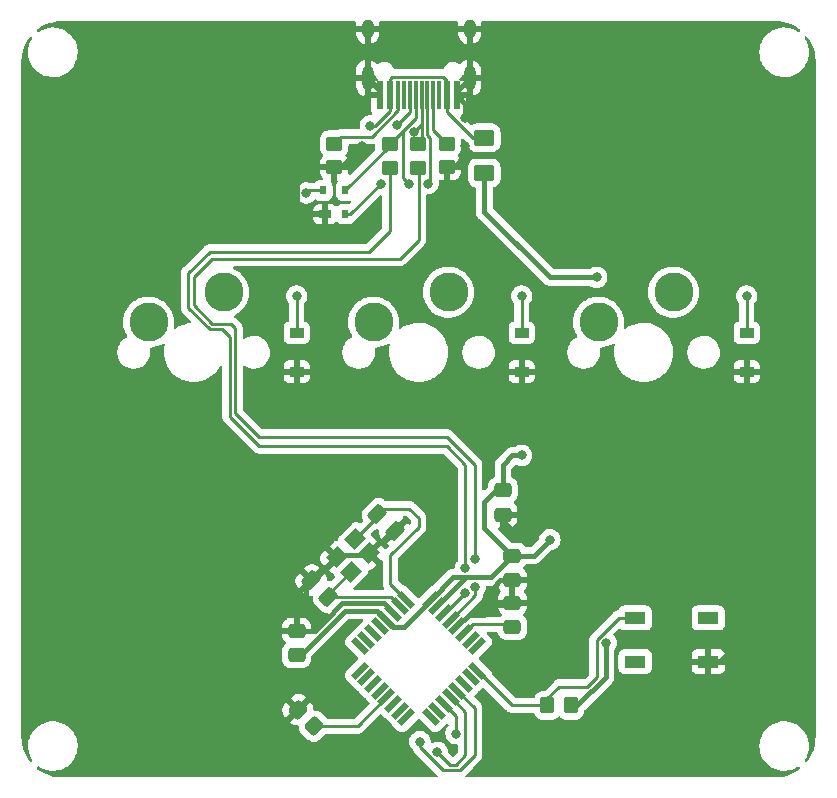
<source format=gbr>
%TF.GenerationSoftware,KiCad,Pcbnew,6.0.9*%
%TF.CreationDate,2022-12-09T21:33:21+01:00*%
%TF.ProjectId,rOxpad,724f7870-6164-42e6-9b69-6361645f7063,rev?*%
%TF.SameCoordinates,Original*%
%TF.FileFunction,Copper,L1,Top*%
%TF.FilePolarity,Positive*%
%FSLAX46Y46*%
G04 Gerber Fmt 4.6, Leading zero omitted, Abs format (unit mm)*
G04 Created by KiCad (PCBNEW 6.0.9) date 2022-12-09 21:33:21*
%MOMM*%
%LPD*%
G01*
G04 APERTURE LIST*
G04 Aperture macros list*
%AMRoundRect*
0 Rectangle with rounded corners*
0 $1 Rounding radius*
0 $2 $3 $4 $5 $6 $7 $8 $9 X,Y pos of 4 corners*
0 Add a 4 corners polygon primitive as box body*
4,1,4,$2,$3,$4,$5,$6,$7,$8,$9,$2,$3,0*
0 Add four circle primitives for the rounded corners*
1,1,$1+$1,$2,$3*
1,1,$1+$1,$4,$5*
1,1,$1+$1,$6,$7*
1,1,$1+$1,$8,$9*
0 Add four rect primitives between the rounded corners*
20,1,$1+$1,$2,$3,$4,$5,0*
20,1,$1+$1,$4,$5,$6,$7,0*
20,1,$1+$1,$6,$7,$8,$9,0*
20,1,$1+$1,$8,$9,$2,$3,0*%
%AMRotRect*
0 Rectangle, with rotation*
0 The origin of the aperture is its center*
0 $1 length*
0 $2 width*
0 $3 Rotation angle, in degrees counterclockwise*
0 Add horizontal line*
21,1,$1,$2,0,0,$3*%
G04 Aperture macros list end*
%TA.AperFunction,SMDPad,CuDef*%
%ADD10R,1.800000X1.100000*%
%TD*%
%TA.AperFunction,SMDPad,CuDef*%
%ADD11RoundRect,0.250000X-0.450000X0.350000X-0.450000X-0.350000X0.450000X-0.350000X0.450000X0.350000X0*%
%TD*%
%TA.AperFunction,SMDPad,CuDef*%
%ADD12R,1.200000X0.900000*%
%TD*%
%TA.AperFunction,SMDPad,CuDef*%
%ADD13RoundRect,0.250000X0.475000X-0.337500X0.475000X0.337500X-0.475000X0.337500X-0.475000X-0.337500X0*%
%TD*%
%TA.AperFunction,SMDPad,CuDef*%
%ADD14RoundRect,0.250000X-0.574524X-0.097227X-0.097227X-0.574524X0.574524X0.097227X0.097227X0.574524X0*%
%TD*%
%TA.AperFunction,SMDPad,CuDef*%
%ADD15RoundRect,0.250000X0.350000X0.450000X-0.350000X0.450000X-0.350000X-0.450000X0.350000X-0.450000X0*%
%TD*%
%TA.AperFunction,SMDPad,CuDef*%
%ADD16RoundRect,0.250000X0.565685X0.070711X0.070711X0.565685X-0.565685X-0.070711X-0.070711X-0.565685X0*%
%TD*%
%TA.AperFunction,SMDPad,CuDef*%
%ADD17RotRect,1.400000X1.200000X225.000000*%
%TD*%
%TA.AperFunction,SMDPad,CuDef*%
%ADD18R,1.000000X0.700000*%
%TD*%
%TA.AperFunction,SMDPad,CuDef*%
%ADD19R,0.600000X0.700000*%
%TD*%
%TA.AperFunction,SMDPad,CuDef*%
%ADD20RoundRect,0.250000X-0.475000X0.337500X-0.475000X-0.337500X0.475000X-0.337500X0.475000X0.337500X0*%
%TD*%
%TA.AperFunction,SMDPad,CuDef*%
%ADD21RotRect,1.600000X0.550000X315.000000*%
%TD*%
%TA.AperFunction,SMDPad,CuDef*%
%ADD22RotRect,1.600000X0.550000X45.000000*%
%TD*%
%TA.AperFunction,SMDPad,CuDef*%
%ADD23RoundRect,0.250000X0.574524X0.097227X0.097227X0.574524X-0.574524X-0.097227X-0.097227X-0.574524X0*%
%TD*%
%TA.AperFunction,SMDPad,CuDef*%
%ADD24RoundRect,0.250001X-0.624999X0.462499X-0.624999X-0.462499X0.624999X-0.462499X0.624999X0.462499X0*%
%TD*%
%TA.AperFunction,SMDPad,CuDef*%
%ADD25R,0.600000X2.450000*%
%TD*%
%TA.AperFunction,SMDPad,CuDef*%
%ADD26R,0.300000X2.450000*%
%TD*%
%TA.AperFunction,ComponentPad*%
%ADD27O,1.000000X2.100000*%
%TD*%
%TA.AperFunction,ComponentPad*%
%ADD28O,1.000000X1.600000*%
%TD*%
%TA.AperFunction,ComponentPad*%
%ADD29C,3.300000*%
%TD*%
%TA.AperFunction,ViaPad*%
%ADD30C,0.800000*%
%TD*%
%TA.AperFunction,Conductor*%
%ADD31C,0.400000*%
%TD*%
%TA.AperFunction,Conductor*%
%ADD32C,0.254000*%
%TD*%
G04 APERTURE END LIST*
D10*
%TO.P,SW1,1,1*%
%TO.N,GND*%
X131687500Y-115093750D03*
%TO.P,SW1,2,2*%
%TO.N,Net-(R3-Pad2)*%
X125487500Y-111393750D03*
%TO.P,SW1,3*%
%TO.N,N/C*%
X131687500Y-111393750D03*
%TO.P,SW1,4*%
X125487500Y-115093750D03*
%TD*%
D11*
%TO.P,R6,1*%
%TO.N,Net-(R6-Pad1)*%
X100012500Y-71231250D03*
%TO.P,R6,2*%
%TO.N,GND*%
X100012500Y-73231250D03*
%TD*%
D12*
%TO.P,D2,1,K*%
%TO.N,GND*%
X115887500Y-90550000D03*
%TO.P,D2,2,A*%
%TO.N,Net-(D2-Pad2)*%
X115887500Y-87250000D03*
%TD*%
D13*
%TO.P,C1,1*%
%TO.N,Net-(C1-Pad1)*%
X115093750Y-112162500D03*
%TO.P,C1,2*%
%TO.N,GND*%
X115093750Y-110087500D03*
%TD*%
D14*
%TO.P,C3,1*%
%TO.N,GND*%
X98060047Y-108172707D03*
%TO.P,C3,2*%
%TO.N,XTAL2*%
X99527293Y-109639953D03*
%TD*%
D15*
%TO.P,R3,1*%
%TO.N,+5V*%
X120062500Y-118800000D03*
%TO.P,R3,2*%
%TO.N,Net-(R3-Pad2)*%
X118062500Y-118800000D03*
%TD*%
D16*
%TO.P,R4,1*%
%TO.N,Net-(R4-Pad1)*%
X98338357Y-120563357D03*
%TO.P,R4,2*%
%TO.N,GND*%
X96924143Y-119149143D03*
%TD*%
D11*
%TO.P,R2,1*%
%TO.N,D+*%
X107080016Y-71307483D03*
%TO.P,R2,2*%
%TO.N,Net-(R2-Pad2)*%
X107080016Y-73307483D03*
%TD*%
D17*
%TO.P,Y1,1,1*%
%TO.N,XTAL1*%
X101776777Y-104721142D03*
%TO.P,Y1,2,2*%
%TO.N,GND*%
X100221142Y-106276777D03*
%TO.P,Y1,3,3*%
%TO.N,XTAL2*%
X101423223Y-107478858D03*
%TO.P,Y1,4,4*%
%TO.N,GND*%
X102978858Y-105923223D03*
%TD*%
D12*
%TO.P,D1,1,K*%
%TO.N,GND*%
X96837500Y-90550000D03*
%TO.P,D1,2,A*%
%TO.N,Net-(D1-Pad2)*%
X96837500Y-87250000D03*
%TD*%
D11*
%TO.P,R1,1*%
%TO.N,D-*%
X104698766Y-71307483D03*
%TO.P,R1,2*%
%TO.N,Net-(R1-Pad2)*%
X104698766Y-73307483D03*
%TD*%
D18*
%TO.P,U2,1,GND*%
%TO.N,GND*%
X99262500Y-77200000D03*
D19*
%TO.P,U2,2,IO1*%
%TO.N,D+*%
X100962500Y-77200000D03*
%TO.P,U2,3,IO2*%
%TO.N,D-*%
X100962500Y-75200000D03*
%TO.P,U2,4,VCC*%
%TO.N,VCC*%
X99062500Y-75200000D03*
%TD*%
D20*
%TO.P,C7,1*%
%TO.N,+5V*%
X114300000Y-100562500D03*
%TO.P,C7,2*%
%TO.N,GND*%
X114300000Y-102637500D03*
%TD*%
D21*
%TO.P,U1,1,XTAL1*%
%TO.N,XTAL1*%
X106130945Y-109846147D03*
%TO.P,U1,2,PC0/XTAL2*%
%TO.N,XTAL2*%
X105565260Y-110411833D03*
%TO.P,U1,3,GND*%
%TO.N,GND*%
X104999574Y-110977518D03*
%TO.P,U1,4,VCC*%
%TO.N,+5V*%
X104433889Y-111543203D03*
%TO.P,U1,5,PC2*%
%TO.N,unconnected-(U1-Pad5)*%
X103868203Y-112108889D03*
%TO.P,U1,6,PD0*%
%TO.N,unconnected-(U1-Pad6)*%
X103302518Y-112674574D03*
%TO.P,U1,7,PD1*%
%TO.N,unconnected-(U1-Pad7)*%
X102736833Y-113240260D03*
%TO.P,U1,8,PD2*%
%TO.N,unconnected-(U1-Pad8)*%
X102171147Y-113805945D03*
D22*
%TO.P,U1,9,PD3*%
%TO.N,unconnected-(U1-Pad9)*%
X102171147Y-115856555D03*
%TO.P,U1,10,PD4*%
%TO.N,unconnected-(U1-Pad10)*%
X102736833Y-116422240D03*
%TO.P,U1,11,PD5*%
%TO.N,unconnected-(U1-Pad11)*%
X103302518Y-116987926D03*
%TO.P,U1,12,PD6*%
%TO.N,unconnected-(U1-Pad12)*%
X103868203Y-117553611D03*
%TO.P,U1,13,~{HWB}/PD7*%
%TO.N,Net-(R4-Pad1)*%
X104433889Y-118119297D03*
%TO.P,U1,14,PB0*%
%TO.N,unconnected-(U1-Pad14)*%
X104999574Y-118684982D03*
%TO.P,U1,15,PB1*%
%TO.N,unconnected-(U1-Pad15)*%
X105565260Y-119250667D03*
%TO.P,U1,16,PB2*%
%TO.N,unconnected-(U1-Pad16)*%
X106130945Y-119816353D03*
D21*
%TO.P,U1,17,PB3*%
%TO.N,unconnected-(U1-Pad17)*%
X108181555Y-119816353D03*
%TO.P,U1,18,PB4*%
%TO.N,unconnected-(U1-Pad18)*%
X108747240Y-119250667D03*
%TO.P,U1,19,PB5*%
%TO.N,KEY-0*%
X109312926Y-118684982D03*
%TO.P,U1,20,PB6*%
%TO.N,KEY-1*%
X109878611Y-118119297D03*
%TO.P,U1,21,PB7*%
%TO.N,KEY-2*%
X110444297Y-117553611D03*
%TO.P,U1,22,PC7*%
%TO.N,unconnected-(U1-Pad22)*%
X111009982Y-116987926D03*
%TO.P,U1,23,PC6*%
%TO.N,unconnected-(U1-Pad23)*%
X111575667Y-116422240D03*
%TO.P,U1,24,PC1/~{RESET}*%
%TO.N,Net-(R3-Pad2)*%
X112141353Y-115856555D03*
D22*
%TO.P,U1,25,PC5*%
%TO.N,unconnected-(U1-Pad25)*%
X112141353Y-113805945D03*
%TO.P,U1,26,PC4*%
%TO.N,unconnected-(U1-Pad26)*%
X111575667Y-113240260D03*
%TO.P,U1,27,UCAP*%
%TO.N,Net-(C1-Pad1)*%
X111009982Y-112674574D03*
%TO.P,U1,28,UGND*%
%TO.N,GND*%
X110444297Y-112108889D03*
%TO.P,U1,29,D+*%
%TO.N,Net-(R2-Pad2)*%
X109878611Y-111543203D03*
%TO.P,U1,30,D-*%
%TO.N,Net-(R1-Pad2)*%
X109312926Y-110977518D03*
%TO.P,U1,31,UVCC*%
%TO.N,+5V*%
X108747240Y-110411833D03*
%TO.P,U1,32,AVCC*%
X108181555Y-109846147D03*
%TD*%
D13*
%TO.P,C4,1*%
%TO.N,+5V*%
X96837500Y-114543750D03*
%TO.P,C4,2*%
%TO.N,GND*%
X96837500Y-112468750D03*
%TD*%
D12*
%TO.P,D3,1,K*%
%TO.N,GND*%
X134937500Y-90550000D03*
%TO.P,D3,2,A*%
%TO.N,Net-(D3-Pad2)*%
X134937500Y-87250000D03*
%TD*%
D23*
%TO.P,C2,1*%
%TO.N,GND*%
X105139953Y-104027293D03*
%TO.P,C2,2*%
%TO.N,XTAL1*%
X103672707Y-102560047D03*
%TD*%
D11*
%TO.P,R5,1*%
%TO.N,Net-(R5-Pad1)*%
X109537500Y-71231250D03*
%TO.P,R5,2*%
%TO.N,GND*%
X109537500Y-73231250D03*
%TD*%
D24*
%TO.P,F1,1*%
%TO.N,VCC*%
X112712500Y-70743750D03*
%TO.P,F1,2*%
%TO.N,+5V*%
X112712500Y-73718750D03*
%TD*%
D20*
%TO.P,C5,1*%
%TO.N,+5V*%
X115093750Y-106118750D03*
%TO.P,C5,2*%
%TO.N,GND*%
X115093750Y-108193750D03*
%TD*%
D25*
%TO.P,USB1,1,GND*%
%TO.N,GND*%
X110381250Y-67110000D03*
%TO.P,USB1,2,VBUS*%
%TO.N,VCC*%
X109606250Y-67110000D03*
D26*
%TO.P,USB1,3,SBU2*%
%TO.N,unconnected-(USB1-Pad3)*%
X108906250Y-67110000D03*
%TO.P,USB1,4,CC1*%
%TO.N,Net-(R5-Pad1)*%
X108406250Y-67110000D03*
%TO.P,USB1,5,DN2*%
%TO.N,D-*%
X107906250Y-67110000D03*
%TO.P,USB1,6,DP1*%
%TO.N,D+*%
X107406250Y-67110000D03*
%TO.P,USB1,7,DN1*%
%TO.N,D-*%
X106906250Y-67110000D03*
%TO.P,USB1,8,DP2*%
%TO.N,D+*%
X106406250Y-67110000D03*
%TO.P,USB1,9,SBU1*%
%TO.N,unconnected-(USB1-Pad9)*%
X105906250Y-67110000D03*
%TO.P,USB1,10,CC2*%
%TO.N,Net-(R6-Pad1)*%
X105406250Y-67110000D03*
D25*
%TO.P,USB1,11,VBUS*%
%TO.N,VCC*%
X104706250Y-67110000D03*
%TO.P,USB1,12,GND*%
%TO.N,GND*%
X103931250Y-67110000D03*
D27*
%TO.P,USB1,13,SHIELD*%
X111476250Y-65695000D03*
X102836250Y-65695000D03*
D28*
X111476250Y-61515000D03*
X102836250Y-61515000D03*
%TD*%
D29*
%TO.P,MX3,1,COL*%
%TO.N,KEY-2*%
X122396250Y-86360000D03*
%TO.P,MX3,2,ROW*%
%TO.N,Net-(D3-Pad2)*%
X128746250Y-83820000D03*
%TD*%
%TO.P,MX2,1,COL*%
%TO.N,KEY-1*%
X103346250Y-86360000D03*
%TO.P,MX2,2,ROW*%
%TO.N,Net-(D2-Pad2)*%
X109696250Y-83820000D03*
%TD*%
%TO.P,MX1,1,COL*%
%TO.N,KEY-0*%
X84296250Y-86360000D03*
%TO.P,MX1,2,ROW*%
%TO.N,Net-(D1-Pad2)*%
X90646250Y-83820000D03*
%TD*%
D30*
%TO.N,+5V*%
X118268750Y-104775000D03*
X115881750Y-97631250D03*
X123031250Y-113506250D03*
X122237500Y-82550000D03*
%TO.N,GND*%
X111125000Y-69056250D03*
X102393750Y-71437500D03*
X111125000Y-71437500D03*
X101600000Y-69056250D03*
%TO.N,Net-(D1-Pad2)*%
X96837500Y-84137500D03*
%TO.N,Net-(D2-Pad2)*%
X115887500Y-84137500D03*
%TO.N,Net-(D3-Pad2)*%
X134937500Y-84137500D03*
%TO.N,D-*%
X106362500Y-74612500D03*
X107950000Y-74612500D03*
%TO.N,Net-(R1-Pad2)*%
X111124862Y-107154947D03*
X111119250Y-109275000D03*
%TO.N,D+*%
X105348786Y-69630036D03*
X106773088Y-70260589D03*
X103981250Y-74612500D03*
%TO.N,Net-(R2-Pad2)*%
X111918750Y-106362500D03*
X111969457Y-108749500D03*
%TO.N,VCC*%
X97637000Y-75406250D03*
X103070661Y-69733161D03*
%TO.N,KEY-0*%
X110331250Y-121181250D03*
%TO.N,KEY-1*%
X108743750Y-122768750D03*
%TO.N,KEY-2*%
X107273089Y-121858161D03*
%TD*%
D31*
%TO.N,+5V*%
X103657639Y-110766953D02*
X104433889Y-111543203D01*
X111209073Y-107950000D02*
X113262500Y-107950000D01*
X120062500Y-118800000D02*
X120601541Y-118800000D01*
X97179778Y-114543750D02*
X100956575Y-110766953D01*
X96837500Y-114543750D02*
X97179778Y-114543750D01*
X100956575Y-110766953D02*
X103657639Y-110766953D01*
X116925000Y-106118750D02*
X118268750Y-104775000D01*
X112712500Y-76993750D02*
X118268750Y-82550000D01*
X105028344Y-112137658D02*
X105890044Y-112137658D01*
X113750000Y-100562500D02*
X114300000Y-100562500D01*
X114300000Y-98425000D02*
X114300000Y-100562500D01*
X108181555Y-109846147D02*
X110077702Y-107950000D01*
X112712500Y-73718750D02*
X112712500Y-76993750D01*
X118268750Y-82550000D02*
X121349625Y-82550000D01*
X123031250Y-116370291D02*
X123031250Y-113506250D01*
X112712500Y-101600000D02*
X113750000Y-100562500D01*
X115093750Y-106118750D02*
X112712500Y-103737500D01*
X113262500Y-107950000D02*
X115093750Y-106118750D01*
X110331250Y-107950000D02*
X110336197Y-107954947D01*
X112712500Y-103737500D02*
X112712500Y-101600000D01*
X115093750Y-97631250D02*
X114300000Y-98425000D01*
X104433889Y-111543203D02*
X105028344Y-112137658D01*
X110336197Y-107954947D02*
X111209073Y-107954947D01*
X105890044Y-112137658D02*
X108181555Y-109846147D01*
X120601541Y-118800000D02*
X123031250Y-116370291D01*
X115093750Y-106118750D02*
X116919250Y-106118750D01*
X116919250Y-106118750D02*
X116925000Y-106118750D01*
X122237500Y-82550000D02*
X121443750Y-82550000D01*
X110077702Y-107950000D02*
X110331250Y-107950000D01*
X108747240Y-110411833D02*
X111209073Y-107950000D01*
X115881750Y-97631250D02*
X115093750Y-97631250D01*
%TO.N,GND*%
X134143750Y-92868750D02*
X130968750Y-92868750D01*
X104874788Y-104027293D02*
X102978858Y-105923223D01*
X100457538Y-106040381D02*
X102861700Y-106040381D01*
X116681250Y-92868750D02*
X118268750Y-92868750D01*
X114056250Y-108193750D02*
X115093750Y-108193750D01*
X100600000Y-73231250D02*
X102393750Y-71437500D01*
X132556250Y-115093750D02*
X134143750Y-113506250D01*
X118268750Y-92868750D02*
X131031250Y-92868750D01*
X96837500Y-74612500D02*
X98218750Y-73231250D01*
X97631250Y-108601504D02*
X98060047Y-108172707D01*
X98218750Y-73231250D02*
X100012500Y-73231250D01*
X113506250Y-110331250D02*
X114850000Y-110331250D01*
X96837500Y-90550000D02*
X96837500Y-92075000D01*
X111476250Y-61515000D02*
X111476250Y-65695000D01*
X98406250Y-112468750D02*
X99218750Y-111656250D01*
X120650000Y-106362500D02*
X118818750Y-108193750D01*
X113506250Y-110331250D02*
X113506250Y-108743750D01*
X102752500Y-67110000D02*
X103931250Y-67110000D01*
X110125000Y-73231250D02*
X111125000Y-72231250D01*
X110381250Y-67110000D02*
X110381250Y-66790000D01*
X134937500Y-92075000D02*
X134143750Y-92868750D01*
X115887500Y-104775000D02*
X116681250Y-104775000D01*
X98325212Y-108172707D02*
X100221142Y-106276777D01*
X110381250Y-66790000D02*
X111476250Y-65695000D01*
X100012500Y-73231250D02*
X100600000Y-73231250D01*
X102836250Y-61515000D02*
X102836250Y-65695000D01*
X100221142Y-106276777D02*
X100457538Y-106040381D01*
X116681250Y-104775000D02*
X120650000Y-100806250D01*
X114300000Y-103187500D02*
X115887500Y-104775000D01*
X102295547Y-110166953D02*
X100708047Y-110166953D01*
X120650000Y-100012500D02*
X120650000Y-106362500D01*
X115887500Y-90550000D02*
X115887500Y-92075000D01*
X120650000Y-95250000D02*
X120650000Y-100012500D01*
X96837500Y-112468750D02*
X98406250Y-112468750D01*
X97631250Y-110862500D02*
X97631250Y-108601504D01*
X111428186Y-111125000D02*
X112712500Y-111125000D01*
X134143750Y-113506250D02*
X134143750Y-110331250D01*
X105139953Y-104027293D02*
X104874788Y-104027293D01*
X109537500Y-73231250D02*
X110125000Y-73231250D01*
X118818750Y-108193750D02*
X115093750Y-108193750D01*
X103931250Y-67110000D02*
X103931250Y-66790000D01*
X96837500Y-92075000D02*
X97631250Y-92868750D01*
X120650000Y-95250000D02*
X118268750Y-92868750D01*
X104189009Y-110166953D02*
X102295547Y-110166953D01*
X113506250Y-108743750D02*
X114056250Y-108193750D01*
X102861700Y-106040381D02*
X102978858Y-105923223D01*
X98425000Y-111656250D02*
X97631250Y-110862500D01*
X134143750Y-110331250D02*
X132006250Y-108193750D01*
X97837500Y-77200000D02*
X96837500Y-76200000D01*
X111125000Y-67853750D02*
X110381250Y-67110000D01*
X115887500Y-92075000D02*
X116681250Y-92868750D01*
X101600000Y-68262500D02*
X102752500Y-67110000D01*
X101600000Y-69056250D02*
X101600000Y-68262500D01*
X111125000Y-69056250D02*
X111125000Y-67853750D01*
X99262500Y-77200000D02*
X97837500Y-77200000D01*
X111125000Y-72231250D02*
X111125000Y-71437500D01*
X97631250Y-92868750D02*
X116681250Y-92868750D01*
X100708047Y-110166953D02*
X99218750Y-111656250D01*
X112712500Y-111125000D02*
X113506250Y-110331250D01*
X120650000Y-100806250D02*
X120650000Y-100012500D01*
X98060047Y-108172707D02*
X98325212Y-108172707D01*
X131687500Y-115093750D02*
X132556250Y-115093750D01*
X103931250Y-66790000D02*
X102836250Y-65695000D01*
X114300000Y-102637500D02*
X114300000Y-103187500D01*
X110444297Y-112108889D02*
X111428186Y-111125000D01*
X114850000Y-110331250D02*
X115093750Y-110087500D01*
X96837500Y-76200000D02*
X96837500Y-74612500D01*
X132006250Y-108193750D02*
X118818750Y-108193750D01*
X104999574Y-110977518D02*
X104189009Y-110166953D01*
X134937500Y-90550000D02*
X134937500Y-92075000D01*
X99218750Y-111656250D02*
X98425000Y-111656250D01*
D32*
%TO.N,XTAL1*%
X103672707Y-102825212D02*
X101776777Y-104721142D01*
X107156250Y-103718750D02*
X107156250Y-102925000D01*
X103672707Y-102560047D02*
X103672707Y-102825212D01*
X104775000Y-108490202D02*
X106130945Y-109846147D01*
X107156250Y-102925000D02*
X106362500Y-102131250D01*
X104101504Y-102131250D02*
X103672707Y-102560047D01*
X104775000Y-108490202D02*
X104775000Y-106100000D01*
X104775000Y-106100000D02*
X107156250Y-103718750D01*
X106362500Y-102131250D02*
X104101504Y-102131250D01*
%TO.N,XTAL2*%
X104793380Y-109639953D02*
X99527293Y-109639953D01*
X99527293Y-109639953D02*
X99527293Y-109374788D01*
X105565260Y-110411833D02*
X104793380Y-109639953D01*
X99527293Y-109374788D02*
X101423223Y-107478858D01*
%TO.N,Net-(D1-Pad2)*%
X96837500Y-85725000D02*
X96837500Y-87250000D01*
X96837500Y-84137500D02*
X96837500Y-85725000D01*
%TO.N,Net-(D2-Pad2)*%
X115887500Y-84137500D02*
X115887500Y-87250000D01*
%TO.N,Net-(D3-Pad2)*%
X134937500Y-85725000D02*
X134937500Y-87250000D01*
X134937500Y-84137500D02*
X134937500Y-85725000D01*
%TO.N,D-*%
X107906250Y-70517716D02*
X107906250Y-67110000D01*
X105862500Y-70143750D02*
X105862500Y-74112500D01*
X108107016Y-74455484D02*
X108107016Y-70718482D01*
X106906250Y-69099999D02*
X106906250Y-67110000D01*
X104698766Y-71463734D02*
X104698766Y-71307483D01*
X107950000Y-74612500D02*
X108107016Y-74455484D01*
X108107016Y-70718482D02*
X107906250Y-70517716D01*
X100962500Y-75200000D02*
X104698766Y-71463734D01*
X105862500Y-74112500D02*
X106362500Y-74612500D01*
X105862500Y-70143750D02*
X106906250Y-69099999D01*
X104698766Y-71307483D02*
X105862500Y-70143750D01*
%TO.N,Net-(R1-Pad2)*%
X104708250Y-78648000D02*
X104708250Y-73316967D01*
X104708250Y-73316967D02*
X104698766Y-73307483D01*
X109416732Y-110977518D02*
X111119250Y-109275000D01*
X111125000Y-107154809D02*
X111125000Y-98425000D01*
X91167000Y-94342000D02*
X91167000Y-87642940D01*
X89471500Y-80391000D02*
X102965250Y-80391000D01*
X89505698Y-86972750D02*
X87652250Y-85119302D01*
X109537500Y-96837500D02*
X93662500Y-96837500D01*
X93662500Y-96837500D02*
X91167000Y-94342000D01*
X102965250Y-80391000D02*
X104708250Y-78648000D01*
X111124862Y-107154947D02*
X111125000Y-107154809D01*
X111125000Y-98425000D02*
X109537500Y-96837500D01*
X87652250Y-82210250D02*
X89471500Y-80391000D01*
X90496810Y-86972750D02*
X89505698Y-86972750D01*
X91167000Y-87642940D02*
X90496810Y-86972750D01*
X87652250Y-85119302D02*
X87652250Y-82210250D01*
%TO.N,D+*%
X107080016Y-71307483D02*
X107406250Y-70981249D01*
X107406250Y-69600000D02*
X107406250Y-67110000D01*
X105348786Y-69630036D02*
X106406250Y-68572572D01*
X101393750Y-77200000D02*
X103981250Y-74612500D01*
X106406250Y-68572572D02*
X106406250Y-67110000D01*
X106773088Y-70233162D02*
X106773088Y-70260589D01*
X107406250Y-70981249D02*
X107406250Y-69600000D01*
X107406250Y-69600000D02*
X106773088Y-70233162D01*
X100962500Y-77200000D02*
X101393750Y-77200000D01*
%TO.N,Net-(R2-Pad2)*%
X111969457Y-109452357D02*
X111969457Y-108749500D01*
X88106250Y-82550000D02*
X88106250Y-84931250D01*
X93662500Y-96043750D02*
X109537500Y-96043750D01*
X109878611Y-111543203D02*
X111969457Y-109452357D01*
X107156250Y-73383717D02*
X107156250Y-79375000D01*
X88106250Y-84931250D02*
X89693750Y-86518750D01*
X91621000Y-86858500D02*
X91621000Y-94002250D01*
X91621000Y-94002250D02*
X93662500Y-96043750D01*
X109537500Y-96043750D02*
X111918750Y-98425000D01*
X89693750Y-80962500D02*
X88106250Y-82550000D01*
X91281250Y-86518750D02*
X91621000Y-86858500D01*
X107156250Y-79375000D02*
X105568750Y-80962500D01*
X105568750Y-80962500D02*
X89693750Y-80962500D01*
X89693750Y-86518750D02*
X91281250Y-86518750D01*
X111918750Y-98425000D02*
X111918750Y-106362500D01*
X107080016Y-73307483D02*
X107156250Y-73383717D01*
%TO.N,Net-(R3-Pad2)*%
X115093750Y-118800000D02*
X112150305Y-115856555D01*
X118062500Y-118212500D02*
X118062500Y-118800000D01*
X119062500Y-117212500D02*
X118062500Y-118212500D01*
X112150305Y-115856555D02*
X112141353Y-115856555D01*
X125487500Y-111393750D02*
X124087500Y-111393750D01*
X118062500Y-118800000D02*
X115093750Y-118800000D01*
X122237500Y-116418750D02*
X121443750Y-117212500D01*
X124087500Y-111393750D02*
X122237500Y-113243750D01*
X122237500Y-113243750D02*
X122237500Y-116418750D01*
X121443750Y-117212500D02*
X119062500Y-117212500D01*
%TO.N,Net-(C1-Pad1)*%
X111765806Y-111918750D02*
X111009982Y-112674574D01*
X115093750Y-112162500D02*
X114850000Y-111918750D01*
X114850000Y-111918750D02*
X111765806Y-111918750D01*
%TO.N,VCC*%
X104706250Y-68482948D02*
X104706250Y-67110000D01*
X99062500Y-75200000D02*
X97843250Y-75200000D01*
X103456037Y-69733161D02*
X104706250Y-68482948D01*
X109606250Y-65950000D02*
X109606250Y-67110000D01*
X111761000Y-70743750D02*
X112712500Y-70743750D01*
X109214250Y-65558000D02*
X109606250Y-65950000D01*
X97843250Y-75200000D02*
X97637000Y-75406250D01*
X104706250Y-65781000D02*
X104929250Y-65558000D01*
X103070661Y-69733161D02*
X103456037Y-69733161D01*
X109606250Y-68589000D02*
X111761000Y-70743750D01*
X109606250Y-67110000D02*
X109606250Y-68589000D01*
X104929250Y-65558000D02*
X109214250Y-65558000D01*
X104706250Y-67110000D02*
X104706250Y-65781000D01*
%TO.N,KEY-0*%
X110331250Y-119703306D02*
X109312926Y-118684982D01*
X110331250Y-121181250D02*
X110331250Y-119703306D01*
%TO.N,KEY-1*%
X111125000Y-119365686D02*
X109878611Y-118119297D01*
X108743750Y-122768750D02*
X109800000Y-123825000D01*
X109800000Y-123825000D02*
X110331250Y-123825000D01*
X111125000Y-123031250D02*
X111125000Y-119365686D01*
X110331250Y-123825000D02*
X111125000Y-123031250D01*
%TO.N,KEY-2*%
X107273089Y-121858161D02*
X107273089Y-122326223D01*
X107273089Y-122326223D02*
X109225866Y-124279000D01*
X111918750Y-119028064D02*
X110444297Y-117553611D01*
X109225866Y-124279000D02*
X110671000Y-124279000D01*
X110671000Y-124279000D02*
X111918750Y-123031250D01*
X111918750Y-123031250D02*
X111918750Y-119028064D01*
%TO.N,Net-(R4-Pad1)*%
X98338357Y-120563357D02*
X101989829Y-120563357D01*
X101989829Y-120563357D02*
X104433889Y-118119297D01*
%TO.N,Net-(R5-Pad1)*%
X108406250Y-70100000D02*
X108406250Y-67110000D01*
X109537500Y-71231250D02*
X108406250Y-70100000D01*
%TO.N,Net-(R6-Pad1)*%
X105406250Y-68425000D02*
X105406250Y-67110000D01*
X100600000Y-70643750D02*
X103187500Y-70643750D01*
X103187500Y-70643750D02*
X105406250Y-68425000D01*
X100012500Y-71231250D02*
X100600000Y-70643750D01*
%TD*%
%TA.AperFunction,Conductor*%
%TO.N,GND*%
G36*
X101799255Y-60853502D02*
G01*
X101845748Y-60907158D01*
X101855852Y-60977432D01*
X101854471Y-60985267D01*
X101829593Y-61104347D01*
X101828348Y-61113933D01*
X101828338Y-61114139D01*
X101828250Y-61117475D01*
X101828250Y-61242885D01*
X101832725Y-61258124D01*
X101834115Y-61259329D01*
X101841798Y-61261000D01*
X103826135Y-61261000D01*
X103841374Y-61256525D01*
X103842579Y-61255135D01*
X103844250Y-61247452D01*
X103844250Y-61167022D01*
X103843927Y-61160647D01*
X103829399Y-61017614D01*
X103826846Y-61005181D01*
X103824339Y-60997180D01*
X103823054Y-60926195D01*
X103860351Y-60865784D01*
X103924388Y-60835127D01*
X103944573Y-60833500D01*
X110371134Y-60833500D01*
X110439255Y-60853502D01*
X110485748Y-60907158D01*
X110495852Y-60977432D01*
X110494471Y-60985267D01*
X110469593Y-61104347D01*
X110468348Y-61113933D01*
X110468338Y-61114139D01*
X110468250Y-61117475D01*
X110468250Y-61242885D01*
X110472725Y-61258124D01*
X110474115Y-61259329D01*
X110481798Y-61261000D01*
X112466135Y-61261000D01*
X112481374Y-61256525D01*
X112482579Y-61255135D01*
X112484250Y-61247452D01*
X112484250Y-61167022D01*
X112483927Y-61160647D01*
X112469399Y-61017614D01*
X112466846Y-61005181D01*
X112464339Y-60997180D01*
X112463054Y-60926195D01*
X112500351Y-60865784D01*
X112564388Y-60835127D01*
X112584573Y-60833500D01*
X137269379Y-60833500D01*
X137288767Y-60835001D01*
X137303593Y-60837310D01*
X137303600Y-60837310D01*
X137312468Y-60838691D01*
X137321371Y-60837527D01*
X137321374Y-60837527D01*
X137331180Y-60836245D01*
X137354109Y-60835354D01*
X137649015Y-60850813D01*
X137673836Y-60852114D01*
X137686953Y-60853492D01*
X138031658Y-60908092D01*
X138044551Y-60910833D01*
X138101880Y-60926195D01*
X138381633Y-61001157D01*
X138394176Y-61005232D01*
X138677346Y-61113933D01*
X138719947Y-61130286D01*
X138719983Y-61130300D01*
X138732032Y-61135665D01*
X139042983Y-61294105D01*
X139054404Y-61300699D01*
X139347085Y-61490770D01*
X139357749Y-61498517D01*
X139418662Y-61547844D01*
X139459013Y-61606256D01*
X139461379Y-61677213D01*
X139425006Y-61738185D01*
X139361444Y-61769814D01*
X139290873Y-61762057D01*
X139273532Y-61753196D01*
X139089500Y-61640421D01*
X139089499Y-61640421D01*
X139085838Y-61638177D01*
X139062851Y-61628086D01*
X138880050Y-61547842D01*
X138824154Y-61523305D01*
X138549301Y-61445012D01*
X138266366Y-61404744D01*
X138116449Y-61403959D01*
X137984871Y-61403270D01*
X137984865Y-61403270D01*
X137980584Y-61403248D01*
X137976340Y-61403807D01*
X137976336Y-61403807D01*
X137852152Y-61420156D01*
X137697242Y-61440550D01*
X137693102Y-61441683D01*
X137693100Y-61441683D01*
X137676640Y-61446186D01*
X137421585Y-61515962D01*
X137158712Y-61628086D01*
X137155031Y-61630289D01*
X136917171Y-61772645D01*
X136917167Y-61772648D01*
X136913489Y-61774849D01*
X136910146Y-61777527D01*
X136910142Y-61777530D01*
X136803486Y-61862978D01*
X136690453Y-61953535D01*
X136687509Y-61956637D01*
X136687505Y-61956641D01*
X136525634Y-62127217D01*
X136493730Y-62160837D01*
X136326962Y-62392920D01*
X136193234Y-62645488D01*
X136095021Y-62913868D01*
X136034140Y-63193094D01*
X136033804Y-63197364D01*
X136012333Y-63470179D01*
X136011717Y-63478000D01*
X136012117Y-63484935D01*
X136028168Y-63763312D01*
X136028993Y-63767517D01*
X136028994Y-63767525D01*
X136040148Y-63824377D01*
X136083188Y-64043752D01*
X136084575Y-64047802D01*
X136084576Y-64047807D01*
X136174371Y-64310075D01*
X136175760Y-64314131D01*
X136194883Y-64352152D01*
X136276539Y-64514507D01*
X136304169Y-64569444D01*
X136466040Y-64804968D01*
X136496796Y-64838768D01*
X136629753Y-64984886D01*
X136658378Y-65016345D01*
X136661666Y-65019094D01*
X136874331Y-65196910D01*
X136874336Y-65196914D01*
X136877623Y-65199662D01*
X136998671Y-65275595D01*
X137116079Y-65349246D01*
X137116083Y-65349248D01*
X137119719Y-65351529D01*
X137380186Y-65469134D01*
X137384305Y-65470354D01*
X137650090Y-65549084D01*
X137650095Y-65549085D01*
X137654203Y-65550302D01*
X137658437Y-65550950D01*
X137658442Y-65550951D01*
X137932459Y-65592881D01*
X137932461Y-65592881D01*
X137936701Y-65593530D01*
X138082188Y-65595816D01*
X138218162Y-65597952D01*
X138218168Y-65597952D01*
X138222453Y-65598019D01*
X138506169Y-65563685D01*
X138782601Y-65491165D01*
X138786561Y-65489525D01*
X138786566Y-65489523D01*
X138947443Y-65422885D01*
X139046633Y-65381799D01*
X139089868Y-65356535D01*
X139289682Y-65239773D01*
X139289683Y-65239773D01*
X139293380Y-65237612D01*
X139393454Y-65159144D01*
X139514903Y-65063915D01*
X139518275Y-65061271D01*
X139717158Y-64856041D01*
X139886347Y-64625717D01*
X140000150Y-64416118D01*
X140020662Y-64378339D01*
X140020663Y-64378337D01*
X140022712Y-64374563D01*
X140095213Y-64182697D01*
X140122213Y-64111244D01*
X140122214Y-64111240D01*
X140123731Y-64107226D01*
X140149480Y-63994800D01*
X140186574Y-63832837D01*
X140186575Y-63832833D01*
X140187532Y-63828653D01*
X140212937Y-63543998D01*
X140213398Y-63500000D01*
X140211365Y-63470177D01*
X140194252Y-63219152D01*
X140194251Y-63219146D01*
X140193960Y-63214875D01*
X140188583Y-63188908D01*
X140136875Y-62939224D01*
X140136006Y-62935027D01*
X140040609Y-62665633D01*
X139909533Y-62411678D01*
X139899983Y-62398089D01*
X139859344Y-62340267D01*
X139836539Y-62273033D01*
X139853703Y-62204143D01*
X139905388Y-62155468D01*
X139975183Y-62142463D01*
X140040930Y-62169257D01*
X140060351Y-62188522D01*
X140113978Y-62254746D01*
X140121730Y-62265415D01*
X140311801Y-62558096D01*
X140318395Y-62569517D01*
X140476835Y-62880468D01*
X140482200Y-62892517D01*
X140607268Y-63218324D01*
X140611343Y-63230867D01*
X140701666Y-63567946D01*
X140704408Y-63580842D01*
X140729468Y-63739051D01*
X140759008Y-63925548D01*
X140760386Y-63938664D01*
X140773168Y-64182494D01*
X140776762Y-64251060D01*
X140775436Y-64277032D01*
X140773809Y-64287480D01*
X140777795Y-64317962D01*
X140777936Y-64319037D01*
X140779000Y-64335376D01*
X140779000Y-121394383D01*
X140777500Y-121413768D01*
X140775190Y-121428601D01*
X140775190Y-121428605D01*
X140773809Y-121437474D01*
X140776256Y-121456183D01*
X140777147Y-121479116D01*
X140761843Y-121771129D01*
X140760390Y-121798846D01*
X140759012Y-121811958D01*
X140711847Y-122109752D01*
X140704418Y-122156654D01*
X140701676Y-122169554D01*
X140614065Y-122496525D01*
X140611351Y-122506652D01*
X140607275Y-122519194D01*
X140601716Y-122533676D01*
X140482214Y-122844990D01*
X140476850Y-122857039D01*
X140318411Y-123167992D01*
X140311817Y-123179413D01*
X140121744Y-123472101D01*
X140113997Y-123482764D01*
X140084631Y-123519028D01*
X140082153Y-123522088D01*
X140023738Y-123562440D01*
X139952781Y-123564804D01*
X139891810Y-123528431D01*
X139860182Y-123464869D01*
X139867940Y-123394297D01*
X139882688Y-123368198D01*
X139886347Y-123363217D01*
X140002912Y-123148530D01*
X140020662Y-123115839D01*
X140020663Y-123115837D01*
X140022712Y-123112063D01*
X140119072Y-122857055D01*
X140122213Y-122848744D01*
X140122214Y-122848740D01*
X140123731Y-122844726D01*
X140161313Y-122680633D01*
X140186574Y-122570337D01*
X140186575Y-122570333D01*
X140187532Y-122566153D01*
X140189251Y-122546900D01*
X140212717Y-122283963D01*
X140212937Y-122281498D01*
X140213398Y-122237500D01*
X140207887Y-122156664D01*
X140194252Y-121956652D01*
X140194251Y-121956646D01*
X140193960Y-121952375D01*
X140192321Y-121944458D01*
X140155636Y-121767318D01*
X140136006Y-121672527D01*
X140040609Y-121403133D01*
X139934912Y-121198349D01*
X139911498Y-121152985D01*
X139911498Y-121152984D01*
X139909533Y-121149178D01*
X139903694Y-121140869D01*
X139747671Y-120918872D01*
X139747670Y-120918871D01*
X139745204Y-120915362D01*
X139550664Y-120706011D01*
X139329511Y-120525000D01*
X139136212Y-120406546D01*
X139089500Y-120377921D01*
X139089499Y-120377921D01*
X139085838Y-120375677D01*
X139062851Y-120365586D01*
X138828090Y-120262533D01*
X138824154Y-120260805D01*
X138549301Y-120182512D01*
X138266366Y-120142244D01*
X138116449Y-120141459D01*
X137984871Y-120140770D01*
X137984865Y-120140770D01*
X137980584Y-120140748D01*
X137976340Y-120141307D01*
X137976336Y-120141307D01*
X137852152Y-120157656D01*
X137697242Y-120178050D01*
X137693102Y-120179183D01*
X137693100Y-120179183D01*
X137644378Y-120192512D01*
X137421585Y-120253462D01*
X137158712Y-120365586D01*
X137155031Y-120367789D01*
X136917171Y-120510145D01*
X136917167Y-120510148D01*
X136913489Y-120512349D01*
X136910146Y-120515027D01*
X136910142Y-120515030D01*
X136871009Y-120546382D01*
X136690453Y-120691035D01*
X136687509Y-120694137D01*
X136687505Y-120694141D01*
X136653205Y-120730286D01*
X136493730Y-120898337D01*
X136326962Y-121130420D01*
X136193234Y-121382988D01*
X136157410Y-121480882D01*
X136131090Y-121552806D01*
X136095021Y-121651368D01*
X136034140Y-121930594D01*
X136011717Y-122215500D01*
X136012117Y-122222435D01*
X136028168Y-122500812D01*
X136028993Y-122505017D01*
X136028994Y-122505025D01*
X136045164Y-122587442D01*
X136083188Y-122781252D01*
X136084575Y-122785302D01*
X136084576Y-122785307D01*
X136164547Y-123018881D01*
X136175760Y-123051631D01*
X136237242Y-123173875D01*
X136269362Y-123237737D01*
X136304169Y-123306944D01*
X136364205Y-123394297D01*
X136456393Y-123528431D01*
X136466040Y-123542468D01*
X136658378Y-123753845D01*
X136661666Y-123756594D01*
X136874331Y-123934410D01*
X136874336Y-123934414D01*
X136877623Y-123937162D01*
X136998671Y-124013095D01*
X137116079Y-124086746D01*
X137116083Y-124086748D01*
X137119719Y-124089029D01*
X137380186Y-124206634D01*
X137384305Y-124207854D01*
X137650090Y-124286584D01*
X137650095Y-124286585D01*
X137654203Y-124287802D01*
X137658437Y-124288450D01*
X137658442Y-124288451D01*
X137932459Y-124330381D01*
X137932461Y-124330381D01*
X137936701Y-124331030D01*
X138082188Y-124333316D01*
X138218162Y-124335452D01*
X138218168Y-124335452D01*
X138222453Y-124335519D01*
X138506169Y-124301185D01*
X138782601Y-124228665D01*
X138786561Y-124227025D01*
X138786566Y-124227023D01*
X138985121Y-124144778D01*
X139046633Y-124119299D01*
X139224749Y-124015217D01*
X139265101Y-123991637D01*
X139334007Y-123974538D01*
X139401220Y-123997407D01*
X139445399Y-124052984D01*
X139452517Y-124123623D01*
X139420315Y-124186896D01*
X139407975Y-124198337D01*
X139357761Y-124239000D01*
X139347101Y-124246744D01*
X139054413Y-124436817D01*
X139042992Y-124443411D01*
X138732039Y-124601850D01*
X138719990Y-124607214D01*
X138394195Y-124732275D01*
X138381654Y-124736350D01*
X138282480Y-124762924D01*
X138044554Y-124826676D01*
X138031654Y-124829418D01*
X137686958Y-124884012D01*
X137673847Y-124885390D01*
X137609747Y-124888749D01*
X137361451Y-124901762D01*
X137335474Y-124900435D01*
X137333904Y-124900191D01*
X137333900Y-124900191D01*
X137325026Y-124898809D01*
X137316124Y-124899973D01*
X137316122Y-124899973D01*
X137301073Y-124901941D01*
X137293464Y-124902936D01*
X137277129Y-124904000D01*
X111248922Y-124904000D01*
X111180801Y-124883998D01*
X111134308Y-124830342D01*
X111124204Y-124760068D01*
X111153698Y-124695488D01*
X111159827Y-124688905D01*
X111731597Y-124117136D01*
X112312233Y-123536500D01*
X112320559Y-123528924D01*
X112327053Y-123524803D01*
X112373836Y-123474984D01*
X112376590Y-123472143D01*
X112396389Y-123452344D01*
X112398813Y-123449219D01*
X112398821Y-123449210D01*
X112398887Y-123449124D01*
X112406595Y-123440099D01*
X112431540Y-123413535D01*
X112436967Y-123407756D01*
X112446773Y-123389919D01*
X112457623Y-123373403D01*
X112470100Y-123357317D01*
X112487726Y-123316584D01*
X112492943Y-123305936D01*
X112510499Y-123274001D01*
X112514319Y-123267053D01*
X112516290Y-123259378D01*
X112516292Y-123259372D01*
X112519381Y-123247339D01*
X112525784Y-123228637D01*
X112533867Y-123209958D01*
X112540810Y-123166123D01*
X112543217Y-123154501D01*
X112554250Y-123111532D01*
X112554250Y-123091185D01*
X112555801Y-123071474D01*
X112557745Y-123059200D01*
X112558985Y-123051371D01*
X112554809Y-123007194D01*
X112554250Y-122995336D01*
X112554250Y-119107084D01*
X112554779Y-119095855D01*
X112556458Y-119088345D01*
X112554312Y-119020065D01*
X112554250Y-119016108D01*
X112554250Y-118988081D01*
X112553739Y-118984035D01*
X112552807Y-118972200D01*
X112552651Y-118967213D01*
X112551414Y-118927859D01*
X112545737Y-118908317D01*
X112541728Y-118888958D01*
X112541569Y-118887697D01*
X112539177Y-118868765D01*
X112536261Y-118861401D01*
X112536260Y-118861396D01*
X112522838Y-118827499D01*
X112518999Y-118816288D01*
X112506618Y-118773671D01*
X112496261Y-118756157D01*
X112487565Y-118738407D01*
X112482989Y-118726849D01*
X112482986Y-118726844D01*
X112480069Y-118719476D01*
X112453983Y-118683571D01*
X112447466Y-118673649D01*
X112428922Y-118642292D01*
X112428920Y-118642289D01*
X112424884Y-118635465D01*
X112410497Y-118621078D01*
X112397656Y-118606044D01*
X112390352Y-118595991D01*
X112385692Y-118589577D01*
X112351500Y-118561291D01*
X112342721Y-118553302D01*
X111908008Y-118118589D01*
X111873982Y-118056277D01*
X111879047Y-117985462D01*
X111908008Y-117940399D01*
X112161298Y-117687109D01*
X112161307Y-117687099D01*
X112163721Y-117684685D01*
X112202914Y-117635939D01*
X112204820Y-117637471D01*
X112225214Y-117617080D01*
X112223680Y-117615172D01*
X112239473Y-117602474D01*
X112272426Y-117575979D01*
X112532616Y-117315789D01*
X112594928Y-117281763D01*
X112665743Y-117286828D01*
X112710806Y-117315789D01*
X114588500Y-119193483D01*
X114596076Y-119201809D01*
X114600197Y-119208303D01*
X114605972Y-119213726D01*
X114650015Y-119255085D01*
X114652857Y-119257840D01*
X114672656Y-119277639D01*
X114675780Y-119280062D01*
X114675790Y-119280071D01*
X114675876Y-119280137D01*
X114684901Y-119287845D01*
X114717244Y-119318217D01*
X114724188Y-119322035D01*
X114724190Y-119322036D01*
X114735079Y-119328022D01*
X114751597Y-119338873D01*
X114767683Y-119351350D01*
X114808416Y-119368976D01*
X114819064Y-119374193D01*
X114857947Y-119395569D01*
X114865622Y-119397540D01*
X114865628Y-119397542D01*
X114877661Y-119400631D01*
X114896363Y-119407034D01*
X114915042Y-119415117D01*
X114948878Y-119420476D01*
X114958877Y-119422060D01*
X114970490Y-119424465D01*
X115013468Y-119435500D01*
X115033815Y-119435500D01*
X115053527Y-119437051D01*
X115073629Y-119440235D01*
X115081521Y-119439489D01*
X115117806Y-119436059D01*
X115129664Y-119435500D01*
X116883970Y-119435500D01*
X116952091Y-119455502D01*
X116998584Y-119509158D01*
X117003494Y-119521624D01*
X117020950Y-119573946D01*
X117114022Y-119724348D01*
X117239197Y-119849305D01*
X117245427Y-119853145D01*
X117245428Y-119853146D01*
X117382590Y-119937694D01*
X117389762Y-119942115D01*
X117426056Y-119954153D01*
X117551111Y-119995632D01*
X117551113Y-119995632D01*
X117557639Y-119997797D01*
X117564475Y-119998497D01*
X117564478Y-119998498D01*
X117607531Y-120002909D01*
X117662100Y-120008500D01*
X118462900Y-120008500D01*
X118466146Y-120008163D01*
X118466150Y-120008163D01*
X118561808Y-119998238D01*
X118561812Y-119998237D01*
X118568666Y-119997526D01*
X118575202Y-119995345D01*
X118575204Y-119995345D01*
X118711592Y-119949842D01*
X118736446Y-119941550D01*
X118886848Y-119848478D01*
X118973284Y-119761891D01*
X119035566Y-119727812D01*
X119106386Y-119732815D01*
X119151476Y-119761736D01*
X119239197Y-119849305D01*
X119245427Y-119853145D01*
X119245428Y-119853146D01*
X119382590Y-119937694D01*
X119389762Y-119942115D01*
X119426056Y-119954153D01*
X119551111Y-119995632D01*
X119551113Y-119995632D01*
X119557639Y-119997797D01*
X119564475Y-119998497D01*
X119564478Y-119998498D01*
X119607531Y-120002909D01*
X119662100Y-120008500D01*
X120462900Y-120008500D01*
X120466146Y-120008163D01*
X120466150Y-120008163D01*
X120561808Y-119998238D01*
X120561812Y-119998237D01*
X120568666Y-119997526D01*
X120575202Y-119995345D01*
X120575204Y-119995345D01*
X120711592Y-119949842D01*
X120736446Y-119941550D01*
X120886848Y-119848478D01*
X121011805Y-119723303D01*
X121104615Y-119572738D01*
X121148564Y-119440235D01*
X121158132Y-119411389D01*
X121158132Y-119411387D01*
X121160297Y-119404861D01*
X121161641Y-119391749D01*
X121166278Y-119346490D01*
X121171000Y-119300400D01*
X121171000Y-119284701D01*
X121191002Y-119216580D01*
X121207905Y-119195606D01*
X122345777Y-118057735D01*
X123511778Y-116891734D01*
X123518043Y-116885880D01*
X123555914Y-116852843D01*
X123555915Y-116852842D01*
X123561635Y-116847852D01*
X123598386Y-116795562D01*
X123602278Y-116790320D01*
X123641726Y-116740009D01*
X123644850Y-116733090D01*
X123646238Y-116730798D01*
X123654607Y-116716126D01*
X123655872Y-116713766D01*
X123660240Y-116707552D01*
X123670689Y-116680753D01*
X123683452Y-116648016D01*
X123686009Y-116641933D01*
X123686865Y-116640039D01*
X123712295Y-116583718D01*
X123713680Y-116576245D01*
X123714484Y-116573679D01*
X123719105Y-116557456D01*
X123719770Y-116554864D01*
X123722532Y-116547782D01*
X123730872Y-116484430D01*
X123731904Y-116477914D01*
X123742161Y-116422572D01*
X123743545Y-116415105D01*
X123739959Y-116352911D01*
X123739750Y-116345658D01*
X123739750Y-115691884D01*
X124079000Y-115691884D01*
X124085755Y-115754066D01*
X124136885Y-115890455D01*
X124224239Y-116007011D01*
X124340795Y-116094365D01*
X124477184Y-116145495D01*
X124539366Y-116152250D01*
X126435634Y-116152250D01*
X126497816Y-116145495D01*
X126634205Y-116094365D01*
X126750761Y-116007011D01*
X126838115Y-115890455D01*
X126889245Y-115754066D01*
X126896000Y-115691884D01*
X126896000Y-115688419D01*
X130279501Y-115688419D01*
X130279871Y-115695240D01*
X130285395Y-115746102D01*
X130289021Y-115761354D01*
X130334176Y-115881804D01*
X130342714Y-115897399D01*
X130419215Y-115999474D01*
X130431776Y-116012035D01*
X130533851Y-116088536D01*
X130549446Y-116097074D01*
X130669894Y-116142228D01*
X130685149Y-116145855D01*
X130736014Y-116151381D01*
X130742828Y-116151750D01*
X131415385Y-116151750D01*
X131430624Y-116147275D01*
X131431829Y-116145885D01*
X131433500Y-116138202D01*
X131433500Y-116133634D01*
X131941500Y-116133634D01*
X131945975Y-116148873D01*
X131947365Y-116150078D01*
X131955048Y-116151749D01*
X132632169Y-116151749D01*
X132638990Y-116151379D01*
X132689852Y-116145855D01*
X132705104Y-116142229D01*
X132825554Y-116097074D01*
X132841149Y-116088536D01*
X132943224Y-116012035D01*
X132955785Y-115999474D01*
X133032286Y-115897399D01*
X133040824Y-115881804D01*
X133085978Y-115761356D01*
X133089605Y-115746101D01*
X133095131Y-115695236D01*
X133095500Y-115688422D01*
X133095500Y-115365865D01*
X133091025Y-115350626D01*
X133089635Y-115349421D01*
X133081952Y-115347750D01*
X131959615Y-115347750D01*
X131944376Y-115352225D01*
X131943171Y-115353615D01*
X131941500Y-115361298D01*
X131941500Y-116133634D01*
X131433500Y-116133634D01*
X131433500Y-115365865D01*
X131429025Y-115350626D01*
X131427635Y-115349421D01*
X131419952Y-115347750D01*
X130297616Y-115347750D01*
X130282377Y-115352225D01*
X130281172Y-115353615D01*
X130279501Y-115361298D01*
X130279501Y-115688419D01*
X126896000Y-115688419D01*
X126896000Y-114821635D01*
X130279500Y-114821635D01*
X130283975Y-114836874D01*
X130285365Y-114838079D01*
X130293048Y-114839750D01*
X131415385Y-114839750D01*
X131430624Y-114835275D01*
X131431829Y-114833885D01*
X131433500Y-114826202D01*
X131433500Y-114821635D01*
X131941500Y-114821635D01*
X131945975Y-114836874D01*
X131947365Y-114838079D01*
X131955048Y-114839750D01*
X133077384Y-114839750D01*
X133092623Y-114835275D01*
X133093828Y-114833885D01*
X133095499Y-114826202D01*
X133095499Y-114499081D01*
X133095129Y-114492260D01*
X133089605Y-114441398D01*
X133085979Y-114426146D01*
X133040824Y-114305696D01*
X133032286Y-114290101D01*
X132955785Y-114188026D01*
X132943224Y-114175465D01*
X132841149Y-114098964D01*
X132825554Y-114090426D01*
X132705106Y-114045272D01*
X132689851Y-114041645D01*
X132638986Y-114036119D01*
X132632172Y-114035750D01*
X131959615Y-114035750D01*
X131944376Y-114040225D01*
X131943171Y-114041615D01*
X131941500Y-114049298D01*
X131941500Y-114821635D01*
X131433500Y-114821635D01*
X131433500Y-114053866D01*
X131429025Y-114038627D01*
X131427635Y-114037422D01*
X131419952Y-114035751D01*
X130742831Y-114035751D01*
X130736010Y-114036121D01*
X130685148Y-114041645D01*
X130669896Y-114045271D01*
X130549446Y-114090426D01*
X130533851Y-114098964D01*
X130431776Y-114175465D01*
X130419215Y-114188026D01*
X130342714Y-114290101D01*
X130334176Y-114305696D01*
X130289022Y-114426144D01*
X130285395Y-114441399D01*
X130279869Y-114492264D01*
X130279500Y-114499078D01*
X130279500Y-114821635D01*
X126896000Y-114821635D01*
X126896000Y-114495616D01*
X126889245Y-114433434D01*
X126838115Y-114297045D01*
X126750761Y-114180489D01*
X126634205Y-114093135D01*
X126497816Y-114042005D01*
X126435634Y-114035250D01*
X124539366Y-114035250D01*
X124477184Y-114042005D01*
X124340795Y-114093135D01*
X124224239Y-114180489D01*
X124136885Y-114297045D01*
X124085755Y-114433434D01*
X124079000Y-114495616D01*
X124079000Y-115691884D01*
X123739750Y-115691884D01*
X123739750Y-114124994D01*
X123759752Y-114056873D01*
X123763814Y-114050933D01*
X123765871Y-114048102D01*
X123770290Y-114043194D01*
X123773592Y-114037475D01*
X123862473Y-113883529D01*
X123862474Y-113883528D01*
X123865777Y-113877806D01*
X123924792Y-113696178D01*
X123944754Y-113506250D01*
X123939759Y-113458724D01*
X123925482Y-113322885D01*
X123925482Y-113322883D01*
X123924792Y-113316322D01*
X123865777Y-113134694D01*
X123857582Y-113120499D01*
X123788588Y-113000999D01*
X123770290Y-112969306D01*
X123757820Y-112955456D01*
X123679914Y-112868933D01*
X123649196Y-112804926D01*
X123657961Y-112734472D01*
X123684455Y-112695528D01*
X124060529Y-112319454D01*
X124122841Y-112285428D01*
X124193656Y-112290493D01*
X124225189Y-112307723D01*
X124340795Y-112394365D01*
X124477184Y-112445495D01*
X124539366Y-112452250D01*
X126435634Y-112452250D01*
X126497816Y-112445495D01*
X126634205Y-112394365D01*
X126750761Y-112307011D01*
X126838115Y-112190455D01*
X126889245Y-112054066D01*
X126896000Y-111991884D01*
X130279000Y-111991884D01*
X130285755Y-112054066D01*
X130336885Y-112190455D01*
X130424239Y-112307011D01*
X130540795Y-112394365D01*
X130677184Y-112445495D01*
X130739366Y-112452250D01*
X132635634Y-112452250D01*
X132697816Y-112445495D01*
X132834205Y-112394365D01*
X132950761Y-112307011D01*
X133038115Y-112190455D01*
X133089245Y-112054066D01*
X133096000Y-111991884D01*
X133096000Y-110795616D01*
X133089245Y-110733434D01*
X133038115Y-110597045D01*
X132950761Y-110480489D01*
X132834205Y-110393135D01*
X132697816Y-110342005D01*
X132635634Y-110335250D01*
X130739366Y-110335250D01*
X130677184Y-110342005D01*
X130540795Y-110393135D01*
X130424239Y-110480489D01*
X130336885Y-110597045D01*
X130285755Y-110733434D01*
X130279000Y-110795616D01*
X130279000Y-111991884D01*
X126896000Y-111991884D01*
X126896000Y-110795616D01*
X126889245Y-110733434D01*
X126838115Y-110597045D01*
X126750761Y-110480489D01*
X126634205Y-110393135D01*
X126497816Y-110342005D01*
X126435634Y-110335250D01*
X124539366Y-110335250D01*
X124477184Y-110342005D01*
X124340795Y-110393135D01*
X124224239Y-110480489D01*
X124136885Y-110597045D01*
X124133733Y-110605453D01*
X124133732Y-110605455D01*
X124106076Y-110679227D01*
X124063435Y-110735992D01*
X124002672Y-110757221D01*
X124003048Y-110759596D01*
X123995219Y-110760836D01*
X123987295Y-110761085D01*
X123967752Y-110766763D01*
X123948388Y-110770773D01*
X123936060Y-110772330D01*
X123936058Y-110772330D01*
X123928201Y-110773323D01*
X123920837Y-110776239D01*
X123920832Y-110776240D01*
X123886944Y-110789657D01*
X123875715Y-110793502D01*
X123859035Y-110798348D01*
X123833107Y-110805881D01*
X123826280Y-110809919D01*
X123826277Y-110809920D01*
X123815594Y-110816238D01*
X123797836Y-110824938D01*
X123786285Y-110829511D01*
X123786279Y-110829515D01*
X123778912Y-110832431D01*
X123745695Y-110856565D01*
X123743012Y-110858514D01*
X123733090Y-110865031D01*
X123701732Y-110883576D01*
X123701728Y-110883579D01*
X123694902Y-110887616D01*
X123680518Y-110902000D01*
X123665484Y-110914841D01*
X123649013Y-110926808D01*
X123643960Y-110932916D01*
X123620723Y-110961005D01*
X123612733Y-110969785D01*
X121844017Y-112738500D01*
X121835691Y-112746076D01*
X121829197Y-112750197D01*
X121823774Y-112755972D01*
X121782415Y-112800015D01*
X121779660Y-112802857D01*
X121759861Y-112822656D01*
X121757437Y-112825781D01*
X121757429Y-112825790D01*
X121757363Y-112825876D01*
X121749655Y-112834901D01*
X121719283Y-112867244D01*
X121715465Y-112874188D01*
X121715464Y-112874190D01*
X121709478Y-112885079D01*
X121698627Y-112901597D01*
X121686150Y-112917683D01*
X121668524Y-112958416D01*
X121663307Y-112969064D01*
X121641931Y-113007947D01*
X121639960Y-113015622D01*
X121639958Y-113015628D01*
X121636869Y-113027661D01*
X121630466Y-113046363D01*
X121622383Y-113065042D01*
X121621144Y-113072867D01*
X121615440Y-113108877D01*
X121613035Y-113120490D01*
X121602000Y-113163468D01*
X121602000Y-113183815D01*
X121600449Y-113203526D01*
X121597265Y-113223629D01*
X121598011Y-113231521D01*
X121601441Y-113267806D01*
X121602000Y-113279664D01*
X121602000Y-116103327D01*
X121581998Y-116171448D01*
X121565095Y-116192423D01*
X121217421Y-116540096D01*
X121155109Y-116574121D01*
X121128326Y-116577000D01*
X119141532Y-116577000D01*
X119130293Y-116576470D01*
X119122781Y-116574791D01*
X119114856Y-116575040D01*
X119114855Y-116575040D01*
X119054470Y-116576938D01*
X119050512Y-116577000D01*
X119022517Y-116577000D01*
X119018583Y-116577497D01*
X119018581Y-116577497D01*
X119018494Y-116577508D01*
X119006660Y-116578440D01*
X118962296Y-116579835D01*
X118942757Y-116585512D01*
X118923396Y-116589521D01*
X118911068Y-116591078D01*
X118911058Y-116591081D01*
X118903201Y-116592073D01*
X118895833Y-116594990D01*
X118895830Y-116594991D01*
X118861946Y-116608406D01*
X118850721Y-116612250D01*
X118808107Y-116624631D01*
X118801281Y-116628668D01*
X118790591Y-116634990D01*
X118772841Y-116643687D01*
X118753912Y-116651181D01*
X118747498Y-116655841D01*
X118718014Y-116677262D01*
X118708094Y-116683778D01*
X118676729Y-116702327D01*
X118676726Y-116702329D01*
X118669902Y-116706365D01*
X118655514Y-116720753D01*
X118640480Y-116733594D01*
X118624013Y-116745558D01*
X118618960Y-116751666D01*
X118595728Y-116779749D01*
X118587738Y-116788529D01*
X117821672Y-117554595D01*
X117759360Y-117588621D01*
X117732577Y-117591500D01*
X117662100Y-117591500D01*
X117658854Y-117591837D01*
X117658850Y-117591837D01*
X117563192Y-117601762D01*
X117563188Y-117601763D01*
X117556334Y-117602474D01*
X117549798Y-117604655D01*
X117549796Y-117604655D01*
X117417694Y-117648728D01*
X117388554Y-117658450D01*
X117238152Y-117751522D01*
X117113195Y-117876697D01*
X117020385Y-118027262D01*
X117018081Y-118034207D01*
X117018081Y-118034208D01*
X117003500Y-118078168D01*
X116963068Y-118136528D01*
X116897504Y-118163764D01*
X116883907Y-118164500D01*
X115409172Y-118164500D01*
X115341051Y-118144498D01*
X115320077Y-118127595D01*
X113444058Y-116251576D01*
X113410032Y-116189264D01*
X113408432Y-116180381D01*
X113394572Y-116083600D01*
X113334285Y-115951004D01*
X113329338Y-115944851D01*
X113329336Y-115944848D01*
X113297232Y-115904920D01*
X113295092Y-115902258D01*
X112313179Y-114920345D01*
X112279153Y-114858033D01*
X112284218Y-114787218D01*
X112313179Y-114742155D01*
X113295092Y-113760242D01*
X113321203Y-113727767D01*
X113329336Y-113717652D01*
X113329338Y-113717649D01*
X113334285Y-113711496D01*
X113394572Y-113578900D01*
X113400733Y-113535885D01*
X113413948Y-113443603D01*
X113415221Y-113434714D01*
X113405763Y-113368671D01*
X113395845Y-113299414D01*
X113395844Y-113299411D01*
X113394572Y-113290528D01*
X113389633Y-113279664D01*
X113337553Y-113165120D01*
X113334285Y-113157932D01*
X113329338Y-113151779D01*
X113329336Y-113151776D01*
X113297232Y-113111848D01*
X113295092Y-113109186D01*
X112955251Y-112769345D01*
X112921225Y-112707033D01*
X112926290Y-112636218D01*
X112968837Y-112579382D01*
X113035357Y-112554571D01*
X113044346Y-112554250D01*
X113748290Y-112554250D01*
X113816411Y-112574252D01*
X113862904Y-112627908D01*
X113870742Y-112651519D01*
X113871224Y-112656166D01*
X113873403Y-112662697D01*
X113873404Y-112662702D01*
X113915725Y-112789551D01*
X113927200Y-112823946D01*
X114020272Y-112974348D01*
X114145447Y-113099305D01*
X114151677Y-113103145D01*
X114151678Y-113103146D01*
X114288840Y-113187694D01*
X114296012Y-113192115D01*
X114369091Y-113216354D01*
X114457361Y-113245632D01*
X114457363Y-113245632D01*
X114463889Y-113247797D01*
X114470725Y-113248497D01*
X114470728Y-113248498D01*
X114513781Y-113252909D01*
X114568350Y-113258500D01*
X115619150Y-113258500D01*
X115622396Y-113258163D01*
X115622400Y-113258163D01*
X115718058Y-113248238D01*
X115718062Y-113248237D01*
X115724916Y-113247526D01*
X115731452Y-113245345D01*
X115731454Y-113245345D01*
X115863556Y-113201272D01*
X115892696Y-113191550D01*
X116043098Y-113098478D01*
X116168055Y-112973303D01*
X116179056Y-112955456D01*
X116257025Y-112828968D01*
X116257026Y-112828966D01*
X116260865Y-112822738D01*
X116298524Y-112709199D01*
X116314382Y-112661389D01*
X116314382Y-112661387D01*
X116316547Y-112654861D01*
X116327250Y-112550400D01*
X116327250Y-111774600D01*
X116317846Y-111683965D01*
X116316988Y-111675692D01*
X116316987Y-111675688D01*
X116316276Y-111668834D01*
X116299779Y-111619385D01*
X116262618Y-111508002D01*
X116260300Y-111501054D01*
X116167228Y-111350652D01*
X116042053Y-111225695D01*
X116037515Y-111222898D01*
X115996926Y-111165647D01*
X115993696Y-111094724D01*
X116029322Y-111033313D01*
X116037818Y-111025938D01*
X116047957Y-111017902D01*
X116162489Y-110903171D01*
X116171501Y-110891760D01*
X116256566Y-110753757D01*
X116262713Y-110740576D01*
X116313888Y-110586290D01*
X116316755Y-110572914D01*
X116326422Y-110478562D01*
X116326750Y-110472146D01*
X116326750Y-110359615D01*
X116322275Y-110344376D01*
X116320885Y-110343171D01*
X116313202Y-110341500D01*
X113878866Y-110341500D01*
X113863627Y-110345975D01*
X113862422Y-110347365D01*
X113860751Y-110355048D01*
X113860751Y-110472095D01*
X113861088Y-110478614D01*
X113871007Y-110574206D01*
X113873899Y-110587600D01*
X113925338Y-110741784D01*
X113931511Y-110754962D01*
X114016813Y-110892807D01*
X114025849Y-110904208D01*
X114140578Y-111018738D01*
X114149512Y-111025794D01*
X114190573Y-111083712D01*
X114193803Y-111154635D01*
X114158176Y-111216046D01*
X114150343Y-111222846D01*
X114144402Y-111226522D01*
X114139228Y-111231705D01*
X114124689Y-111246269D01*
X114062406Y-111280347D01*
X114035517Y-111283250D01*
X111844838Y-111283250D01*
X111833599Y-111282720D01*
X111826087Y-111281041D01*
X111818162Y-111281290D01*
X111818161Y-111281290D01*
X111757776Y-111283188D01*
X111753818Y-111283250D01*
X111725823Y-111283250D01*
X111721889Y-111283747D01*
X111721887Y-111283747D01*
X111721800Y-111283758D01*
X111709966Y-111284690D01*
X111665602Y-111286085D01*
X111646063Y-111291762D01*
X111626702Y-111295771D01*
X111614374Y-111297328D01*
X111614364Y-111297331D01*
X111606507Y-111298323D01*
X111599139Y-111301240D01*
X111599136Y-111301241D01*
X111565252Y-111314656D01*
X111554027Y-111318500D01*
X111511413Y-111330881D01*
X111504587Y-111334918D01*
X111493897Y-111341240D01*
X111476147Y-111349937D01*
X111457218Y-111357431D01*
X111450804Y-111362091D01*
X111426963Y-111379412D01*
X111370766Y-111402202D01*
X111330217Y-111408009D01*
X111280669Y-111415105D01*
X111210401Y-111404963D01*
X111156771Y-111358440D01*
X111136807Y-111290308D01*
X111138080Y-111272515D01*
X111143925Y-111231705D01*
X111147181Y-111208966D01*
X111176638Y-111144369D01*
X111182813Y-111137734D01*
X112362940Y-109957607D01*
X112371266Y-109950031D01*
X112377760Y-109945910D01*
X112424543Y-109896091D01*
X112427297Y-109893250D01*
X112447096Y-109873451D01*
X112449520Y-109870326D01*
X112449528Y-109870317D01*
X112449594Y-109870231D01*
X112457302Y-109861206D01*
X112482247Y-109834642D01*
X112487674Y-109828863D01*
X112493119Y-109818960D01*
X112497479Y-109811028D01*
X112508330Y-109794510D01*
X112520807Y-109778424D01*
X112538433Y-109737691D01*
X112543650Y-109727043D01*
X112553928Y-109708347D01*
X112565026Y-109688160D01*
X112566997Y-109680485D01*
X112566999Y-109680479D01*
X112570088Y-109668446D01*
X112576491Y-109649744D01*
X112584574Y-109631065D01*
X112589933Y-109597229D01*
X112591517Y-109587230D01*
X112593924Y-109575608D01*
X112596997Y-109563640D01*
X112604957Y-109532639D01*
X112604957Y-109512292D01*
X112606508Y-109492581D01*
X112608452Y-109480307D01*
X112609692Y-109472478D01*
X112608370Y-109458491D01*
X112621873Y-109388790D01*
X112640174Y-109362324D01*
X112708497Y-109286444D01*
X112803984Y-109121056D01*
X112862999Y-108939428D01*
X112863689Y-108932865D01*
X112880667Y-108771329D01*
X112907680Y-108705673D01*
X112965902Y-108665043D01*
X113005977Y-108658500D01*
X113233588Y-108658500D01*
X113242158Y-108658792D01*
X113292276Y-108662209D01*
X113292280Y-108662209D01*
X113299852Y-108662725D01*
X113307329Y-108661420D01*
X113307330Y-108661420D01*
X113354342Y-108653215D01*
X113362803Y-108651738D01*
X113369321Y-108650777D01*
X113432742Y-108643102D01*
X113439843Y-108640419D01*
X113442452Y-108639778D01*
X113458762Y-108635315D01*
X113461298Y-108634550D01*
X113468784Y-108633243D01*
X113527300Y-108607556D01*
X113533404Y-108605065D01*
X113586048Y-108585173D01*
X113586049Y-108585172D01*
X113593156Y-108582487D01*
X113599419Y-108578183D01*
X113601785Y-108576946D01*
X113616597Y-108568701D01*
X113618852Y-108567368D01*
X113625805Y-108564315D01*
X113631828Y-108559694D01*
X113631832Y-108559691D01*
X113662988Y-108535784D01*
X113729208Y-108510183D01*
X113798757Y-108524447D01*
X113849553Y-108574048D01*
X113865019Y-108622744D01*
X113871006Y-108680455D01*
X113873899Y-108693850D01*
X113925338Y-108848034D01*
X113931511Y-108861212D01*
X114016813Y-108999057D01*
X114025853Y-109010463D01*
X114066941Y-109051479D01*
X114101021Y-109113761D01*
X114096018Y-109184581D01*
X114067097Y-109229670D01*
X114025011Y-109271829D01*
X114015999Y-109283240D01*
X113930934Y-109421243D01*
X113924787Y-109434424D01*
X113873612Y-109588710D01*
X113870745Y-109602086D01*
X113861078Y-109696438D01*
X113860750Y-109702855D01*
X113860750Y-109815385D01*
X113865225Y-109830624D01*
X113866615Y-109831829D01*
X113874298Y-109833500D01*
X114821635Y-109833500D01*
X114836874Y-109829025D01*
X114838079Y-109827635D01*
X114839750Y-109819952D01*
X114839750Y-109815385D01*
X115347750Y-109815385D01*
X115352225Y-109830624D01*
X115353615Y-109831829D01*
X115361298Y-109833500D01*
X116308634Y-109833500D01*
X116323873Y-109829025D01*
X116325078Y-109827635D01*
X116326749Y-109819952D01*
X116326749Y-109702905D01*
X116326412Y-109696386D01*
X116316493Y-109600794D01*
X116313601Y-109587400D01*
X116262162Y-109433216D01*
X116255989Y-109420038D01*
X116170687Y-109282193D01*
X116161647Y-109270787D01*
X116120559Y-109229771D01*
X116086479Y-109167489D01*
X116091482Y-109096669D01*
X116120403Y-109051580D01*
X116162489Y-109009421D01*
X116171501Y-108998010D01*
X116256566Y-108860007D01*
X116262713Y-108846826D01*
X116313888Y-108692540D01*
X116316755Y-108679164D01*
X116326422Y-108584812D01*
X116326750Y-108578396D01*
X116326750Y-108465865D01*
X116322275Y-108450626D01*
X116320885Y-108449421D01*
X116313202Y-108447750D01*
X115365865Y-108447750D01*
X115350626Y-108452225D01*
X115349421Y-108453615D01*
X115347750Y-108461298D01*
X115347750Y-109815385D01*
X114839750Y-109815385D01*
X114839750Y-108065750D01*
X114859752Y-107997629D01*
X114913408Y-107951136D01*
X114965750Y-107939750D01*
X116308634Y-107939750D01*
X116323873Y-107935275D01*
X116325078Y-107933885D01*
X116326749Y-107926202D01*
X116326749Y-107809155D01*
X116326412Y-107802636D01*
X116316493Y-107707044D01*
X116313601Y-107693650D01*
X116262162Y-107539466D01*
X116255989Y-107526288D01*
X116170687Y-107388443D01*
X116161651Y-107377042D01*
X116046922Y-107262512D01*
X116037988Y-107255456D01*
X115996927Y-107197538D01*
X115993697Y-107126615D01*
X116029324Y-107065204D01*
X116037157Y-107058404D01*
X116043098Y-107054728D01*
X116168055Y-106929553D01*
X116171898Y-106923319D01*
X116194204Y-106887133D01*
X116246976Y-106839640D01*
X116301463Y-106827250D01*
X116896088Y-106827250D01*
X116904658Y-106827542D01*
X116954776Y-106830959D01*
X116954780Y-106830959D01*
X116962352Y-106831475D01*
X116969829Y-106830170D01*
X116969830Y-106830170D01*
X116996308Y-106825549D01*
X117025303Y-106820488D01*
X117031821Y-106819527D01*
X117095242Y-106811852D01*
X117102343Y-106809169D01*
X117104952Y-106808528D01*
X117121262Y-106804065D01*
X117123798Y-106803300D01*
X117131284Y-106801993D01*
X117189800Y-106776306D01*
X117195904Y-106773815D01*
X117248548Y-106753923D01*
X117248549Y-106753922D01*
X117255656Y-106751237D01*
X117261919Y-106746933D01*
X117264285Y-106745696D01*
X117279097Y-106737451D01*
X117281351Y-106736118D01*
X117288305Y-106733065D01*
X117339002Y-106694163D01*
X117344332Y-106690291D01*
X117390720Y-106658411D01*
X117390725Y-106658406D01*
X117396981Y-106654107D01*
X117429149Y-106618003D01*
X117438427Y-106607589D01*
X117443408Y-106602312D01*
X118335286Y-105710435D01*
X118398183Y-105676284D01*
X118551038Y-105643794D01*
X118557069Y-105641109D01*
X118719472Y-105568803D01*
X118719474Y-105568802D01*
X118725502Y-105566118D01*
X118880003Y-105453866D01*
X118937285Y-105390248D01*
X119003371Y-105316852D01*
X119003372Y-105316851D01*
X119007790Y-105311944D01*
X119103277Y-105146556D01*
X119162292Y-104964928D01*
X119165329Y-104936039D01*
X119181564Y-104781565D01*
X119182254Y-104775000D01*
X119169806Y-104656561D01*
X119162982Y-104591635D01*
X119162982Y-104591633D01*
X119162292Y-104585072D01*
X119103277Y-104403444D01*
X119096716Y-104392079D01*
X119049397Y-104310122D01*
X119007790Y-104238056D01*
X118880003Y-104096134D01*
X118725502Y-103983882D01*
X118719474Y-103981198D01*
X118719472Y-103981197D01*
X118557069Y-103908891D01*
X118557068Y-103908891D01*
X118551038Y-103906206D01*
X118454956Y-103885783D01*
X118370694Y-103867872D01*
X118370689Y-103867872D01*
X118364237Y-103866500D01*
X118173263Y-103866500D01*
X118166811Y-103867872D01*
X118166806Y-103867872D01*
X118082544Y-103885783D01*
X117986462Y-103906206D01*
X117980432Y-103908891D01*
X117980431Y-103908891D01*
X117818028Y-103981197D01*
X117818026Y-103981198D01*
X117811998Y-103983882D01*
X117657497Y-104096134D01*
X117529710Y-104238056D01*
X117488103Y-104310122D01*
X117440785Y-104392079D01*
X117434223Y-104403444D01*
X117432181Y-104409729D01*
X117380643Y-104568346D01*
X117375208Y-104585072D01*
X117374518Y-104591635D01*
X117374518Y-104591637D01*
X117370300Y-104631770D01*
X117343287Y-104697427D01*
X117334085Y-104707695D01*
X116668435Y-105373345D01*
X116606123Y-105407371D01*
X116579340Y-105410250D01*
X116301384Y-105410250D01*
X116233263Y-105390248D01*
X116194240Y-105350553D01*
X116171082Y-105313130D01*
X116167228Y-105306902D01*
X116042053Y-105181945D01*
X115974446Y-105140271D01*
X115897718Y-105092975D01*
X115897716Y-105092974D01*
X115891488Y-105089135D01*
X115811745Y-105062686D01*
X115730139Y-105035618D01*
X115730137Y-105035618D01*
X115723611Y-105033453D01*
X115716775Y-105032753D01*
X115716772Y-105032752D01*
X115673719Y-105028341D01*
X115619150Y-105022750D01*
X115051910Y-105022750D01*
X114983789Y-105002748D01*
X114962815Y-104985845D01*
X113925065Y-103948095D01*
X113891039Y-103885783D01*
X113896104Y-103814968D01*
X113938651Y-103758132D01*
X114005171Y-103733321D01*
X114014160Y-103733000D01*
X114027885Y-103733000D01*
X114043124Y-103728525D01*
X114044329Y-103727135D01*
X114046000Y-103719452D01*
X114046000Y-103714884D01*
X114554000Y-103714884D01*
X114558475Y-103730123D01*
X114559865Y-103731328D01*
X114567548Y-103732999D01*
X114822095Y-103732999D01*
X114828614Y-103732662D01*
X114924206Y-103722743D01*
X114937600Y-103719851D01*
X115091784Y-103668412D01*
X115104962Y-103662239D01*
X115242807Y-103576937D01*
X115254208Y-103567901D01*
X115368739Y-103453171D01*
X115377751Y-103441760D01*
X115462816Y-103303757D01*
X115468963Y-103290576D01*
X115520138Y-103136290D01*
X115523005Y-103122914D01*
X115532672Y-103028562D01*
X115533000Y-103022146D01*
X115533000Y-102909615D01*
X115528525Y-102894376D01*
X115527135Y-102893171D01*
X115519452Y-102891500D01*
X114572115Y-102891500D01*
X114556876Y-102895975D01*
X114555671Y-102897365D01*
X114554000Y-102905048D01*
X114554000Y-103714884D01*
X114046000Y-103714884D01*
X114046000Y-102509500D01*
X114066002Y-102441379D01*
X114119658Y-102394886D01*
X114172000Y-102383500D01*
X115514884Y-102383500D01*
X115530123Y-102379025D01*
X115531328Y-102377635D01*
X115532999Y-102369952D01*
X115532999Y-102252905D01*
X115532662Y-102246386D01*
X115522743Y-102150794D01*
X115519851Y-102137400D01*
X115468412Y-101983216D01*
X115462239Y-101970038D01*
X115376937Y-101832193D01*
X115367901Y-101820792D01*
X115253172Y-101706262D01*
X115244238Y-101699206D01*
X115203177Y-101641288D01*
X115199947Y-101570365D01*
X115235574Y-101508954D01*
X115243407Y-101502154D01*
X115249348Y-101498478D01*
X115374305Y-101373303D01*
X115390817Y-101346516D01*
X115463275Y-101228968D01*
X115463276Y-101228966D01*
X115467115Y-101222738D01*
X115522797Y-101054861D01*
X115533500Y-100950400D01*
X115533500Y-100174600D01*
X115522526Y-100068834D01*
X115466550Y-99901054D01*
X115373478Y-99750652D01*
X115248303Y-99625695D01*
X115242072Y-99621854D01*
X115103968Y-99536725D01*
X115103966Y-99536724D01*
X115097738Y-99532885D01*
X115090791Y-99530581D01*
X115084156Y-99527487D01*
X115085199Y-99525251D01*
X115036462Y-99491477D01*
X115009234Y-99425909D01*
X115008500Y-99412328D01*
X115008500Y-98770660D01*
X115028502Y-98702539D01*
X115045405Y-98681565D01*
X115280810Y-98446160D01*
X115343122Y-98412134D01*
X115413937Y-98417199D01*
X115424982Y-98422404D01*
X115424998Y-98422368D01*
X115566304Y-98485281D01*
X115599462Y-98500044D01*
X115692863Y-98519897D01*
X115779806Y-98538378D01*
X115779811Y-98538378D01*
X115786263Y-98539750D01*
X115977237Y-98539750D01*
X115983689Y-98538378D01*
X115983694Y-98538378D01*
X116070637Y-98519897D01*
X116164038Y-98500044D01*
X116181748Y-98492159D01*
X116332472Y-98425053D01*
X116332474Y-98425052D01*
X116338502Y-98422368D01*
X116345617Y-98417199D01*
X116472799Y-98324795D01*
X116493003Y-98310116D01*
X116525918Y-98273560D01*
X116616371Y-98173102D01*
X116616372Y-98173101D01*
X116620790Y-98168194D01*
X116707494Y-98018018D01*
X116712973Y-98008529D01*
X116712974Y-98008528D01*
X116716277Y-98002806D01*
X116775292Y-97821178D01*
X116795254Y-97631250D01*
X116778989Y-97476495D01*
X116775982Y-97447885D01*
X116775982Y-97447883D01*
X116775292Y-97441322D01*
X116716277Y-97259694D01*
X116704771Y-97239764D01*
X116624091Y-97100024D01*
X116620790Y-97094306D01*
X116514434Y-96976185D01*
X116497425Y-96957295D01*
X116497424Y-96957294D01*
X116493003Y-96952384D01*
X116338502Y-96840132D01*
X116332474Y-96837448D01*
X116332472Y-96837447D01*
X116170069Y-96765141D01*
X116170068Y-96765141D01*
X116164038Y-96762456D01*
X116070638Y-96742603D01*
X115983694Y-96724122D01*
X115983689Y-96724122D01*
X115977237Y-96722750D01*
X115786263Y-96722750D01*
X115779811Y-96724122D01*
X115779806Y-96724122D01*
X115692862Y-96742603D01*
X115599462Y-96762456D01*
X115593432Y-96765141D01*
X115593431Y-96765141D01*
X115431028Y-96837447D01*
X115431026Y-96837448D01*
X115424998Y-96840132D01*
X115419657Y-96844012D01*
X115419656Y-96844013D01*
X115344406Y-96898686D01*
X115277539Y-96922544D01*
X115270345Y-96922750D01*
X115122662Y-96922750D01*
X115114092Y-96922458D01*
X115063974Y-96919041D01*
X115063970Y-96919041D01*
X115056398Y-96918525D01*
X115048921Y-96919830D01*
X115048920Y-96919830D01*
X115022442Y-96924451D01*
X114993447Y-96929512D01*
X114986929Y-96930473D01*
X114923508Y-96938148D01*
X114916407Y-96940831D01*
X114913798Y-96941472D01*
X114897488Y-96945935D01*
X114894952Y-96946700D01*
X114887466Y-96948007D01*
X114880509Y-96951061D01*
X114828955Y-96973692D01*
X114822851Y-96976183D01*
X114763094Y-96998763D01*
X114756831Y-97003067D01*
X114754465Y-97004304D01*
X114739653Y-97012549D01*
X114737399Y-97013882D01*
X114730445Y-97016935D01*
X114679748Y-97055837D01*
X114674418Y-97059709D01*
X114628030Y-97091589D01*
X114628025Y-97091594D01*
X114621769Y-97095893D01*
X114616718Y-97101563D01*
X114616716Y-97101564D01*
X114580315Y-97142420D01*
X114575334Y-97147696D01*
X113819480Y-97903550D01*
X113813215Y-97909404D01*
X113769615Y-97947439D01*
X113735120Y-97996521D01*
X113732872Y-97999719D01*
X113728939Y-98005014D01*
X113689524Y-98055282D01*
X113686401Y-98062198D01*
X113685017Y-98064484D01*
X113676643Y-98079165D01*
X113675378Y-98081525D01*
X113671010Y-98087739D01*
X113668250Y-98094818D01*
X113668249Y-98094820D01*
X113647798Y-98147275D01*
X113645247Y-98153344D01*
X113618955Y-98211573D01*
X113617571Y-98219040D01*
X113616770Y-98221595D01*
X113612141Y-98237848D01*
X113611478Y-98240428D01*
X113608718Y-98247509D01*
X113607727Y-98255040D01*
X113607726Y-98255042D01*
X113600379Y-98310852D01*
X113599348Y-98317359D01*
X113587704Y-98380186D01*
X113588141Y-98387766D01*
X113588141Y-98387767D01*
X113591291Y-98442392D01*
X113591500Y-98449646D01*
X113591500Y-99412484D01*
X113571498Y-99480605D01*
X113517842Y-99527098D01*
X113510126Y-99530137D01*
X113508003Y-99531132D01*
X113501054Y-99533450D01*
X113350652Y-99626522D01*
X113225695Y-99751697D01*
X113132885Y-99902262D01*
X113077203Y-100070139D01*
X113066500Y-100174600D01*
X113066500Y-100191838D01*
X113046498Y-100259959D01*
X113029596Y-100280933D01*
X112849452Y-100461078D01*
X112769346Y-100541184D01*
X112707033Y-100575209D01*
X112636218Y-100570145D01*
X112579382Y-100527598D01*
X112554571Y-100461078D01*
X112554250Y-100452089D01*
X112554250Y-98504020D01*
X112554780Y-98492786D01*
X112556458Y-98485281D01*
X112554312Y-98416988D01*
X112554250Y-98413031D01*
X112554250Y-98385017D01*
X112553742Y-98380996D01*
X112552808Y-98369144D01*
X112551664Y-98332718D01*
X112551664Y-98332717D01*
X112551415Y-98324795D01*
X112545737Y-98305251D01*
X112541727Y-98285888D01*
X112540170Y-98273560D01*
X112540170Y-98273558D01*
X112539177Y-98265701D01*
X112536261Y-98258337D01*
X112536260Y-98258332D01*
X112522843Y-98224444D01*
X112518998Y-98213215D01*
X112508831Y-98178222D01*
X112506619Y-98170607D01*
X112502580Y-98163777D01*
X112496262Y-98153094D01*
X112487562Y-98135336D01*
X112482989Y-98123785D01*
X112482985Y-98123779D01*
X112480069Y-98116412D01*
X112453984Y-98080509D01*
X112447469Y-98070590D01*
X112428924Y-98039232D01*
X112428921Y-98039228D01*
X112424884Y-98032402D01*
X112410500Y-98018018D01*
X112397659Y-98002984D01*
X112390352Y-97992927D01*
X112385692Y-97986513D01*
X112351494Y-97958222D01*
X112342715Y-97950233D01*
X110042750Y-95650267D01*
X110035174Y-95641941D01*
X110031053Y-95635447D01*
X109981234Y-95588664D01*
X109978393Y-95585910D01*
X109958594Y-95566111D01*
X109955469Y-95563687D01*
X109955460Y-95563679D01*
X109955374Y-95563613D01*
X109946349Y-95555905D01*
X109919785Y-95530960D01*
X109914006Y-95525533D01*
X109896169Y-95515727D01*
X109879653Y-95504877D01*
X109863567Y-95492400D01*
X109822834Y-95474774D01*
X109812186Y-95469557D01*
X109800558Y-95463165D01*
X109773303Y-95448181D01*
X109765628Y-95446210D01*
X109765622Y-95446208D01*
X109753589Y-95443119D01*
X109734887Y-95436716D01*
X109716208Y-95428633D01*
X109682372Y-95423274D01*
X109672373Y-95421690D01*
X109660760Y-95419285D01*
X109617782Y-95408250D01*
X109597435Y-95408250D01*
X109577724Y-95406699D01*
X109565450Y-95404755D01*
X109557621Y-95403515D01*
X109549729Y-95404261D01*
X109513444Y-95407691D01*
X109501586Y-95408250D01*
X93977922Y-95408250D01*
X93909801Y-95388248D01*
X93888827Y-95371345D01*
X92293405Y-93775922D01*
X92259379Y-93713610D01*
X92256500Y-93686827D01*
X92256500Y-91044669D01*
X95729501Y-91044669D01*
X95729871Y-91051490D01*
X95735395Y-91102352D01*
X95739021Y-91117604D01*
X95784176Y-91238054D01*
X95792714Y-91253649D01*
X95869215Y-91355724D01*
X95881776Y-91368285D01*
X95983851Y-91444786D01*
X95999446Y-91453324D01*
X96119894Y-91498478D01*
X96135149Y-91502105D01*
X96186014Y-91507631D01*
X96192828Y-91508000D01*
X96565385Y-91508000D01*
X96580624Y-91503525D01*
X96581829Y-91502135D01*
X96583500Y-91494452D01*
X96583500Y-91489884D01*
X97091500Y-91489884D01*
X97095975Y-91505123D01*
X97097365Y-91506328D01*
X97105048Y-91507999D01*
X97482169Y-91507999D01*
X97488990Y-91507629D01*
X97539852Y-91502105D01*
X97555104Y-91498479D01*
X97675554Y-91453324D01*
X97691149Y-91444786D01*
X97793224Y-91368285D01*
X97805785Y-91355724D01*
X97882286Y-91253649D01*
X97890824Y-91238054D01*
X97935978Y-91117606D01*
X97939605Y-91102351D01*
X97945131Y-91051486D01*
X97945500Y-91044672D01*
X97945500Y-90822115D01*
X97941025Y-90806876D01*
X97939635Y-90805671D01*
X97931952Y-90804000D01*
X97109615Y-90804000D01*
X97094376Y-90808475D01*
X97093171Y-90809865D01*
X97091500Y-90817548D01*
X97091500Y-91489884D01*
X96583500Y-91489884D01*
X96583500Y-90822115D01*
X96579025Y-90806876D01*
X96577635Y-90805671D01*
X96569952Y-90804000D01*
X95747616Y-90804000D01*
X95732377Y-90808475D01*
X95731172Y-90809865D01*
X95729501Y-90817548D01*
X95729501Y-91044669D01*
X92256500Y-91044669D01*
X92256500Y-90179440D01*
X92276502Y-90111319D01*
X92330158Y-90064826D01*
X92400432Y-90054722D01*
X92444831Y-90069938D01*
X92603840Y-90160451D01*
X92824539Y-90240561D01*
X92829788Y-90241510D01*
X92829791Y-90241511D01*
X92910865Y-90256171D01*
X93055580Y-90282340D01*
X93059719Y-90282535D01*
X93059726Y-90282536D01*
X93078690Y-90283430D01*
X93078699Y-90283430D01*
X93080179Y-90283500D01*
X93245200Y-90283500D01*
X93311370Y-90277885D01*
X95729500Y-90277885D01*
X95733975Y-90293124D01*
X95735365Y-90294329D01*
X95743048Y-90296000D01*
X96565385Y-90296000D01*
X96580624Y-90291525D01*
X96581829Y-90290135D01*
X96583500Y-90282452D01*
X96583500Y-90277885D01*
X97091500Y-90277885D01*
X97095975Y-90293124D01*
X97097365Y-90294329D01*
X97105048Y-90296000D01*
X97927384Y-90296000D01*
X97942623Y-90291525D01*
X97943828Y-90290135D01*
X97945499Y-90282452D01*
X97945499Y-90055331D01*
X97945129Y-90048510D01*
X97939605Y-89997648D01*
X97935979Y-89982396D01*
X97890824Y-89861946D01*
X97882286Y-89846351D01*
X97805785Y-89744276D01*
X97793224Y-89731715D01*
X97691149Y-89655214D01*
X97675554Y-89646676D01*
X97555106Y-89601522D01*
X97539851Y-89597895D01*
X97488986Y-89592369D01*
X97482172Y-89592000D01*
X97109615Y-89592000D01*
X97094376Y-89596475D01*
X97093171Y-89597865D01*
X97091500Y-89605548D01*
X97091500Y-90277885D01*
X96583500Y-90277885D01*
X96583500Y-89610116D01*
X96579025Y-89594877D01*
X96577635Y-89593672D01*
X96569952Y-89592001D01*
X96192831Y-89592001D01*
X96186010Y-89592371D01*
X96135148Y-89597895D01*
X96119896Y-89601521D01*
X95999446Y-89646676D01*
X95983851Y-89655214D01*
X95881776Y-89731715D01*
X95869215Y-89744276D01*
X95792714Y-89846351D01*
X95784176Y-89861946D01*
X95739022Y-89982394D01*
X95735395Y-89997649D01*
X95729869Y-90048514D01*
X95729500Y-90055328D01*
X95729500Y-90277885D01*
X93311370Y-90277885D01*
X93326549Y-90276597D01*
X93414887Y-90269102D01*
X93414891Y-90269101D01*
X93420198Y-90268651D01*
X93425353Y-90267313D01*
X93425359Y-90267312D01*
X93642285Y-90211009D01*
X93642284Y-90211009D01*
X93647456Y-90209667D01*
X93652322Y-90207475D01*
X93652325Y-90207474D01*
X93856667Y-90115424D01*
X93856670Y-90115423D01*
X93861528Y-90113234D01*
X94056291Y-89982112D01*
X94112872Y-89928137D01*
X94151388Y-89891394D01*
X94226177Y-89820049D01*
X94366328Y-89631679D01*
X94377292Y-89610116D01*
X94470319Y-89427144D01*
X94470319Y-89427143D01*
X94472737Y-89422388D01*
X94542361Y-89198160D01*
X94559452Y-89069216D01*
X94572511Y-88970690D01*
X94572511Y-88970687D01*
X94573211Y-88965407D01*
X94568300Y-88834593D01*
X100689289Y-88834593D01*
X100698098Y-89069216D01*
X100699193Y-89074434D01*
X100724044Y-89192871D01*
X100746312Y-89299001D01*
X100832552Y-89517377D01*
X100835321Y-89521940D01*
X100888828Y-89610116D01*
X100954354Y-89718100D01*
X101108235Y-89895432D01*
X101112367Y-89898820D01*
X101285666Y-90040917D01*
X101285672Y-90040921D01*
X101289794Y-90044301D01*
X101294430Y-90046940D01*
X101294433Y-90046942D01*
X101410892Y-90113234D01*
X101493840Y-90160451D01*
X101714539Y-90240561D01*
X101719788Y-90241510D01*
X101719791Y-90241511D01*
X101800865Y-90256171D01*
X101945580Y-90282340D01*
X101949719Y-90282535D01*
X101949726Y-90282536D01*
X101968690Y-90283430D01*
X101968699Y-90283430D01*
X101970179Y-90283500D01*
X102135200Y-90283500D01*
X102216549Y-90276597D01*
X102304887Y-90269102D01*
X102304891Y-90269101D01*
X102310198Y-90268651D01*
X102315353Y-90267313D01*
X102315359Y-90267312D01*
X102532285Y-90211009D01*
X102532284Y-90211009D01*
X102537456Y-90209667D01*
X102542322Y-90207475D01*
X102542325Y-90207474D01*
X102746667Y-90115424D01*
X102746670Y-90115423D01*
X102751528Y-90113234D01*
X102946291Y-89982112D01*
X103002872Y-89928137D01*
X103041388Y-89891394D01*
X103116177Y-89820049D01*
X103256328Y-89631679D01*
X103267292Y-89610116D01*
X103360319Y-89427144D01*
X103360319Y-89427143D01*
X103362737Y-89422388D01*
X103432361Y-89198160D01*
X103449452Y-89069216D01*
X103462511Y-88970690D01*
X103462511Y-88970687D01*
X103463211Y-88965407D01*
X103454402Y-88730784D01*
X103439726Y-88660839D01*
X103445313Y-88590064D01*
X103488278Y-88533544D01*
X103547904Y-88509879D01*
X103662353Y-88496029D01*
X103751658Y-88485222D01*
X104036332Y-88410539D01*
X104308238Y-88297912D01*
X104540487Y-88162196D01*
X104609394Y-88145097D01*
X104676607Y-88167966D01*
X104720785Y-88223542D01*
X104726653Y-88300076D01*
X104684547Y-88477504D01*
X104650898Y-88794995D01*
X104650985Y-88798996D01*
X104650985Y-88799003D01*
X104657774Y-89110171D01*
X104657862Y-89114187D01*
X104705329Y-89429908D01*
X104706424Y-89433766D01*
X104706425Y-89433769D01*
X104791016Y-89731715D01*
X104792527Y-89737038D01*
X104918045Y-90030599D01*
X104920075Y-90034052D01*
X104920079Y-90034060D01*
X105077812Y-90302372D01*
X105077816Y-90302378D01*
X105079846Y-90305831D01*
X105275307Y-90558274D01*
X105501261Y-90783834D01*
X105754045Y-90978855D01*
X105757524Y-90980892D01*
X105991011Y-91117604D01*
X106029559Y-91140175D01*
X106033244Y-91141743D01*
X106033248Y-91141745D01*
X106213486Y-91218437D01*
X106323339Y-91265180D01*
X106536598Y-91325325D01*
X106626752Y-91350751D01*
X106626754Y-91350752D01*
X106630621Y-91351842D01*
X106946423Y-91398758D01*
X106949750Y-91398897D01*
X106949756Y-91398898D01*
X106994682Y-91400781D01*
X107033322Y-91402400D01*
X107237014Y-91402400D01*
X107366201Y-91394159D01*
X107470863Y-91387483D01*
X107470868Y-91387482D01*
X107474871Y-91387227D01*
X107478808Y-91386465D01*
X107478810Y-91386465D01*
X107784390Y-91327343D01*
X107784394Y-91327342D01*
X107788327Y-91326581D01*
X108091536Y-91226598D01*
X108379583Y-91088898D01*
X108382948Y-91086725D01*
X108382952Y-91086723D01*
X108448082Y-91044669D01*
X114779501Y-91044669D01*
X114779871Y-91051490D01*
X114785395Y-91102352D01*
X114789021Y-91117604D01*
X114834176Y-91238054D01*
X114842714Y-91253649D01*
X114919215Y-91355724D01*
X114931776Y-91368285D01*
X115033851Y-91444786D01*
X115049446Y-91453324D01*
X115169894Y-91498478D01*
X115185149Y-91502105D01*
X115236014Y-91507631D01*
X115242828Y-91508000D01*
X115615385Y-91508000D01*
X115630624Y-91503525D01*
X115631829Y-91502135D01*
X115633500Y-91494452D01*
X115633500Y-91489884D01*
X116141500Y-91489884D01*
X116145975Y-91505123D01*
X116147365Y-91506328D01*
X116155048Y-91507999D01*
X116532169Y-91507999D01*
X116538990Y-91507629D01*
X116589852Y-91502105D01*
X116605104Y-91498479D01*
X116725554Y-91453324D01*
X116741149Y-91444786D01*
X116843224Y-91368285D01*
X116855785Y-91355724D01*
X116932286Y-91253649D01*
X116940824Y-91238054D01*
X116985978Y-91117606D01*
X116989605Y-91102351D01*
X116995131Y-91051486D01*
X116995500Y-91044672D01*
X116995500Y-90822115D01*
X116991025Y-90806876D01*
X116989635Y-90805671D01*
X116981952Y-90804000D01*
X116159615Y-90804000D01*
X116144376Y-90808475D01*
X116143171Y-90809865D01*
X116141500Y-90817548D01*
X116141500Y-91489884D01*
X115633500Y-91489884D01*
X115633500Y-90822115D01*
X115629025Y-90806876D01*
X115627635Y-90805671D01*
X115619952Y-90804000D01*
X114797616Y-90804000D01*
X114782377Y-90808475D01*
X114781172Y-90809865D01*
X114779501Y-90817548D01*
X114779501Y-91044669D01*
X108448082Y-91044669D01*
X108644433Y-90917887D01*
X108644439Y-90917882D01*
X108647799Y-90915713D01*
X108891835Y-90709851D01*
X109107735Y-90474650D01*
X109292000Y-90213922D01*
X109441641Y-89931894D01*
X109455383Y-89895432D01*
X109512349Y-89744276D01*
X109554234Y-89633137D01*
X109569473Y-89568923D01*
X109627024Y-89326412D01*
X109627025Y-89326407D01*
X109627953Y-89322496D01*
X109661602Y-89005005D01*
X109660854Y-88970690D01*
X109657885Y-88834593D01*
X110849289Y-88834593D01*
X110858098Y-89069216D01*
X110859193Y-89074434D01*
X110884044Y-89192871D01*
X110906312Y-89299001D01*
X110992552Y-89517377D01*
X110995321Y-89521940D01*
X111048828Y-89610116D01*
X111114354Y-89718100D01*
X111268235Y-89895432D01*
X111272367Y-89898820D01*
X111445666Y-90040917D01*
X111445672Y-90040921D01*
X111449794Y-90044301D01*
X111454430Y-90046940D01*
X111454433Y-90046942D01*
X111570892Y-90113234D01*
X111653840Y-90160451D01*
X111874539Y-90240561D01*
X111879788Y-90241510D01*
X111879791Y-90241511D01*
X111960865Y-90256171D01*
X112105580Y-90282340D01*
X112109719Y-90282535D01*
X112109726Y-90282536D01*
X112128690Y-90283430D01*
X112128699Y-90283430D01*
X112130179Y-90283500D01*
X112295200Y-90283500D01*
X112361370Y-90277885D01*
X114779500Y-90277885D01*
X114783975Y-90293124D01*
X114785365Y-90294329D01*
X114793048Y-90296000D01*
X115615385Y-90296000D01*
X115630624Y-90291525D01*
X115631829Y-90290135D01*
X115633500Y-90282452D01*
X115633500Y-90277885D01*
X116141500Y-90277885D01*
X116145975Y-90293124D01*
X116147365Y-90294329D01*
X116155048Y-90296000D01*
X116977384Y-90296000D01*
X116992623Y-90291525D01*
X116993828Y-90290135D01*
X116995499Y-90282452D01*
X116995499Y-90055331D01*
X116995129Y-90048510D01*
X116989605Y-89997648D01*
X116985979Y-89982396D01*
X116940824Y-89861946D01*
X116932286Y-89846351D01*
X116855785Y-89744276D01*
X116843224Y-89731715D01*
X116741149Y-89655214D01*
X116725554Y-89646676D01*
X116605106Y-89601522D01*
X116589851Y-89597895D01*
X116538986Y-89592369D01*
X116532172Y-89592000D01*
X116159615Y-89592000D01*
X116144376Y-89596475D01*
X116143171Y-89597865D01*
X116141500Y-89605548D01*
X116141500Y-90277885D01*
X115633500Y-90277885D01*
X115633500Y-89610116D01*
X115629025Y-89594877D01*
X115627635Y-89593672D01*
X115619952Y-89592001D01*
X115242831Y-89592001D01*
X115236010Y-89592371D01*
X115185148Y-89597895D01*
X115169896Y-89601521D01*
X115049446Y-89646676D01*
X115033851Y-89655214D01*
X114931776Y-89731715D01*
X114919215Y-89744276D01*
X114842714Y-89846351D01*
X114834176Y-89861946D01*
X114789022Y-89982394D01*
X114785395Y-89997649D01*
X114779869Y-90048514D01*
X114779500Y-90055328D01*
X114779500Y-90277885D01*
X112361370Y-90277885D01*
X112376549Y-90276597D01*
X112464887Y-90269102D01*
X112464891Y-90269101D01*
X112470198Y-90268651D01*
X112475353Y-90267313D01*
X112475359Y-90267312D01*
X112692285Y-90211009D01*
X112692284Y-90211009D01*
X112697456Y-90209667D01*
X112702322Y-90207475D01*
X112702325Y-90207474D01*
X112906667Y-90115424D01*
X112906670Y-90115423D01*
X112911528Y-90113234D01*
X113106291Y-89982112D01*
X113162872Y-89928137D01*
X113201388Y-89891394D01*
X113276177Y-89820049D01*
X113416328Y-89631679D01*
X113427292Y-89610116D01*
X113520319Y-89427144D01*
X113520319Y-89427143D01*
X113522737Y-89422388D01*
X113592361Y-89198160D01*
X113609452Y-89069216D01*
X113622511Y-88970690D01*
X113622511Y-88970687D01*
X113623211Y-88965407D01*
X113618300Y-88834593D01*
X119739289Y-88834593D01*
X119748098Y-89069216D01*
X119749193Y-89074434D01*
X119774044Y-89192871D01*
X119796312Y-89299001D01*
X119882552Y-89517377D01*
X119885321Y-89521940D01*
X119938828Y-89610116D01*
X120004354Y-89718100D01*
X120158235Y-89895432D01*
X120162367Y-89898820D01*
X120335666Y-90040917D01*
X120335672Y-90040921D01*
X120339794Y-90044301D01*
X120344430Y-90046940D01*
X120344433Y-90046942D01*
X120460892Y-90113234D01*
X120543840Y-90160451D01*
X120764539Y-90240561D01*
X120769788Y-90241510D01*
X120769791Y-90241511D01*
X120850865Y-90256171D01*
X120995580Y-90282340D01*
X120999719Y-90282535D01*
X120999726Y-90282536D01*
X121018690Y-90283430D01*
X121018699Y-90283430D01*
X121020179Y-90283500D01*
X121185200Y-90283500D01*
X121266549Y-90276597D01*
X121354887Y-90269102D01*
X121354891Y-90269101D01*
X121360198Y-90268651D01*
X121365353Y-90267313D01*
X121365359Y-90267312D01*
X121582285Y-90211009D01*
X121582284Y-90211009D01*
X121587456Y-90209667D01*
X121592322Y-90207475D01*
X121592325Y-90207474D01*
X121796667Y-90115424D01*
X121796670Y-90115423D01*
X121801528Y-90113234D01*
X121996291Y-89982112D01*
X122052872Y-89928137D01*
X122091388Y-89891394D01*
X122166177Y-89820049D01*
X122306328Y-89631679D01*
X122317292Y-89610116D01*
X122410319Y-89427144D01*
X122410319Y-89427143D01*
X122412737Y-89422388D01*
X122482361Y-89198160D01*
X122499452Y-89069216D01*
X122512511Y-88970690D01*
X122512511Y-88970687D01*
X122513211Y-88965407D01*
X122504402Y-88730784D01*
X122489726Y-88660839D01*
X122495313Y-88590064D01*
X122538278Y-88533544D01*
X122597904Y-88509879D01*
X122712353Y-88496029D01*
X122801658Y-88485222D01*
X123086332Y-88410539D01*
X123358238Y-88297912D01*
X123590487Y-88162196D01*
X123659394Y-88145097D01*
X123726607Y-88167966D01*
X123770785Y-88223542D01*
X123776653Y-88300076D01*
X123734547Y-88477504D01*
X123700898Y-88794995D01*
X123700985Y-88798996D01*
X123700985Y-88799003D01*
X123707774Y-89110171D01*
X123707862Y-89114187D01*
X123755329Y-89429908D01*
X123756424Y-89433766D01*
X123756425Y-89433769D01*
X123841016Y-89731715D01*
X123842527Y-89737038D01*
X123968045Y-90030599D01*
X123970075Y-90034052D01*
X123970079Y-90034060D01*
X124127812Y-90302372D01*
X124127816Y-90302378D01*
X124129846Y-90305831D01*
X124325307Y-90558274D01*
X124551261Y-90783834D01*
X124804045Y-90978855D01*
X124807524Y-90980892D01*
X125041011Y-91117604D01*
X125079559Y-91140175D01*
X125083244Y-91141743D01*
X125083248Y-91141745D01*
X125263486Y-91218437D01*
X125373339Y-91265180D01*
X125586598Y-91325325D01*
X125676752Y-91350751D01*
X125676754Y-91350752D01*
X125680621Y-91351842D01*
X125996423Y-91398758D01*
X125999750Y-91398897D01*
X125999756Y-91398898D01*
X126044682Y-91400781D01*
X126083322Y-91402400D01*
X126287014Y-91402400D01*
X126416201Y-91394159D01*
X126520863Y-91387483D01*
X126520868Y-91387482D01*
X126524871Y-91387227D01*
X126528808Y-91386465D01*
X126528810Y-91386465D01*
X126834390Y-91327343D01*
X126834394Y-91327342D01*
X126838327Y-91326581D01*
X127141536Y-91226598D01*
X127429583Y-91088898D01*
X127432948Y-91086725D01*
X127432952Y-91086723D01*
X127498082Y-91044669D01*
X133829501Y-91044669D01*
X133829871Y-91051490D01*
X133835395Y-91102352D01*
X133839021Y-91117604D01*
X133884176Y-91238054D01*
X133892714Y-91253649D01*
X133969215Y-91355724D01*
X133981776Y-91368285D01*
X134083851Y-91444786D01*
X134099446Y-91453324D01*
X134219894Y-91498478D01*
X134235149Y-91502105D01*
X134286014Y-91507631D01*
X134292828Y-91508000D01*
X134665385Y-91508000D01*
X134680624Y-91503525D01*
X134681829Y-91502135D01*
X134683500Y-91494452D01*
X134683500Y-91489884D01*
X135191500Y-91489884D01*
X135195975Y-91505123D01*
X135197365Y-91506328D01*
X135205048Y-91507999D01*
X135582169Y-91507999D01*
X135588990Y-91507629D01*
X135639852Y-91502105D01*
X135655104Y-91498479D01*
X135775554Y-91453324D01*
X135791149Y-91444786D01*
X135893224Y-91368285D01*
X135905785Y-91355724D01*
X135982286Y-91253649D01*
X135990824Y-91238054D01*
X136035978Y-91117606D01*
X136039605Y-91102351D01*
X136045131Y-91051486D01*
X136045500Y-91044672D01*
X136045500Y-90822115D01*
X136041025Y-90806876D01*
X136039635Y-90805671D01*
X136031952Y-90804000D01*
X135209615Y-90804000D01*
X135194376Y-90808475D01*
X135193171Y-90809865D01*
X135191500Y-90817548D01*
X135191500Y-91489884D01*
X134683500Y-91489884D01*
X134683500Y-90822115D01*
X134679025Y-90806876D01*
X134677635Y-90805671D01*
X134669952Y-90804000D01*
X133847616Y-90804000D01*
X133832377Y-90808475D01*
X133831172Y-90809865D01*
X133829501Y-90817548D01*
X133829501Y-91044669D01*
X127498082Y-91044669D01*
X127694433Y-90917887D01*
X127694439Y-90917882D01*
X127697799Y-90915713D01*
X127941835Y-90709851D01*
X128157735Y-90474650D01*
X128342000Y-90213922D01*
X128491641Y-89931894D01*
X128505383Y-89895432D01*
X128562349Y-89744276D01*
X128604234Y-89633137D01*
X128619473Y-89568923D01*
X128677024Y-89326412D01*
X128677025Y-89326407D01*
X128677953Y-89322496D01*
X128711602Y-89005005D01*
X128710854Y-88970690D01*
X128707885Y-88834593D01*
X129899289Y-88834593D01*
X129908098Y-89069216D01*
X129909193Y-89074434D01*
X129934044Y-89192871D01*
X129956312Y-89299001D01*
X130042552Y-89517377D01*
X130045321Y-89521940D01*
X130098828Y-89610116D01*
X130164354Y-89718100D01*
X130318235Y-89895432D01*
X130322367Y-89898820D01*
X130495666Y-90040917D01*
X130495672Y-90040921D01*
X130499794Y-90044301D01*
X130504430Y-90046940D01*
X130504433Y-90046942D01*
X130620892Y-90113234D01*
X130703840Y-90160451D01*
X130924539Y-90240561D01*
X130929788Y-90241510D01*
X130929791Y-90241511D01*
X131010865Y-90256171D01*
X131155580Y-90282340D01*
X131159719Y-90282535D01*
X131159726Y-90282536D01*
X131178690Y-90283430D01*
X131178699Y-90283430D01*
X131180179Y-90283500D01*
X131345200Y-90283500D01*
X131411370Y-90277885D01*
X133829500Y-90277885D01*
X133833975Y-90293124D01*
X133835365Y-90294329D01*
X133843048Y-90296000D01*
X134665385Y-90296000D01*
X134680624Y-90291525D01*
X134681829Y-90290135D01*
X134683500Y-90282452D01*
X134683500Y-90277885D01*
X135191500Y-90277885D01*
X135195975Y-90293124D01*
X135197365Y-90294329D01*
X135205048Y-90296000D01*
X136027384Y-90296000D01*
X136042623Y-90291525D01*
X136043828Y-90290135D01*
X136045499Y-90282452D01*
X136045499Y-90055331D01*
X136045129Y-90048510D01*
X136039605Y-89997648D01*
X136035979Y-89982396D01*
X135990824Y-89861946D01*
X135982286Y-89846351D01*
X135905785Y-89744276D01*
X135893224Y-89731715D01*
X135791149Y-89655214D01*
X135775554Y-89646676D01*
X135655106Y-89601522D01*
X135639851Y-89597895D01*
X135588986Y-89592369D01*
X135582172Y-89592000D01*
X135209615Y-89592000D01*
X135194376Y-89596475D01*
X135193171Y-89597865D01*
X135191500Y-89605548D01*
X135191500Y-90277885D01*
X134683500Y-90277885D01*
X134683500Y-89610116D01*
X134679025Y-89594877D01*
X134677635Y-89593672D01*
X134669952Y-89592001D01*
X134292831Y-89592001D01*
X134286010Y-89592371D01*
X134235148Y-89597895D01*
X134219896Y-89601521D01*
X134099446Y-89646676D01*
X134083851Y-89655214D01*
X133981776Y-89731715D01*
X133969215Y-89744276D01*
X133892714Y-89846351D01*
X133884176Y-89861946D01*
X133839022Y-89982394D01*
X133835395Y-89997649D01*
X133829869Y-90048514D01*
X133829500Y-90055328D01*
X133829500Y-90277885D01*
X131411370Y-90277885D01*
X131426549Y-90276597D01*
X131514887Y-90269102D01*
X131514891Y-90269101D01*
X131520198Y-90268651D01*
X131525353Y-90267313D01*
X131525359Y-90267312D01*
X131742285Y-90211009D01*
X131742284Y-90211009D01*
X131747456Y-90209667D01*
X131752322Y-90207475D01*
X131752325Y-90207474D01*
X131956667Y-90115424D01*
X131956670Y-90115423D01*
X131961528Y-90113234D01*
X132156291Y-89982112D01*
X132212872Y-89928137D01*
X132251388Y-89891394D01*
X132326177Y-89820049D01*
X132466328Y-89631679D01*
X132477292Y-89610116D01*
X132570319Y-89427144D01*
X132570319Y-89427143D01*
X132572737Y-89422388D01*
X132642361Y-89198160D01*
X132659452Y-89069216D01*
X132672511Y-88970690D01*
X132672511Y-88970687D01*
X132673211Y-88965407D01*
X132664402Y-88730784D01*
X132646608Y-88645978D01*
X132617285Y-88506226D01*
X132617284Y-88506223D01*
X132616188Y-88500999D01*
X132529948Y-88282623D01*
X132451756Y-88153767D01*
X132410914Y-88086461D01*
X132410912Y-88086458D01*
X132408146Y-88081900D01*
X132254265Y-87904568D01*
X132218018Y-87874847D01*
X132076834Y-87759083D01*
X132076828Y-87759079D01*
X132072706Y-87755699D01*
X132068070Y-87753060D01*
X132068067Y-87753058D01*
X132059417Y-87748134D01*
X133829000Y-87748134D01*
X133835755Y-87810316D01*
X133886885Y-87946705D01*
X133974239Y-88063261D01*
X134090795Y-88150615D01*
X134227184Y-88201745D01*
X134289366Y-88208500D01*
X135585634Y-88208500D01*
X135647816Y-88201745D01*
X135784205Y-88150615D01*
X135900761Y-88063261D01*
X135988115Y-87946705D01*
X136039245Y-87810316D01*
X136046000Y-87748134D01*
X136046000Y-86751866D01*
X136039245Y-86689684D01*
X135988115Y-86553295D01*
X135900761Y-86436739D01*
X135784205Y-86349385D01*
X135775796Y-86346233D01*
X135775795Y-86346232D01*
X135654771Y-86300862D01*
X135598006Y-86258221D01*
X135573306Y-86191659D01*
X135573000Y-86182880D01*
X135573000Y-84837803D01*
X135593002Y-84769682D01*
X135605364Y-84753493D01*
X135672121Y-84679352D01*
X135672122Y-84679351D01*
X135676540Y-84674444D01*
X135772027Y-84509056D01*
X135831042Y-84327428D01*
X135839839Y-84243735D01*
X135850314Y-84144065D01*
X135851004Y-84137500D01*
X135831042Y-83947572D01*
X135772027Y-83765944D01*
X135676540Y-83600556D01*
X135613597Y-83530650D01*
X135553175Y-83463545D01*
X135553174Y-83463544D01*
X135548753Y-83458634D01*
X135394252Y-83346382D01*
X135388224Y-83343698D01*
X135388222Y-83343697D01*
X135225819Y-83271391D01*
X135225818Y-83271391D01*
X135219788Y-83268706D01*
X135126387Y-83248853D01*
X135039444Y-83230372D01*
X135039439Y-83230372D01*
X135032987Y-83229000D01*
X134842013Y-83229000D01*
X134835561Y-83230372D01*
X134835556Y-83230372D01*
X134748613Y-83248853D01*
X134655212Y-83268706D01*
X134649182Y-83271391D01*
X134649181Y-83271391D01*
X134486778Y-83343697D01*
X134486776Y-83343698D01*
X134480748Y-83346382D01*
X134326247Y-83458634D01*
X134321826Y-83463544D01*
X134321825Y-83463545D01*
X134261404Y-83530650D01*
X134198460Y-83600556D01*
X134102973Y-83765944D01*
X134043958Y-83947572D01*
X134023996Y-84137500D01*
X134024686Y-84144065D01*
X134035162Y-84243735D01*
X134043958Y-84327428D01*
X134102973Y-84509056D01*
X134198460Y-84674444D01*
X134202878Y-84679351D01*
X134202879Y-84679352D01*
X134269636Y-84753493D01*
X134300354Y-84817500D01*
X134302000Y-84837803D01*
X134302000Y-86182880D01*
X134281998Y-86251001D01*
X134228342Y-86297494D01*
X134220229Y-86300862D01*
X134099205Y-86346232D01*
X134099204Y-86346233D01*
X134090795Y-86349385D01*
X133974239Y-86436739D01*
X133886885Y-86553295D01*
X133835755Y-86689684D01*
X133829000Y-86751866D01*
X133829000Y-87748134D01*
X132059417Y-87748134D01*
X131873303Y-87642192D01*
X131868660Y-87639549D01*
X131647961Y-87559439D01*
X131642712Y-87558490D01*
X131642709Y-87558489D01*
X131561635Y-87543829D01*
X131416920Y-87517660D01*
X131412781Y-87517465D01*
X131412774Y-87517464D01*
X131393810Y-87516570D01*
X131393801Y-87516570D01*
X131392321Y-87516500D01*
X131227300Y-87516500D01*
X131145951Y-87523403D01*
X131057613Y-87530898D01*
X131057609Y-87530899D01*
X131052302Y-87531349D01*
X131047147Y-87532687D01*
X131047141Y-87532688D01*
X130869427Y-87578814D01*
X130825044Y-87590333D01*
X130820178Y-87592525D01*
X130820175Y-87592526D01*
X130615833Y-87684576D01*
X130615830Y-87684577D01*
X130610972Y-87686766D01*
X130416209Y-87817888D01*
X130412352Y-87821567D01*
X130412350Y-87821569D01*
X130342095Y-87888590D01*
X130246323Y-87979951D01*
X130106172Y-88168321D01*
X130103756Y-88173072D01*
X130103754Y-88173076D01*
X130039450Y-88299554D01*
X129999763Y-88377612D01*
X129998181Y-88382707D01*
X129933796Y-88590064D01*
X129930139Y-88601840D01*
X129929438Y-88607129D01*
X129912342Y-88736116D01*
X129899289Y-88834593D01*
X128707885Y-88834593D01*
X128704726Y-88689829D01*
X128704725Y-88689823D01*
X128704638Y-88685813D01*
X128672480Y-88471918D01*
X128657768Y-88374062D01*
X128657768Y-88374060D01*
X128657171Y-88370092D01*
X128637145Y-88299554D01*
X128571067Y-88066815D01*
X128571067Y-88066814D01*
X128569973Y-88062962D01*
X128444455Y-87769401D01*
X128442425Y-87765948D01*
X128442421Y-87765940D01*
X128284688Y-87497628D01*
X128284684Y-87497622D01*
X128282654Y-87494169D01*
X128087193Y-87241726D01*
X127861239Y-87016166D01*
X127759299Y-86937520D01*
X127611648Y-86823608D01*
X127611644Y-86823605D01*
X127608455Y-86821145D01*
X127467738Y-86738752D01*
X127336405Y-86661853D01*
X127336402Y-86661851D01*
X127332941Y-86659825D01*
X127329256Y-86658257D01*
X127329252Y-86658255D01*
X127126878Y-86572144D01*
X127039161Y-86534820D01*
X126743793Y-86451518D01*
X126735748Y-86449249D01*
X126735746Y-86449248D01*
X126731879Y-86448158D01*
X126416077Y-86401242D01*
X126412750Y-86401103D01*
X126412744Y-86401102D01*
X126367818Y-86399219D01*
X126329178Y-86397600D01*
X126125486Y-86397600D01*
X125996299Y-86405841D01*
X125891637Y-86412517D01*
X125891632Y-86412518D01*
X125887629Y-86412773D01*
X125883692Y-86413535D01*
X125883690Y-86413535D01*
X125578110Y-86472657D01*
X125578106Y-86472658D01*
X125574173Y-86473419D01*
X125270964Y-86573402D01*
X124982917Y-86711102D01*
X124979552Y-86713275D01*
X124979548Y-86713277D01*
X124714701Y-86884287D01*
X124714109Y-86883371D01*
X124651932Y-86906168D01*
X124582643Y-86890691D01*
X124532720Y-86840210D01*
X124518015Y-86770753D01*
X124520822Y-86752312D01*
X124532199Y-86702638D01*
X124532200Y-86702631D01*
X124533157Y-86698453D01*
X124536424Y-86661853D01*
X124559099Y-86407776D01*
X124559099Y-86407774D01*
X124559319Y-86405310D01*
X124559399Y-86397729D01*
X124559768Y-86362484D01*
X124559768Y-86362483D01*
X124559794Y-86360000D01*
X124559438Y-86354771D01*
X124540069Y-86070650D01*
X124540068Y-86070644D01*
X124539777Y-86066373D01*
X124538646Y-86060909D01*
X124480964Y-85782377D01*
X124480095Y-85778180D01*
X124381853Y-85500753D01*
X124246868Y-85239226D01*
X124233043Y-85219554D01*
X124080106Y-85001948D01*
X124080105Y-85001947D01*
X124077639Y-84998438D01*
X123877298Y-84782844D01*
X123855186Y-84764745D01*
X123652868Y-84599151D01*
X123649550Y-84596435D01*
X123398611Y-84442660D01*
X123379956Y-84434471D01*
X123133052Y-84326087D01*
X123133048Y-84326086D01*
X123129124Y-84324363D01*
X122846076Y-84243735D01*
X122841834Y-84243131D01*
X122841828Y-84243130D01*
X122558955Y-84202871D01*
X122554704Y-84202266D01*
X122399556Y-84201454D01*
X122264686Y-84200747D01*
X122264680Y-84200747D01*
X122260400Y-84200725D01*
X122256156Y-84201284D01*
X122256152Y-84201284D01*
X122127591Y-84218210D01*
X121968610Y-84239140D01*
X121964470Y-84240273D01*
X121964468Y-84240273D01*
X121947511Y-84244912D01*
X121684733Y-84316800D01*
X121619056Y-84344814D01*
X121417964Y-84430586D01*
X121417957Y-84430590D01*
X121414022Y-84432268D01*
X121261636Y-84523469D01*
X121165168Y-84581204D01*
X121165164Y-84581207D01*
X121161486Y-84583408D01*
X120931799Y-84767422D01*
X120928855Y-84770524D01*
X120928851Y-84770528D01*
X120782387Y-84924869D01*
X120729211Y-84980905D01*
X120557470Y-85219908D01*
X120419754Y-85480007D01*
X120318612Y-85756390D01*
X120255916Y-86043943D01*
X120232825Y-86337344D01*
X120249766Y-86631164D01*
X120250591Y-86635371D01*
X120250592Y-86635376D01*
X120263114Y-86699201D01*
X120306427Y-86919966D01*
X120307814Y-86924016D01*
X120307815Y-86924021D01*
X120364694Y-87090149D01*
X120401759Y-87198407D01*
X120533997Y-87461334D01*
X120536427Y-87464869D01*
X120547247Y-87480613D01*
X120569347Y-87548083D01*
X120551461Y-87616789D01*
X120495157Y-87666862D01*
X120455837Y-87684574D01*
X120455832Y-87684577D01*
X120450972Y-87686766D01*
X120256209Y-87817888D01*
X120252352Y-87821567D01*
X120252350Y-87821569D01*
X120182095Y-87888590D01*
X120086323Y-87979951D01*
X119946172Y-88168321D01*
X119943756Y-88173072D01*
X119943754Y-88173076D01*
X119879450Y-88299554D01*
X119839763Y-88377612D01*
X119838181Y-88382707D01*
X119773796Y-88590064D01*
X119770139Y-88601840D01*
X119769438Y-88607129D01*
X119752342Y-88736116D01*
X119739289Y-88834593D01*
X113618300Y-88834593D01*
X113614402Y-88730784D01*
X113596608Y-88645978D01*
X113567285Y-88506226D01*
X113567284Y-88506223D01*
X113566188Y-88500999D01*
X113479948Y-88282623D01*
X113401756Y-88153767D01*
X113360914Y-88086461D01*
X113360912Y-88086458D01*
X113358146Y-88081900D01*
X113204265Y-87904568D01*
X113168018Y-87874847D01*
X113026834Y-87759083D01*
X113026828Y-87759079D01*
X113022706Y-87755699D01*
X113018070Y-87753060D01*
X113018067Y-87753058D01*
X113009417Y-87748134D01*
X114779000Y-87748134D01*
X114785755Y-87810316D01*
X114836885Y-87946705D01*
X114924239Y-88063261D01*
X115040795Y-88150615D01*
X115177184Y-88201745D01*
X115239366Y-88208500D01*
X116535634Y-88208500D01*
X116597816Y-88201745D01*
X116734205Y-88150615D01*
X116850761Y-88063261D01*
X116938115Y-87946705D01*
X116989245Y-87810316D01*
X116996000Y-87748134D01*
X116996000Y-86751866D01*
X116989245Y-86689684D01*
X116938115Y-86553295D01*
X116850761Y-86436739D01*
X116734205Y-86349385D01*
X116725796Y-86346233D01*
X116725795Y-86346232D01*
X116604771Y-86300862D01*
X116548006Y-86258221D01*
X116523306Y-86191659D01*
X116523000Y-86182880D01*
X116523000Y-84837803D01*
X116543002Y-84769682D01*
X116555364Y-84753493D01*
X116622121Y-84679352D01*
X116622122Y-84679351D01*
X116626540Y-84674444D01*
X116722027Y-84509056D01*
X116781042Y-84327428D01*
X116789839Y-84243735D01*
X116800314Y-84144065D01*
X116801004Y-84137500D01*
X116781042Y-83947572D01*
X116732230Y-83797344D01*
X126582825Y-83797344D01*
X126599766Y-84091164D01*
X126600591Y-84095371D01*
X126600592Y-84095376D01*
X126621261Y-84200725D01*
X126656427Y-84379966D01*
X126657814Y-84384016D01*
X126657815Y-84384021D01*
X126730541Y-84596435D01*
X126751759Y-84658407D01*
X126883997Y-84921334D01*
X126886423Y-84924863D01*
X126886426Y-84924869D01*
X126978627Y-85059021D01*
X127050695Y-85163881D01*
X127248768Y-85381560D01*
X127252057Y-85384310D01*
X127471259Y-85567592D01*
X127471264Y-85567596D01*
X127474551Y-85570344D01*
X127540301Y-85611589D01*
X127720226Y-85724456D01*
X127720230Y-85724458D01*
X127723866Y-85726739D01*
X127796543Y-85759554D01*
X127988187Y-85846085D01*
X127988191Y-85846087D01*
X127992099Y-85847851D01*
X127996218Y-85849071D01*
X128270174Y-85930221D01*
X128270179Y-85930222D01*
X128274287Y-85931439D01*
X128278521Y-85932087D01*
X128278526Y-85932088D01*
X128560967Y-85975307D01*
X128560969Y-85975307D01*
X128565209Y-85975956D01*
X128715022Y-85978310D01*
X128855190Y-85980512D01*
X128855196Y-85980512D01*
X128859481Y-85980579D01*
X129151658Y-85945222D01*
X129293995Y-85907881D01*
X129432189Y-85871626D01*
X129432190Y-85871626D01*
X129436332Y-85870539D01*
X129708238Y-85757912D01*
X129962342Y-85609425D01*
X130193944Y-85427827D01*
X130212222Y-85408966D01*
X130346169Y-85270742D01*
X130398756Y-85216476D01*
X130572991Y-84979285D01*
X130689476Y-84764745D01*
X130711372Y-84724418D01*
X130711373Y-84724416D01*
X130713422Y-84720642D01*
X130766111Y-84581204D01*
X130815935Y-84449351D01*
X130815936Y-84449347D01*
X130817453Y-84445333D01*
X130863625Y-84243735D01*
X130882199Y-84162637D01*
X130882200Y-84162633D01*
X130883157Y-84158453D01*
X130888787Y-84095376D01*
X130909099Y-83867776D01*
X130909099Y-83867774D01*
X130909319Y-83865310D01*
X130909794Y-83820000D01*
X130908250Y-83797344D01*
X130890069Y-83530650D01*
X130890068Y-83530644D01*
X130889777Y-83526373D01*
X130830095Y-83238180D01*
X130731853Y-82960753D01*
X130596868Y-82699226D01*
X130580839Y-82676418D01*
X130430106Y-82461948D01*
X130430105Y-82461947D01*
X130427639Y-82458438D01*
X130227298Y-82242844D01*
X130205186Y-82224745D01*
X130029852Y-82081237D01*
X129999550Y-82056435D01*
X129748611Y-81902660D01*
X129729956Y-81894471D01*
X129483052Y-81786087D01*
X129483048Y-81786086D01*
X129479124Y-81784363D01*
X129196076Y-81703735D01*
X129191834Y-81703131D01*
X129191828Y-81703130D01*
X128908955Y-81662871D01*
X128904704Y-81662266D01*
X128749556Y-81661454D01*
X128614686Y-81660747D01*
X128614680Y-81660747D01*
X128610400Y-81660725D01*
X128606156Y-81661284D01*
X128606152Y-81661284D01*
X128477591Y-81678210D01*
X128318610Y-81699140D01*
X128314470Y-81700273D01*
X128314468Y-81700273D01*
X128061940Y-81769357D01*
X128034733Y-81776800D01*
X127987213Y-81797069D01*
X127767964Y-81890586D01*
X127767957Y-81890590D01*
X127764022Y-81892268D01*
X127626711Y-81974447D01*
X127515168Y-82041204D01*
X127515164Y-82041207D01*
X127511486Y-82043408D01*
X127281799Y-82227422D01*
X127278855Y-82230524D01*
X127278851Y-82230528D01*
X127082161Y-82437796D01*
X127079211Y-82440905D01*
X126907470Y-82679908D01*
X126769754Y-82940007D01*
X126768279Y-82944038D01*
X126704246Y-83119017D01*
X126668612Y-83216390D01*
X126605916Y-83503943D01*
X126605580Y-83508213D01*
X126584802Y-83772229D01*
X126582825Y-83797344D01*
X116732230Y-83797344D01*
X116722027Y-83765944D01*
X116626540Y-83600556D01*
X116563597Y-83530650D01*
X116503175Y-83463545D01*
X116503174Y-83463544D01*
X116498753Y-83458634D01*
X116344252Y-83346382D01*
X116338224Y-83343698D01*
X116338222Y-83343697D01*
X116175819Y-83271391D01*
X116175818Y-83271391D01*
X116169788Y-83268706D01*
X116076387Y-83248853D01*
X115989444Y-83230372D01*
X115989439Y-83230372D01*
X115982987Y-83229000D01*
X115792013Y-83229000D01*
X115785561Y-83230372D01*
X115785556Y-83230372D01*
X115698613Y-83248853D01*
X115605212Y-83268706D01*
X115599182Y-83271391D01*
X115599181Y-83271391D01*
X115436778Y-83343697D01*
X115436776Y-83343698D01*
X115430748Y-83346382D01*
X115276247Y-83458634D01*
X115271826Y-83463544D01*
X115271825Y-83463545D01*
X115211404Y-83530650D01*
X115148460Y-83600556D01*
X115052973Y-83765944D01*
X114993958Y-83947572D01*
X114973996Y-84137500D01*
X114974686Y-84144065D01*
X114985162Y-84243735D01*
X114993958Y-84327428D01*
X115052973Y-84509056D01*
X115148460Y-84674444D01*
X115152878Y-84679351D01*
X115152879Y-84679352D01*
X115219636Y-84753493D01*
X115250354Y-84817500D01*
X115252000Y-84837803D01*
X115252000Y-86182880D01*
X115231998Y-86251001D01*
X115178342Y-86297494D01*
X115170229Y-86300862D01*
X115049205Y-86346232D01*
X115049204Y-86346233D01*
X115040795Y-86349385D01*
X114924239Y-86436739D01*
X114836885Y-86553295D01*
X114785755Y-86689684D01*
X114779000Y-86751866D01*
X114779000Y-87748134D01*
X113009417Y-87748134D01*
X112823303Y-87642192D01*
X112818660Y-87639549D01*
X112597961Y-87559439D01*
X112592712Y-87558490D01*
X112592709Y-87558489D01*
X112511635Y-87543829D01*
X112366920Y-87517660D01*
X112362781Y-87517465D01*
X112362774Y-87517464D01*
X112343810Y-87516570D01*
X112343801Y-87516570D01*
X112342321Y-87516500D01*
X112177300Y-87516500D01*
X112095951Y-87523403D01*
X112007613Y-87530898D01*
X112007609Y-87530899D01*
X112002302Y-87531349D01*
X111997147Y-87532687D01*
X111997141Y-87532688D01*
X111819427Y-87578814D01*
X111775044Y-87590333D01*
X111770178Y-87592525D01*
X111770175Y-87592526D01*
X111565833Y-87684576D01*
X111565830Y-87684577D01*
X111560972Y-87686766D01*
X111366209Y-87817888D01*
X111362352Y-87821567D01*
X111362350Y-87821569D01*
X111292095Y-87888590D01*
X111196323Y-87979951D01*
X111056172Y-88168321D01*
X111053756Y-88173072D01*
X111053754Y-88173076D01*
X110989450Y-88299554D01*
X110949763Y-88377612D01*
X110948181Y-88382707D01*
X110883796Y-88590064D01*
X110880139Y-88601840D01*
X110879438Y-88607129D01*
X110862342Y-88736116D01*
X110849289Y-88834593D01*
X109657885Y-88834593D01*
X109654726Y-88689829D01*
X109654725Y-88689823D01*
X109654638Y-88685813D01*
X109622480Y-88471918D01*
X109607768Y-88374062D01*
X109607768Y-88374060D01*
X109607171Y-88370092D01*
X109587145Y-88299554D01*
X109521067Y-88066815D01*
X109521067Y-88066814D01*
X109519973Y-88062962D01*
X109394455Y-87769401D01*
X109392425Y-87765948D01*
X109392421Y-87765940D01*
X109234688Y-87497628D01*
X109234684Y-87497622D01*
X109232654Y-87494169D01*
X109037193Y-87241726D01*
X108811239Y-87016166D01*
X108709299Y-86937520D01*
X108561648Y-86823608D01*
X108561644Y-86823605D01*
X108558455Y-86821145D01*
X108417738Y-86738752D01*
X108286405Y-86661853D01*
X108286402Y-86661851D01*
X108282941Y-86659825D01*
X108279256Y-86658257D01*
X108279252Y-86658255D01*
X108076878Y-86572144D01*
X107989161Y-86534820D01*
X107693793Y-86451518D01*
X107685748Y-86449249D01*
X107685746Y-86449248D01*
X107681879Y-86448158D01*
X107366077Y-86401242D01*
X107362750Y-86401103D01*
X107362744Y-86401102D01*
X107317818Y-86399219D01*
X107279178Y-86397600D01*
X107075486Y-86397600D01*
X106946299Y-86405841D01*
X106841637Y-86412517D01*
X106841632Y-86412518D01*
X106837629Y-86412773D01*
X106833692Y-86413535D01*
X106833690Y-86413535D01*
X106528110Y-86472657D01*
X106528106Y-86472658D01*
X106524173Y-86473419D01*
X106220964Y-86573402D01*
X105932917Y-86711102D01*
X105929552Y-86713275D01*
X105929548Y-86713277D01*
X105664701Y-86884287D01*
X105664109Y-86883371D01*
X105601932Y-86906168D01*
X105532643Y-86890691D01*
X105482720Y-86840210D01*
X105468015Y-86770753D01*
X105470822Y-86752312D01*
X105482199Y-86702638D01*
X105482200Y-86702631D01*
X105483157Y-86698453D01*
X105486424Y-86661853D01*
X105509099Y-86407776D01*
X105509099Y-86407774D01*
X105509319Y-86405310D01*
X105509399Y-86397729D01*
X105509768Y-86362484D01*
X105509768Y-86362483D01*
X105509794Y-86360000D01*
X105509438Y-86354771D01*
X105490069Y-86070650D01*
X105490068Y-86070644D01*
X105489777Y-86066373D01*
X105488646Y-86060909D01*
X105430964Y-85782377D01*
X105430095Y-85778180D01*
X105331853Y-85500753D01*
X105196868Y-85239226D01*
X105183043Y-85219554D01*
X105030106Y-85001948D01*
X105030105Y-85001947D01*
X105027639Y-84998438D01*
X104827298Y-84782844D01*
X104805186Y-84764745D01*
X104602868Y-84599151D01*
X104599550Y-84596435D01*
X104348611Y-84442660D01*
X104329956Y-84434471D01*
X104083052Y-84326087D01*
X104083048Y-84326086D01*
X104079124Y-84324363D01*
X103796076Y-84243735D01*
X103791834Y-84243131D01*
X103791828Y-84243130D01*
X103508955Y-84202871D01*
X103504704Y-84202266D01*
X103349556Y-84201454D01*
X103214686Y-84200747D01*
X103214680Y-84200747D01*
X103210400Y-84200725D01*
X103206156Y-84201284D01*
X103206152Y-84201284D01*
X103077591Y-84218210D01*
X102918610Y-84239140D01*
X102914470Y-84240273D01*
X102914468Y-84240273D01*
X102897511Y-84244912D01*
X102634733Y-84316800D01*
X102569056Y-84344814D01*
X102367964Y-84430586D01*
X102367957Y-84430590D01*
X102364022Y-84432268D01*
X102211636Y-84523469D01*
X102115168Y-84581204D01*
X102115164Y-84581207D01*
X102111486Y-84583408D01*
X101881799Y-84767422D01*
X101878855Y-84770524D01*
X101878851Y-84770528D01*
X101732387Y-84924869D01*
X101679211Y-84980905D01*
X101507470Y-85219908D01*
X101369754Y-85480007D01*
X101268612Y-85756390D01*
X101205916Y-86043943D01*
X101182825Y-86337344D01*
X101199766Y-86631164D01*
X101200591Y-86635371D01*
X101200592Y-86635376D01*
X101213114Y-86699201D01*
X101256427Y-86919966D01*
X101257814Y-86924016D01*
X101257815Y-86924021D01*
X101314694Y-87090149D01*
X101351759Y-87198407D01*
X101483997Y-87461334D01*
X101486427Y-87464869D01*
X101497247Y-87480613D01*
X101519347Y-87548083D01*
X101501461Y-87616789D01*
X101445157Y-87666862D01*
X101405837Y-87684574D01*
X101405832Y-87684577D01*
X101400972Y-87686766D01*
X101206209Y-87817888D01*
X101202352Y-87821567D01*
X101202350Y-87821569D01*
X101132095Y-87888590D01*
X101036323Y-87979951D01*
X100896172Y-88168321D01*
X100893756Y-88173072D01*
X100893754Y-88173076D01*
X100829450Y-88299554D01*
X100789763Y-88377612D01*
X100788181Y-88382707D01*
X100723796Y-88590064D01*
X100720139Y-88601840D01*
X100719438Y-88607129D01*
X100702342Y-88736116D01*
X100689289Y-88834593D01*
X94568300Y-88834593D01*
X94564402Y-88730784D01*
X94546608Y-88645978D01*
X94517285Y-88506226D01*
X94517284Y-88506223D01*
X94516188Y-88500999D01*
X94429948Y-88282623D01*
X94351756Y-88153767D01*
X94310914Y-88086461D01*
X94310912Y-88086458D01*
X94308146Y-88081900D01*
X94154265Y-87904568D01*
X94118018Y-87874847D01*
X93976834Y-87759083D01*
X93976828Y-87759079D01*
X93972706Y-87755699D01*
X93968070Y-87753060D01*
X93968067Y-87753058D01*
X93959417Y-87748134D01*
X95729000Y-87748134D01*
X95735755Y-87810316D01*
X95786885Y-87946705D01*
X95874239Y-88063261D01*
X95990795Y-88150615D01*
X96127184Y-88201745D01*
X96189366Y-88208500D01*
X97485634Y-88208500D01*
X97547816Y-88201745D01*
X97684205Y-88150615D01*
X97800761Y-88063261D01*
X97888115Y-87946705D01*
X97939245Y-87810316D01*
X97946000Y-87748134D01*
X97946000Y-86751866D01*
X97939245Y-86689684D01*
X97888115Y-86553295D01*
X97800761Y-86436739D01*
X97684205Y-86349385D01*
X97675796Y-86346233D01*
X97675795Y-86346232D01*
X97554771Y-86300862D01*
X97498006Y-86258221D01*
X97473306Y-86191659D01*
X97473000Y-86182880D01*
X97473000Y-84837803D01*
X97493002Y-84769682D01*
X97505364Y-84753493D01*
X97572121Y-84679352D01*
X97572122Y-84679351D01*
X97576540Y-84674444D01*
X97672027Y-84509056D01*
X97731042Y-84327428D01*
X97739839Y-84243735D01*
X97750314Y-84144065D01*
X97751004Y-84137500D01*
X97731042Y-83947572D01*
X97682230Y-83797344D01*
X107532825Y-83797344D01*
X107549766Y-84091164D01*
X107550591Y-84095371D01*
X107550592Y-84095376D01*
X107571261Y-84200725D01*
X107606427Y-84379966D01*
X107607814Y-84384016D01*
X107607815Y-84384021D01*
X107680541Y-84596435D01*
X107701759Y-84658407D01*
X107833997Y-84921334D01*
X107836423Y-84924863D01*
X107836426Y-84924869D01*
X107928627Y-85059021D01*
X108000695Y-85163881D01*
X108198768Y-85381560D01*
X108202057Y-85384310D01*
X108421259Y-85567592D01*
X108421264Y-85567596D01*
X108424551Y-85570344D01*
X108490301Y-85611589D01*
X108670226Y-85724456D01*
X108670230Y-85724458D01*
X108673866Y-85726739D01*
X108746543Y-85759554D01*
X108938187Y-85846085D01*
X108938191Y-85846087D01*
X108942099Y-85847851D01*
X108946218Y-85849071D01*
X109220174Y-85930221D01*
X109220179Y-85930222D01*
X109224287Y-85931439D01*
X109228521Y-85932087D01*
X109228526Y-85932088D01*
X109510967Y-85975307D01*
X109510969Y-85975307D01*
X109515209Y-85975956D01*
X109665022Y-85978310D01*
X109805190Y-85980512D01*
X109805196Y-85980512D01*
X109809481Y-85980579D01*
X110101658Y-85945222D01*
X110243995Y-85907881D01*
X110382189Y-85871626D01*
X110382190Y-85871626D01*
X110386332Y-85870539D01*
X110658238Y-85757912D01*
X110912342Y-85609425D01*
X111143944Y-85427827D01*
X111162222Y-85408966D01*
X111296169Y-85270742D01*
X111348756Y-85216476D01*
X111522991Y-84979285D01*
X111639476Y-84764745D01*
X111661372Y-84724418D01*
X111661373Y-84724416D01*
X111663422Y-84720642D01*
X111716111Y-84581204D01*
X111765935Y-84449351D01*
X111765936Y-84449347D01*
X111767453Y-84445333D01*
X111813625Y-84243735D01*
X111832199Y-84162637D01*
X111832200Y-84162633D01*
X111833157Y-84158453D01*
X111838787Y-84095376D01*
X111859099Y-83867776D01*
X111859099Y-83867774D01*
X111859319Y-83865310D01*
X111859794Y-83820000D01*
X111858250Y-83797344D01*
X111840069Y-83530650D01*
X111840068Y-83530644D01*
X111839777Y-83526373D01*
X111780095Y-83238180D01*
X111681853Y-82960753D01*
X111546868Y-82699226D01*
X111530839Y-82676418D01*
X111380106Y-82461948D01*
X111380105Y-82461947D01*
X111377639Y-82458438D01*
X111177298Y-82242844D01*
X111155186Y-82224745D01*
X110979852Y-82081237D01*
X110949550Y-82056435D01*
X110698611Y-81902660D01*
X110679956Y-81894471D01*
X110433052Y-81786087D01*
X110433048Y-81786086D01*
X110429124Y-81784363D01*
X110146076Y-81703735D01*
X110141834Y-81703131D01*
X110141828Y-81703130D01*
X109858955Y-81662871D01*
X109854704Y-81662266D01*
X109699556Y-81661454D01*
X109564686Y-81660747D01*
X109564680Y-81660747D01*
X109560400Y-81660725D01*
X109556156Y-81661284D01*
X109556152Y-81661284D01*
X109427591Y-81678210D01*
X109268610Y-81699140D01*
X109264470Y-81700273D01*
X109264468Y-81700273D01*
X109011940Y-81769357D01*
X108984733Y-81776800D01*
X108937213Y-81797069D01*
X108717964Y-81890586D01*
X108717957Y-81890590D01*
X108714022Y-81892268D01*
X108576711Y-81974447D01*
X108465168Y-82041204D01*
X108465164Y-82041207D01*
X108461486Y-82043408D01*
X108231799Y-82227422D01*
X108228855Y-82230524D01*
X108228851Y-82230528D01*
X108032161Y-82437796D01*
X108029211Y-82440905D01*
X107857470Y-82679908D01*
X107719754Y-82940007D01*
X107718279Y-82944038D01*
X107654246Y-83119017D01*
X107618612Y-83216390D01*
X107555916Y-83503943D01*
X107555580Y-83508213D01*
X107534802Y-83772229D01*
X107532825Y-83797344D01*
X97682230Y-83797344D01*
X97672027Y-83765944D01*
X97576540Y-83600556D01*
X97513597Y-83530650D01*
X97453175Y-83463545D01*
X97453174Y-83463544D01*
X97448753Y-83458634D01*
X97294252Y-83346382D01*
X97288224Y-83343698D01*
X97288222Y-83343697D01*
X97125819Y-83271391D01*
X97125818Y-83271391D01*
X97119788Y-83268706D01*
X97026387Y-83248853D01*
X96939444Y-83230372D01*
X96939439Y-83230372D01*
X96932987Y-83229000D01*
X96742013Y-83229000D01*
X96735561Y-83230372D01*
X96735556Y-83230372D01*
X96648613Y-83248853D01*
X96555212Y-83268706D01*
X96549182Y-83271391D01*
X96549181Y-83271391D01*
X96386778Y-83343697D01*
X96386776Y-83343698D01*
X96380748Y-83346382D01*
X96226247Y-83458634D01*
X96221826Y-83463544D01*
X96221825Y-83463545D01*
X96161404Y-83530650D01*
X96098460Y-83600556D01*
X96002973Y-83765944D01*
X95943958Y-83947572D01*
X95923996Y-84137500D01*
X95924686Y-84144065D01*
X95935162Y-84243735D01*
X95943958Y-84327428D01*
X96002973Y-84509056D01*
X96098460Y-84674444D01*
X96102878Y-84679351D01*
X96102879Y-84679352D01*
X96169636Y-84753493D01*
X96200354Y-84817500D01*
X96202000Y-84837803D01*
X96202000Y-86182880D01*
X96181998Y-86251001D01*
X96128342Y-86297494D01*
X96120229Y-86300862D01*
X95999205Y-86346232D01*
X95999204Y-86346233D01*
X95990795Y-86349385D01*
X95874239Y-86436739D01*
X95786885Y-86553295D01*
X95735755Y-86689684D01*
X95729000Y-86751866D01*
X95729000Y-87748134D01*
X93959417Y-87748134D01*
X93773303Y-87642192D01*
X93768660Y-87639549D01*
X93547961Y-87559439D01*
X93542712Y-87558490D01*
X93542709Y-87558489D01*
X93461635Y-87543829D01*
X93316920Y-87517660D01*
X93312781Y-87517465D01*
X93312774Y-87517464D01*
X93293810Y-87516570D01*
X93293801Y-87516570D01*
X93292321Y-87516500D01*
X93127300Y-87516500D01*
X93045951Y-87523403D01*
X92957613Y-87530898D01*
X92957609Y-87530899D01*
X92952302Y-87531349D01*
X92947147Y-87532687D01*
X92947141Y-87532688D01*
X92769427Y-87578814D01*
X92725044Y-87590333D01*
X92720178Y-87592525D01*
X92720175Y-87592526D01*
X92515833Y-87684576D01*
X92515830Y-87684577D01*
X92510972Y-87686766D01*
X92452865Y-87725886D01*
X92385189Y-87747336D01*
X92316657Y-87728793D01*
X92269030Y-87676142D01*
X92256500Y-87621365D01*
X92256500Y-86937520D01*
X92257030Y-86926286D01*
X92258708Y-86918781D01*
X92256562Y-86850488D01*
X92256500Y-86846531D01*
X92256500Y-86818517D01*
X92255992Y-86814496D01*
X92255058Y-86802644D01*
X92253914Y-86766218D01*
X92253914Y-86766217D01*
X92253665Y-86758295D01*
X92247987Y-86738751D01*
X92243977Y-86719388D01*
X92242420Y-86707060D01*
X92242420Y-86707058D01*
X92241427Y-86699201D01*
X92238511Y-86691837D01*
X92238510Y-86691832D01*
X92225093Y-86657944D01*
X92221248Y-86646715D01*
X92211081Y-86611722D01*
X92208869Y-86604107D01*
X92204830Y-86597277D01*
X92198512Y-86586594D01*
X92189812Y-86568836D01*
X92185239Y-86557285D01*
X92185235Y-86557279D01*
X92182319Y-86549912D01*
X92170562Y-86533729D01*
X92156236Y-86514012D01*
X92149719Y-86504090D01*
X92131174Y-86472732D01*
X92131171Y-86472728D01*
X92127134Y-86465902D01*
X92112750Y-86451518D01*
X92099909Y-86436484D01*
X92092602Y-86426427D01*
X92087942Y-86420013D01*
X92053751Y-86391728D01*
X92044970Y-86383738D01*
X91786500Y-86125267D01*
X91778927Y-86116945D01*
X91774803Y-86110447D01*
X91724983Y-86063663D01*
X91722142Y-86060909D01*
X91702344Y-86041111D01*
X91699219Y-86038687D01*
X91699210Y-86038679D01*
X91699124Y-86038613D01*
X91690099Y-86030905D01*
X91663535Y-86005960D01*
X91657756Y-86000533D01*
X91639919Y-85990727D01*
X91623403Y-85979877D01*
X91607317Y-85967400D01*
X91607315Y-85967399D01*
X91608002Y-85966513D01*
X91564652Y-85920085D01*
X91551947Y-85850234D01*
X91579022Y-85784603D01*
X91613673Y-85754736D01*
X91858639Y-85611589D01*
X91858640Y-85611588D01*
X91862342Y-85609425D01*
X92093944Y-85427827D01*
X92112222Y-85408966D01*
X92246169Y-85270742D01*
X92298756Y-85216476D01*
X92472991Y-84979285D01*
X92589476Y-84764745D01*
X92611372Y-84724418D01*
X92611373Y-84724416D01*
X92613422Y-84720642D01*
X92666111Y-84581204D01*
X92715935Y-84449351D01*
X92715936Y-84449347D01*
X92717453Y-84445333D01*
X92763625Y-84243735D01*
X92782199Y-84162637D01*
X92782200Y-84162633D01*
X92783157Y-84158453D01*
X92788787Y-84095376D01*
X92809099Y-83867776D01*
X92809099Y-83867774D01*
X92809319Y-83865310D01*
X92809794Y-83820000D01*
X92808250Y-83797344D01*
X92790069Y-83530650D01*
X92790068Y-83530644D01*
X92789777Y-83526373D01*
X92730095Y-83238180D01*
X92631853Y-82960753D01*
X92496868Y-82699226D01*
X92480839Y-82676418D01*
X92330106Y-82461948D01*
X92330105Y-82461947D01*
X92327639Y-82458438D01*
X92127298Y-82242844D01*
X92105186Y-82224745D01*
X91929852Y-82081237D01*
X91899550Y-82056435D01*
X91648611Y-81902660D01*
X91629378Y-81894217D01*
X91504440Y-81839373D01*
X91450105Y-81793677D01*
X91429100Y-81725859D01*
X91448095Y-81657450D01*
X91501058Y-81610171D01*
X91555086Y-81598000D01*
X105489730Y-81598000D01*
X105500964Y-81598530D01*
X105508469Y-81600208D01*
X105576762Y-81598062D01*
X105580719Y-81598000D01*
X105608733Y-81598000D01*
X105612658Y-81597504D01*
X105612659Y-81597504D01*
X105612754Y-81597492D01*
X105624599Y-81596559D01*
X105654420Y-81595622D01*
X105661032Y-81595414D01*
X105661033Y-81595414D01*
X105668955Y-81595165D01*
X105688499Y-81589487D01*
X105707862Y-81585477D01*
X105720190Y-81583920D01*
X105720192Y-81583920D01*
X105728049Y-81582927D01*
X105735413Y-81580011D01*
X105735418Y-81580010D01*
X105769306Y-81566593D01*
X105780535Y-81562748D01*
X105797215Y-81557902D01*
X105823143Y-81550369D01*
X105829970Y-81546331D01*
X105829973Y-81546330D01*
X105840656Y-81540012D01*
X105858414Y-81531312D01*
X105869965Y-81526739D01*
X105869971Y-81526735D01*
X105877338Y-81523819D01*
X105913241Y-81497734D01*
X105923160Y-81491219D01*
X105954518Y-81472674D01*
X105954522Y-81472671D01*
X105961348Y-81468634D01*
X105975732Y-81454250D01*
X105990766Y-81441409D01*
X106000823Y-81434102D01*
X106007237Y-81429442D01*
X106035528Y-81395244D01*
X106043517Y-81386465D01*
X107549733Y-79880250D01*
X107558059Y-79872674D01*
X107564553Y-79868553D01*
X107611336Y-79818734D01*
X107614090Y-79815893D01*
X107633889Y-79796094D01*
X107636313Y-79792969D01*
X107636321Y-79792960D01*
X107636387Y-79792874D01*
X107644095Y-79783849D01*
X107657494Y-79769580D01*
X107674467Y-79751506D01*
X107684273Y-79733669D01*
X107695123Y-79717153D01*
X107707600Y-79701067D01*
X107725226Y-79660334D01*
X107730443Y-79649686D01*
X107747999Y-79617751D01*
X107751819Y-79610803D01*
X107753790Y-79603128D01*
X107753792Y-79603122D01*
X107756881Y-79591089D01*
X107763284Y-79572387D01*
X107771367Y-79553708D01*
X107778310Y-79509873D01*
X107780717Y-79498251D01*
X107791750Y-79455282D01*
X107791750Y-79434935D01*
X107793301Y-79415224D01*
X107795245Y-79402950D01*
X107796485Y-79395121D01*
X107792309Y-79350944D01*
X107791750Y-79339086D01*
X107791750Y-75647000D01*
X107811752Y-75578879D01*
X107865408Y-75532386D01*
X107917750Y-75521000D01*
X108045487Y-75521000D01*
X108051939Y-75519628D01*
X108051944Y-75519628D01*
X108138888Y-75501147D01*
X108232288Y-75481294D01*
X108238319Y-75478609D01*
X108400722Y-75406303D01*
X108400724Y-75406302D01*
X108406752Y-75403618D01*
X108412166Y-75399685D01*
X108490981Y-75342422D01*
X108561253Y-75291366D01*
X108565675Y-75286455D01*
X108684621Y-75154352D01*
X108684622Y-75154351D01*
X108689040Y-75149444D01*
X108784527Y-74984056D01*
X108843542Y-74802428D01*
X108846385Y-74775384D01*
X108862814Y-74619065D01*
X108863504Y-74612500D01*
X108848802Y-74472621D01*
X108861574Y-74402784D01*
X108910076Y-74350938D01*
X108978909Y-74333543D01*
X108986955Y-74334108D01*
X109033940Y-74338922D01*
X109040354Y-74339250D01*
X109265385Y-74339250D01*
X109280624Y-74334775D01*
X109281829Y-74333385D01*
X109283500Y-74325702D01*
X109283500Y-74321134D01*
X109791500Y-74321134D01*
X109795975Y-74336373D01*
X109797365Y-74337578D01*
X109805048Y-74339249D01*
X110034595Y-74339249D01*
X110041114Y-74338912D01*
X110136706Y-74328993D01*
X110150100Y-74326101D01*
X110304284Y-74274662D01*
X110317462Y-74268489D01*
X110376993Y-74231650D01*
X111329000Y-74231650D01*
X111329337Y-74234896D01*
X111329337Y-74234900D01*
X111338759Y-74325702D01*
X111339974Y-74337415D01*
X111342155Y-74343951D01*
X111342155Y-74343953D01*
X111344516Y-74351029D01*
X111395950Y-74505195D01*
X111489022Y-74655598D01*
X111614197Y-74780555D01*
X111620427Y-74784395D01*
X111620428Y-74784396D01*
X111757590Y-74868944D01*
X111764762Y-74873365D01*
X111917667Y-74924081D01*
X111976027Y-74964511D01*
X112003264Y-75030076D01*
X112004000Y-75043674D01*
X112004000Y-76964838D01*
X112003708Y-76973408D01*
X111999775Y-77031102D01*
X112001080Y-77038579D01*
X112001080Y-77038580D01*
X112010761Y-77094049D01*
X112011723Y-77100571D01*
X112019398Y-77163992D01*
X112022081Y-77171093D01*
X112022722Y-77173702D01*
X112027185Y-77190012D01*
X112027950Y-77192548D01*
X112029257Y-77200034D01*
X112032311Y-77206991D01*
X112054942Y-77258545D01*
X112057433Y-77264649D01*
X112080013Y-77324406D01*
X112084317Y-77330669D01*
X112085554Y-77333035D01*
X112093799Y-77347847D01*
X112095132Y-77350101D01*
X112098185Y-77357055D01*
X112102807Y-77363078D01*
X112137079Y-77407741D01*
X112140959Y-77413082D01*
X112172839Y-77459470D01*
X112172844Y-77459475D01*
X112177143Y-77465731D01*
X112182813Y-77470782D01*
X112182814Y-77470784D01*
X112223670Y-77507185D01*
X112228946Y-77512166D01*
X117747307Y-83030528D01*
X117753161Y-83036793D01*
X117791189Y-83080385D01*
X117843479Y-83117136D01*
X117848721Y-83121028D01*
X117899032Y-83160476D01*
X117905951Y-83163600D01*
X117908243Y-83164988D01*
X117922915Y-83173357D01*
X117925275Y-83174622D01*
X117931489Y-83178990D01*
X117938568Y-83181750D01*
X117938570Y-83181751D01*
X117991025Y-83202202D01*
X117997094Y-83204753D01*
X118055323Y-83231045D01*
X118062796Y-83232430D01*
X118065362Y-83233234D01*
X118081585Y-83237855D01*
X118084177Y-83238520D01*
X118091259Y-83241282D01*
X118098794Y-83242274D01*
X118154611Y-83249622D01*
X118161127Y-83250654D01*
X118199520Y-83257770D01*
X118223936Y-83262295D01*
X118231516Y-83261858D01*
X118231517Y-83261858D01*
X118286130Y-83258709D01*
X118293383Y-83258500D01*
X121392628Y-83258500D01*
X121392628Y-83258604D01*
X121397044Y-83258616D01*
X121397044Y-83258500D01*
X121626095Y-83258500D01*
X121694216Y-83278502D01*
X121700156Y-83282564D01*
X121780748Y-83341118D01*
X121786776Y-83343802D01*
X121786778Y-83343803D01*
X121949181Y-83416109D01*
X121955212Y-83418794D01*
X122048612Y-83438647D01*
X122135556Y-83457128D01*
X122135561Y-83457128D01*
X122142013Y-83458500D01*
X122332987Y-83458500D01*
X122339439Y-83457128D01*
X122339444Y-83457128D01*
X122426388Y-83438647D01*
X122519788Y-83418794D01*
X122525819Y-83416109D01*
X122688222Y-83343803D01*
X122688224Y-83343802D01*
X122694252Y-83341118D01*
X122848753Y-83228866D01*
X122856212Y-83220582D01*
X122972121Y-83091852D01*
X122972122Y-83091851D01*
X122976540Y-83086944D01*
X123034814Y-82986010D01*
X123068723Y-82927279D01*
X123068724Y-82927278D01*
X123072027Y-82921556D01*
X123131042Y-82739928D01*
X123136951Y-82683712D01*
X123150314Y-82556565D01*
X123151004Y-82550000D01*
X123150314Y-82543435D01*
X123131732Y-82366635D01*
X123131732Y-82366633D01*
X123131042Y-82360072D01*
X123072027Y-82178444D01*
X123061514Y-82160234D01*
X122992791Y-82041204D01*
X122976540Y-82013056D01*
X122948693Y-81982128D01*
X122853175Y-81876045D01*
X122853174Y-81876044D01*
X122848753Y-81871134D01*
X122731696Y-81786087D01*
X122699594Y-81762763D01*
X122699593Y-81762762D01*
X122694252Y-81758882D01*
X122688224Y-81756198D01*
X122688222Y-81756197D01*
X122525819Y-81683891D01*
X122525818Y-81683891D01*
X122519788Y-81681206D01*
X122423433Y-81660725D01*
X122339444Y-81642872D01*
X122339439Y-81642872D01*
X122332987Y-81641500D01*
X122142013Y-81641500D01*
X122135561Y-81642872D01*
X122135556Y-81642872D01*
X122051567Y-81660725D01*
X121955212Y-81681206D01*
X121949182Y-81683891D01*
X121949181Y-81683891D01*
X121786778Y-81756197D01*
X121786776Y-81756198D01*
X121780748Y-81758882D01*
X121775407Y-81762762D01*
X121775406Y-81762763D01*
X121700156Y-81817436D01*
X121633289Y-81841294D01*
X121626095Y-81841500D01*
X121400747Y-81841500D01*
X121400747Y-81841396D01*
X121396331Y-81841384D01*
X121396331Y-81841500D01*
X118614410Y-81841500D01*
X118546289Y-81821498D01*
X118525315Y-81804595D01*
X113457905Y-76737185D01*
X113423879Y-76674873D01*
X113421000Y-76648090D01*
X113421000Y-75043810D01*
X113441002Y-74975689D01*
X113494658Y-74929196D01*
X113507123Y-74924287D01*
X113654492Y-74875120D01*
X113654494Y-74875119D01*
X113661445Y-74872800D01*
X113811848Y-74779728D01*
X113936805Y-74654553D01*
X113979905Y-74584632D01*
X114025775Y-74510218D01*
X114025776Y-74510216D01*
X114029615Y-74503988D01*
X114085297Y-74336111D01*
X114086027Y-74328993D01*
X114091593Y-74274662D01*
X114096000Y-74231650D01*
X114096000Y-73205850D01*
X114085026Y-73100085D01*
X114029050Y-72932305D01*
X113935978Y-72781902D01*
X113810803Y-72656945D01*
X113804572Y-72653104D01*
X113666468Y-72567975D01*
X113666466Y-72567974D01*
X113660238Y-72564135D01*
X113499754Y-72510905D01*
X113498889Y-72510618D01*
X113498887Y-72510618D01*
X113492361Y-72508453D01*
X113485525Y-72507753D01*
X113485522Y-72507752D01*
X113442469Y-72503341D01*
X113387900Y-72497750D01*
X112037100Y-72497750D01*
X112033854Y-72498087D01*
X112033850Y-72498087D01*
X111938193Y-72508012D01*
X111938189Y-72508013D01*
X111931335Y-72508724D01*
X111924799Y-72510905D01*
X111924797Y-72510905D01*
X111800144Y-72552493D01*
X111763555Y-72564700D01*
X111613152Y-72657772D01*
X111488195Y-72782947D01*
X111484355Y-72789177D01*
X111484354Y-72789178D01*
X111456661Y-72834105D01*
X111395385Y-72933512D01*
X111339703Y-73101389D01*
X111329000Y-73205850D01*
X111329000Y-74231650D01*
X110376993Y-74231650D01*
X110455307Y-74183187D01*
X110466708Y-74174151D01*
X110581239Y-74059421D01*
X110590251Y-74048010D01*
X110675316Y-73910007D01*
X110681463Y-73896826D01*
X110732638Y-73742540D01*
X110735505Y-73729164D01*
X110745172Y-73634812D01*
X110745500Y-73628396D01*
X110745500Y-73503365D01*
X110741025Y-73488126D01*
X110739635Y-73486921D01*
X110731952Y-73485250D01*
X109809615Y-73485250D01*
X109794376Y-73489725D01*
X109793171Y-73491115D01*
X109791500Y-73498798D01*
X109791500Y-74321134D01*
X109283500Y-74321134D01*
X109283500Y-73103250D01*
X109303502Y-73035129D01*
X109357158Y-72988636D01*
X109409500Y-72977250D01*
X110727384Y-72977250D01*
X110742623Y-72972775D01*
X110743828Y-72971385D01*
X110745499Y-72963702D01*
X110745499Y-72834155D01*
X110745162Y-72827636D01*
X110735243Y-72732044D01*
X110732351Y-72718650D01*
X110680912Y-72564466D01*
X110674739Y-72551288D01*
X110589437Y-72413443D01*
X110580401Y-72402042D01*
X110499038Y-72320820D01*
X110464959Y-72258537D01*
X110469962Y-72187717D01*
X110498883Y-72142630D01*
X110581630Y-72059738D01*
X110581634Y-72059733D01*
X110586805Y-72054553D01*
X110642363Y-71964422D01*
X110675775Y-71910218D01*
X110675776Y-71910216D01*
X110679615Y-71903988D01*
X110735297Y-71736111D01*
X110746000Y-71631650D01*
X110746000Y-70931673D01*
X110766002Y-70863552D01*
X110819658Y-70817059D01*
X110889932Y-70806955D01*
X110954512Y-70836449D01*
X110961095Y-70842578D01*
X111255750Y-71137233D01*
X111263326Y-71145559D01*
X111267447Y-71152053D01*
X111273223Y-71157477D01*
X111289674Y-71172926D01*
X111325639Y-71234139D01*
X111329000Y-71256575D01*
X111329000Y-71256650D01*
X111339974Y-71362415D01*
X111342155Y-71368951D01*
X111342155Y-71368953D01*
X111348761Y-71388754D01*
X111395950Y-71530195D01*
X111489022Y-71680598D01*
X111494204Y-71685771D01*
X111537781Y-71729272D01*
X111614197Y-71805555D01*
X111620427Y-71809395D01*
X111620428Y-71809396D01*
X111757590Y-71893944D01*
X111764762Y-71898365D01*
X111781715Y-71903988D01*
X111926111Y-71951882D01*
X111926113Y-71951882D01*
X111932639Y-71954047D01*
X111939475Y-71954747D01*
X111939478Y-71954748D01*
X111982531Y-71959159D01*
X112037100Y-71964750D01*
X113387900Y-71964750D01*
X113391146Y-71964413D01*
X113391150Y-71964413D01*
X113486807Y-71954488D01*
X113486811Y-71954487D01*
X113493665Y-71953776D01*
X113500201Y-71951595D01*
X113500203Y-71951595D01*
X113642897Y-71903988D01*
X113661445Y-71897800D01*
X113811848Y-71804728D01*
X113936805Y-71679553D01*
X114029615Y-71528988D01*
X114076128Y-71388754D01*
X114083132Y-71367639D01*
X114083132Y-71367637D01*
X114085297Y-71361111D01*
X114096000Y-71256650D01*
X114096000Y-70230850D01*
X114092694Y-70198983D01*
X114085738Y-70131943D01*
X114085737Y-70131939D01*
X114085026Y-70125085D01*
X114080663Y-70112006D01*
X114031368Y-69964253D01*
X114029050Y-69957305D01*
X113935978Y-69806902D01*
X113810803Y-69681945D01*
X113735897Y-69635772D01*
X113666468Y-69592975D01*
X113666466Y-69592974D01*
X113660238Y-69589135D01*
X113521847Y-69543233D01*
X113498889Y-69535618D01*
X113498887Y-69535618D01*
X113492361Y-69533453D01*
X113485525Y-69532753D01*
X113485522Y-69532752D01*
X113442469Y-69528341D01*
X113387900Y-69522750D01*
X112037100Y-69522750D01*
X112033854Y-69523087D01*
X112033850Y-69523087D01*
X111938193Y-69533012D01*
X111938189Y-69533013D01*
X111931335Y-69533724D01*
X111924799Y-69535905D01*
X111924797Y-69535905D01*
X111902833Y-69543233D01*
X111763555Y-69589700D01*
X111689103Y-69635772D01*
X111620652Y-69654610D01*
X111552883Y-69633449D01*
X111533706Y-69617723D01*
X110899251Y-68983268D01*
X110865225Y-68920956D01*
X110870290Y-68850141D01*
X110912837Y-68793305D01*
X110927835Y-68783654D01*
X110934896Y-68779788D01*
X111036974Y-68703285D01*
X111049535Y-68690724D01*
X111126036Y-68588649D01*
X111134574Y-68573054D01*
X111179728Y-68452606D01*
X111183355Y-68437351D01*
X111188881Y-68386486D01*
X111189250Y-68379672D01*
X111189250Y-67382115D01*
X111184775Y-67366876D01*
X111183385Y-67365671D01*
X111175702Y-67364000D01*
X110540750Y-67364000D01*
X110472629Y-67343998D01*
X110426136Y-67290342D01*
X110414750Y-67238000D01*
X110414750Y-67207506D01*
X111730250Y-67207506D01*
X111734223Y-67221037D01*
X111740325Y-67221914D01*
X111914411Y-67157862D01*
X111925839Y-67152288D01*
X112089022Y-67051110D01*
X112099086Y-67043360D01*
X112238595Y-66911433D01*
X112246898Y-66901813D01*
X112357031Y-66744527D01*
X112363228Y-66733439D01*
X112439487Y-66557217D01*
X112443326Y-66545114D01*
X112482907Y-66355653D01*
X112484152Y-66346067D01*
X112484162Y-66345861D01*
X112484250Y-66342525D01*
X112484250Y-65967115D01*
X112479775Y-65951876D01*
X112478385Y-65950671D01*
X112470702Y-65949000D01*
X111748365Y-65949000D01*
X111733126Y-65953475D01*
X111731921Y-65954865D01*
X111730250Y-65962548D01*
X111730250Y-67207506D01*
X110414750Y-67207506D01*
X110414750Y-66982000D01*
X110434752Y-66913879D01*
X110488408Y-66867386D01*
X110540750Y-66856000D01*
X111204135Y-66856000D01*
X111219374Y-66851525D01*
X111220579Y-66850135D01*
X111222250Y-66842452D01*
X111222250Y-65967115D01*
X111217775Y-65951876D01*
X111216385Y-65950671D01*
X111208702Y-65949000D01*
X110745406Y-65949000D01*
X110677285Y-65928998D01*
X110630792Y-65875342D01*
X110620688Y-65805068D01*
X110650182Y-65740488D01*
X110656622Y-65733594D01*
X110694941Y-65695542D01*
X110694944Y-65695538D01*
X110699938Y-65690579D01*
X110800135Y-65532694D01*
X110802499Y-65526055D01*
X110802501Y-65526051D01*
X110802971Y-65524730D01*
X110803501Y-65523999D01*
X110805586Y-65519725D01*
X110806337Y-65520091D01*
X110844666Y-65467267D01*
X110910810Y-65441469D01*
X110921669Y-65441000D01*
X111204135Y-65441000D01*
X111219374Y-65436525D01*
X111220579Y-65435135D01*
X111222250Y-65427452D01*
X111222250Y-65422885D01*
X111730250Y-65422885D01*
X111734725Y-65438124D01*
X111736115Y-65439329D01*
X111743798Y-65441000D01*
X112466135Y-65441000D01*
X112481374Y-65436525D01*
X112482579Y-65435135D01*
X112484250Y-65427452D01*
X112484250Y-65097022D01*
X112483927Y-65090647D01*
X112469399Y-64947616D01*
X112466845Y-64935177D01*
X112409427Y-64751958D01*
X112404418Y-64740270D01*
X112311330Y-64572334D01*
X112304086Y-64561911D01*
X112179125Y-64416118D01*
X112169927Y-64407358D01*
X112018208Y-64289672D01*
X112007437Y-64282941D01*
X111835150Y-64198166D01*
X111823243Y-64193738D01*
X111747781Y-64174082D01*
X111733686Y-64174516D01*
X111730250Y-64182697D01*
X111730250Y-65422885D01*
X111222250Y-65422885D01*
X111222250Y-64182494D01*
X111218277Y-64168963D01*
X111212175Y-64168086D01*
X111038089Y-64232138D01*
X111026661Y-64237712D01*
X110863478Y-64338890D01*
X110853414Y-64346640D01*
X110709264Y-64482956D01*
X110707780Y-64481387D01*
X110656463Y-64514507D01*
X110585466Y-64514645D01*
X110552475Y-64499591D01*
X110425124Y-64417519D01*
X110419198Y-64413700D01*
X110412578Y-64411291D01*
X110412575Y-64411289D01*
X110250098Y-64352152D01*
X110250095Y-64352151D01*
X110243481Y-64349744D01*
X110184166Y-64342251D01*
X110102989Y-64331996D01*
X110102986Y-64331996D01*
X110099061Y-64331500D01*
X109999231Y-64331500D01*
X109860421Y-64347070D01*
X109683828Y-64408566D01*
X109525247Y-64507658D01*
X109463029Y-64569444D01*
X109397559Y-64634458D01*
X109397556Y-64634462D01*
X109392562Y-64639421D01*
X109388788Y-64645367D01*
X109388787Y-64645369D01*
X109354323Y-64699676D01*
X109292365Y-64797306D01*
X109277601Y-64838768D01*
X109235906Y-64896231D01*
X109169763Y-64922031D01*
X109158902Y-64922500D01*
X105154426Y-64922500D01*
X105086305Y-64902498D01*
X105039812Y-64848842D01*
X105035148Y-64837104D01*
X105027467Y-64814539D01*
X105027465Y-64814534D01*
X105025195Y-64807867D01*
X104927213Y-64648599D01*
X104796380Y-64514997D01*
X104639198Y-64413700D01*
X104632578Y-64411291D01*
X104632575Y-64411289D01*
X104470098Y-64352152D01*
X104470095Y-64352151D01*
X104463481Y-64349744D01*
X104404166Y-64342251D01*
X104322989Y-64331996D01*
X104322986Y-64331996D01*
X104319061Y-64331500D01*
X104219231Y-64331500D01*
X104080421Y-64347070D01*
X103903828Y-64408566D01*
X103897851Y-64412301D01*
X103754020Y-64502176D01*
X103685650Y-64521312D01*
X103617789Y-64500447D01*
X103591582Y-64477320D01*
X103539125Y-64416118D01*
X103529927Y-64407358D01*
X103378208Y-64289672D01*
X103367437Y-64282941D01*
X103195150Y-64198166D01*
X103183243Y-64193738D01*
X103107781Y-64174082D01*
X103093686Y-64174516D01*
X103090250Y-64182697D01*
X103090250Y-65422885D01*
X103094725Y-65438124D01*
X103096115Y-65439329D01*
X103103798Y-65441000D01*
X103390032Y-65441000D01*
X103458153Y-65461002D01*
X103504040Y-65513351D01*
X103505036Y-65515467D01*
X103507305Y-65522133D01*
X103510993Y-65528128D01*
X103510995Y-65528132D01*
X103532198Y-65562596D01*
X103605287Y-65681401D01*
X103610216Y-65686434D01*
X103657621Y-65734843D01*
X103690991Y-65797508D01*
X103685185Y-65868267D01*
X103642045Y-65924654D01*
X103575269Y-65948766D01*
X103567597Y-65949000D01*
X103108365Y-65949000D01*
X103093126Y-65953475D01*
X103091921Y-65954865D01*
X103090250Y-65962548D01*
X103090250Y-66837885D01*
X103094725Y-66853124D01*
X103096115Y-66854329D01*
X103103798Y-66856000D01*
X103771750Y-66856000D01*
X103839871Y-66876002D01*
X103886364Y-66929658D01*
X103897750Y-66982000D01*
X103897750Y-67238000D01*
X103877748Y-67306121D01*
X103824092Y-67352614D01*
X103771750Y-67364000D01*
X103141366Y-67364000D01*
X103126127Y-67368475D01*
X103124922Y-67369865D01*
X103123251Y-67377548D01*
X103123251Y-68379669D01*
X103123621Y-68386490D01*
X103129145Y-68437352D01*
X103132771Y-68452604D01*
X103177926Y-68573054D01*
X103186464Y-68588648D01*
X103212281Y-68623096D01*
X103237129Y-68689602D01*
X103222076Y-68758985D01*
X103171902Y-68809215D01*
X103111455Y-68824661D01*
X102975174Y-68824661D01*
X102968722Y-68826033D01*
X102968717Y-68826033D01*
X102881773Y-68844514D01*
X102788373Y-68864367D01*
X102782343Y-68867052D01*
X102782342Y-68867052D01*
X102619939Y-68939358D01*
X102619937Y-68939359D01*
X102613909Y-68942043D01*
X102459408Y-69054295D01*
X102331621Y-69196217D01*
X102236134Y-69361605D01*
X102177119Y-69543233D01*
X102176429Y-69549794D01*
X102176429Y-69549796D01*
X102172235Y-69589700D01*
X102157157Y-69733161D01*
X102157847Y-69739726D01*
X102171442Y-69869080D01*
X102158670Y-69938918D01*
X102110167Y-69990765D01*
X102046132Y-70008250D01*
X100679020Y-70008250D01*
X100667791Y-70007721D01*
X100660281Y-70006042D01*
X100652355Y-70006291D01*
X100652354Y-70006291D01*
X100592002Y-70008188D01*
X100588044Y-70008250D01*
X100560017Y-70008250D01*
X100555971Y-70008761D01*
X100544143Y-70009692D01*
X100499795Y-70011086D01*
X100492178Y-70013299D01*
X100480253Y-70016763D01*
X100460894Y-70020772D01*
X100459633Y-70020931D01*
X100440701Y-70023323D01*
X100433337Y-70026239D01*
X100433332Y-70026240D01*
X100411421Y-70034916D01*
X100399428Y-70039664D01*
X100388224Y-70043501D01*
X100345607Y-70055882D01*
X100328094Y-70066239D01*
X100310343Y-70074935D01*
X100298785Y-70079511D01*
X100298780Y-70079514D01*
X100291412Y-70082431D01*
X100284998Y-70087091D01*
X100269037Y-70098687D01*
X100194977Y-70122750D01*
X99512100Y-70122750D01*
X99508854Y-70123087D01*
X99508850Y-70123087D01*
X99413192Y-70133012D01*
X99413188Y-70133013D01*
X99406334Y-70133724D01*
X99399798Y-70135905D01*
X99399796Y-70135905D01*
X99306654Y-70166980D01*
X99238554Y-70189700D01*
X99088152Y-70282772D01*
X98963195Y-70407947D01*
X98870385Y-70558512D01*
X98814703Y-70726389D01*
X98804000Y-70830850D01*
X98804000Y-71631650D01*
X98804337Y-71634896D01*
X98804337Y-71634900D01*
X98811910Y-71707883D01*
X98814974Y-71737416D01*
X98870950Y-71905196D01*
X98964022Y-72055598D01*
X98969204Y-72060771D01*
X99050963Y-72142388D01*
X99085042Y-72204671D01*
X99080039Y-72275491D01*
X99051118Y-72320579D01*
X98968761Y-72403079D01*
X98959749Y-72414490D01*
X98874684Y-72552493D01*
X98868537Y-72565674D01*
X98817362Y-72719960D01*
X98814495Y-72733336D01*
X98804828Y-72827688D01*
X98804500Y-72834105D01*
X98804500Y-72959135D01*
X98808975Y-72974374D01*
X98810365Y-72975579D01*
X98818048Y-72977250D01*
X101202384Y-72977250D01*
X101217623Y-72972775D01*
X101218828Y-72971385D01*
X101220499Y-72963702D01*
X101220499Y-72834155D01*
X101220162Y-72827636D01*
X101210243Y-72732044D01*
X101207351Y-72718650D01*
X101155912Y-72564466D01*
X101149739Y-72551288D01*
X101064437Y-72413443D01*
X101055401Y-72402042D01*
X100974038Y-72320820D01*
X100939959Y-72258537D01*
X100944962Y-72187717D01*
X100973883Y-72142630D01*
X101056630Y-72059738D01*
X101056634Y-72059733D01*
X101061805Y-72054553D01*
X101117363Y-71964422D01*
X101150775Y-71910218D01*
X101150776Y-71910216D01*
X101154615Y-71903988D01*
X101210297Y-71736111D01*
X101221000Y-71631650D01*
X101221000Y-71405250D01*
X101241002Y-71337129D01*
X101294658Y-71290636D01*
X101347000Y-71279250D01*
X103108480Y-71279250D01*
X103119714Y-71279780D01*
X103127219Y-71281458D01*
X103195512Y-71279312D01*
X103199469Y-71279250D01*
X103227483Y-71279250D01*
X103231408Y-71278754D01*
X103231409Y-71278754D01*
X103231504Y-71278742D01*
X103243349Y-71277809D01*
X103273170Y-71276872D01*
X103279782Y-71276664D01*
X103279783Y-71276664D01*
X103287705Y-71276415D01*
X103307249Y-71270737D01*
X103326612Y-71266727D01*
X103346800Y-71264177D01*
X103347182Y-71267197D01*
X103403908Y-71269152D01*
X103462276Y-71309571D01*
X103489527Y-71375129D01*
X103490266Y-71388754D01*
X103490266Y-71707883D01*
X103490602Y-71711121D01*
X103490758Y-71714135D01*
X103474305Y-71783199D01*
X103454022Y-71809745D01*
X101423812Y-73839955D01*
X101361500Y-73873981D01*
X101290685Y-73868916D01*
X101233849Y-73826369D01*
X101209038Y-73759849D01*
X101210702Y-73736101D01*
X101209804Y-73736009D01*
X101220172Y-73634812D01*
X101220500Y-73628396D01*
X101220500Y-73503365D01*
X101216025Y-73488126D01*
X101214635Y-73486921D01*
X101206952Y-73485250D01*
X100284615Y-73485250D01*
X100269376Y-73489725D01*
X100268171Y-73491115D01*
X100266500Y-73498798D01*
X100266500Y-74321134D01*
X100272185Y-74340495D01*
X100306111Y-74393286D01*
X100306111Y-74464282D01*
X100286041Y-74504349D01*
X100211885Y-74603295D01*
X100160755Y-74739684D01*
X100154000Y-74801866D01*
X100154000Y-75598134D01*
X100154369Y-75601531D01*
X100154685Y-75604440D01*
X100160755Y-75660316D01*
X100211885Y-75796705D01*
X100299239Y-75913261D01*
X100415795Y-76000615D01*
X100552184Y-76051745D01*
X100614366Y-76058500D01*
X101310634Y-76058500D01*
X101314026Y-76058132D01*
X101314036Y-76058131D01*
X101320533Y-76057425D01*
X101390415Y-76069954D01*
X101442430Y-76118275D01*
X101460064Y-76187047D01*
X101437717Y-76254435D01*
X101423234Y-76271783D01*
X101390422Y-76304595D01*
X101328110Y-76338621D01*
X101301327Y-76341500D01*
X100614366Y-76341500D01*
X100552184Y-76348255D01*
X100415795Y-76399385D01*
X100299239Y-76486739D01*
X100298108Y-76488248D01*
X100238926Y-76520565D01*
X100168111Y-76515500D01*
X100123048Y-76486539D01*
X100118224Y-76481715D01*
X100016149Y-76405214D01*
X100000554Y-76396676D01*
X99880106Y-76351522D01*
X99864851Y-76347895D01*
X99813986Y-76342369D01*
X99807172Y-76342000D01*
X99534615Y-76342000D01*
X99519376Y-76346475D01*
X99518171Y-76347865D01*
X99516500Y-76355548D01*
X99516500Y-78039884D01*
X99520975Y-78055123D01*
X99522365Y-78056328D01*
X99530048Y-78057999D01*
X99807169Y-78057999D01*
X99813990Y-78057629D01*
X99864852Y-78052105D01*
X99880104Y-78048479D01*
X100000554Y-78003324D01*
X100016149Y-77994786D01*
X100118224Y-77918285D01*
X100123048Y-77913461D01*
X100185360Y-77879435D01*
X100256175Y-77884500D01*
X100297671Y-77911168D01*
X100299239Y-77913261D01*
X100415795Y-78000615D01*
X100552184Y-78051745D01*
X100614366Y-78058500D01*
X101310634Y-78058500D01*
X101372816Y-78051745D01*
X101509205Y-78000615D01*
X101625761Y-77913261D01*
X101651112Y-77879435D01*
X101707733Y-77803887D01*
X101707735Y-77803884D01*
X101713115Y-77796705D01*
X101716264Y-77788304D01*
X101716267Y-77788299D01*
X101720283Y-77777586D01*
X101762925Y-77720822D01*
X101774120Y-77713366D01*
X101779521Y-77710172D01*
X101779524Y-77710170D01*
X101786348Y-77706134D01*
X101800732Y-77691750D01*
X101815766Y-77678909D01*
X101825823Y-77671602D01*
X101832237Y-77666942D01*
X101837719Y-77660316D01*
X101860527Y-77632745D01*
X101868517Y-77623965D01*
X103857655Y-75634828D01*
X103919967Y-75600802D01*
X103990783Y-75605867D01*
X104047618Y-75648414D01*
X104072429Y-75714934D01*
X104072750Y-75723923D01*
X104072750Y-78332577D01*
X104052748Y-78400698D01*
X104035845Y-78421672D01*
X102738922Y-79718595D01*
X102676610Y-79752621D01*
X102649827Y-79755500D01*
X89550520Y-79755500D01*
X89539286Y-79754970D01*
X89531781Y-79753292D01*
X89464071Y-79755420D01*
X89463488Y-79755438D01*
X89459531Y-79755500D01*
X89431517Y-79755500D01*
X89427592Y-79755996D01*
X89427591Y-79755996D01*
X89427496Y-79756008D01*
X89415651Y-79756941D01*
X89385830Y-79757878D01*
X89379218Y-79758086D01*
X89379217Y-79758086D01*
X89371295Y-79758335D01*
X89351752Y-79764013D01*
X89332388Y-79768023D01*
X89320060Y-79769580D01*
X89320058Y-79769580D01*
X89312201Y-79770573D01*
X89304837Y-79773489D01*
X89304832Y-79773490D01*
X89270944Y-79786907D01*
X89259715Y-79790752D01*
X89243035Y-79795598D01*
X89217107Y-79803131D01*
X89210280Y-79807169D01*
X89210277Y-79807170D01*
X89199594Y-79813488D01*
X89181836Y-79822188D01*
X89170285Y-79826761D01*
X89170279Y-79826765D01*
X89162912Y-79829681D01*
X89156501Y-79834339D01*
X89156499Y-79834340D01*
X89127012Y-79855764D01*
X89117090Y-79862281D01*
X89085732Y-79880826D01*
X89085728Y-79880829D01*
X89078902Y-79884866D01*
X89064518Y-79899250D01*
X89049484Y-79912091D01*
X89033013Y-79924058D01*
X89027960Y-79930166D01*
X89004723Y-79958255D01*
X88996733Y-79967035D01*
X87258767Y-81705000D01*
X87250441Y-81712576D01*
X87243947Y-81716697D01*
X87238524Y-81722472D01*
X87197165Y-81766515D01*
X87194410Y-81769357D01*
X87174611Y-81789156D01*
X87172187Y-81792281D01*
X87172179Y-81792290D01*
X87172113Y-81792376D01*
X87164405Y-81801401D01*
X87134033Y-81833744D01*
X87130215Y-81840688D01*
X87130214Y-81840690D01*
X87124228Y-81851579D01*
X87113377Y-81868097D01*
X87100900Y-81884183D01*
X87083274Y-81924916D01*
X87078057Y-81935564D01*
X87056681Y-81974447D01*
X87054710Y-81982122D01*
X87054708Y-81982128D01*
X87051619Y-81994161D01*
X87045216Y-82012863D01*
X87037133Y-82031542D01*
X87035894Y-82039367D01*
X87030190Y-82075377D01*
X87027785Y-82086990D01*
X87016750Y-82129968D01*
X87016750Y-82150315D01*
X87015199Y-82170026D01*
X87012015Y-82190129D01*
X87012761Y-82198021D01*
X87016191Y-82234306D01*
X87016750Y-82246164D01*
X87016750Y-85040282D01*
X87016220Y-85051516D01*
X87014542Y-85059021D01*
X87014791Y-85066940D01*
X87016688Y-85127314D01*
X87016750Y-85131271D01*
X87016750Y-85159285D01*
X87017246Y-85163210D01*
X87017246Y-85163211D01*
X87017258Y-85163306D01*
X87018191Y-85175151D01*
X87019585Y-85219507D01*
X87021797Y-85227119D01*
X87025263Y-85239050D01*
X87029273Y-85258414D01*
X87031823Y-85278601D01*
X87034739Y-85285965D01*
X87034740Y-85285970D01*
X87048157Y-85319858D01*
X87052002Y-85331087D01*
X87064381Y-85373695D01*
X87068419Y-85380522D01*
X87068420Y-85380525D01*
X87074738Y-85391208D01*
X87083438Y-85408966D01*
X87088011Y-85420517D01*
X87088015Y-85420523D01*
X87090931Y-85427890D01*
X87095589Y-85434301D01*
X87095590Y-85434303D01*
X87117014Y-85463790D01*
X87123531Y-85473712D01*
X87142076Y-85505070D01*
X87142079Y-85505074D01*
X87146116Y-85511900D01*
X87160500Y-85526284D01*
X87173341Y-85541318D01*
X87185308Y-85557789D01*
X87191416Y-85562842D01*
X87219505Y-85586079D01*
X87228285Y-85594069D01*
X87837204Y-86202988D01*
X87871230Y-86265300D01*
X87866165Y-86336115D01*
X87823618Y-86392951D01*
X87772045Y-86415788D01*
X87587371Y-86451518D01*
X87478110Y-86472657D01*
X87478106Y-86472658D01*
X87474173Y-86473419D01*
X87170964Y-86573402D01*
X86882917Y-86711102D01*
X86879552Y-86713275D01*
X86879548Y-86713277D01*
X86614701Y-86884287D01*
X86614109Y-86883371D01*
X86551932Y-86906168D01*
X86482643Y-86890691D01*
X86432720Y-86840210D01*
X86418015Y-86770753D01*
X86420822Y-86752312D01*
X86432199Y-86702638D01*
X86432200Y-86702631D01*
X86433157Y-86698453D01*
X86436424Y-86661853D01*
X86459099Y-86407776D01*
X86459099Y-86407774D01*
X86459319Y-86405310D01*
X86459399Y-86397729D01*
X86459768Y-86362484D01*
X86459768Y-86362483D01*
X86459794Y-86360000D01*
X86459438Y-86354771D01*
X86440069Y-86070650D01*
X86440068Y-86070644D01*
X86439777Y-86066373D01*
X86438646Y-86060909D01*
X86380964Y-85782377D01*
X86380095Y-85778180D01*
X86281853Y-85500753D01*
X86146868Y-85239226D01*
X86133043Y-85219554D01*
X85980106Y-85001948D01*
X85980105Y-85001947D01*
X85977639Y-84998438D01*
X85777298Y-84782844D01*
X85755186Y-84764745D01*
X85552868Y-84599151D01*
X85549550Y-84596435D01*
X85298611Y-84442660D01*
X85279956Y-84434471D01*
X85033052Y-84326087D01*
X85033048Y-84326086D01*
X85029124Y-84324363D01*
X84746076Y-84243735D01*
X84741834Y-84243131D01*
X84741828Y-84243130D01*
X84458955Y-84202871D01*
X84454704Y-84202266D01*
X84299556Y-84201454D01*
X84164686Y-84200747D01*
X84164680Y-84200747D01*
X84160400Y-84200725D01*
X84156156Y-84201284D01*
X84156152Y-84201284D01*
X84027591Y-84218210D01*
X83868610Y-84239140D01*
X83864470Y-84240273D01*
X83864468Y-84240273D01*
X83847511Y-84244912D01*
X83584733Y-84316800D01*
X83519056Y-84344814D01*
X83317964Y-84430586D01*
X83317957Y-84430590D01*
X83314022Y-84432268D01*
X83161636Y-84523469D01*
X83065168Y-84581204D01*
X83065164Y-84581207D01*
X83061486Y-84583408D01*
X82831799Y-84767422D01*
X82828855Y-84770524D01*
X82828851Y-84770528D01*
X82682387Y-84924869D01*
X82629211Y-84980905D01*
X82457470Y-85219908D01*
X82319754Y-85480007D01*
X82218612Y-85756390D01*
X82155916Y-86043943D01*
X82132825Y-86337344D01*
X82149766Y-86631164D01*
X82150591Y-86635371D01*
X82150592Y-86635376D01*
X82163114Y-86699201D01*
X82206427Y-86919966D01*
X82207814Y-86924016D01*
X82207815Y-86924021D01*
X82264694Y-87090149D01*
X82301759Y-87198407D01*
X82433997Y-87461334D01*
X82436427Y-87464869D01*
X82447247Y-87480613D01*
X82469347Y-87548083D01*
X82451461Y-87616789D01*
X82395157Y-87666862D01*
X82355837Y-87684574D01*
X82355832Y-87684577D01*
X82350972Y-87686766D01*
X82156209Y-87817888D01*
X82152352Y-87821567D01*
X82152350Y-87821569D01*
X82082095Y-87888590D01*
X81986323Y-87979951D01*
X81846172Y-88168321D01*
X81843756Y-88173072D01*
X81843754Y-88173076D01*
X81779450Y-88299554D01*
X81739763Y-88377612D01*
X81738181Y-88382707D01*
X81673796Y-88590064D01*
X81670139Y-88601840D01*
X81669438Y-88607129D01*
X81652342Y-88736116D01*
X81639289Y-88834593D01*
X81648098Y-89069216D01*
X81649193Y-89074434D01*
X81674044Y-89192871D01*
X81696312Y-89299001D01*
X81782552Y-89517377D01*
X81785321Y-89521940D01*
X81838828Y-89610116D01*
X81904354Y-89718100D01*
X82058235Y-89895432D01*
X82062367Y-89898820D01*
X82235666Y-90040917D01*
X82235672Y-90040921D01*
X82239794Y-90044301D01*
X82244430Y-90046940D01*
X82244433Y-90046942D01*
X82360892Y-90113234D01*
X82443840Y-90160451D01*
X82664539Y-90240561D01*
X82669788Y-90241510D01*
X82669791Y-90241511D01*
X82750865Y-90256171D01*
X82895580Y-90282340D01*
X82899719Y-90282535D01*
X82899726Y-90282536D01*
X82918690Y-90283430D01*
X82918699Y-90283430D01*
X82920179Y-90283500D01*
X83085200Y-90283500D01*
X83166549Y-90276597D01*
X83254887Y-90269102D01*
X83254891Y-90269101D01*
X83260198Y-90268651D01*
X83265353Y-90267313D01*
X83265359Y-90267312D01*
X83482285Y-90211009D01*
X83482284Y-90211009D01*
X83487456Y-90209667D01*
X83492322Y-90207475D01*
X83492325Y-90207474D01*
X83696667Y-90115424D01*
X83696670Y-90115423D01*
X83701528Y-90113234D01*
X83896291Y-89982112D01*
X83952872Y-89928137D01*
X83991388Y-89891394D01*
X84066177Y-89820049D01*
X84206328Y-89631679D01*
X84217292Y-89610116D01*
X84310319Y-89427144D01*
X84310319Y-89427143D01*
X84312737Y-89422388D01*
X84382361Y-89198160D01*
X84399452Y-89069216D01*
X84412511Y-88970690D01*
X84412511Y-88970687D01*
X84413211Y-88965407D01*
X84404402Y-88730784D01*
X84389726Y-88660839D01*
X84395313Y-88590064D01*
X84438278Y-88533544D01*
X84497904Y-88509879D01*
X84612353Y-88496029D01*
X84701658Y-88485222D01*
X84986332Y-88410539D01*
X85258238Y-88297912D01*
X85490487Y-88162196D01*
X85559394Y-88145097D01*
X85626607Y-88167966D01*
X85670785Y-88223542D01*
X85676653Y-88300076D01*
X85634547Y-88477504D01*
X85600898Y-88794995D01*
X85600985Y-88798996D01*
X85600985Y-88799003D01*
X85607774Y-89110171D01*
X85607862Y-89114187D01*
X85655329Y-89429908D01*
X85656424Y-89433766D01*
X85656425Y-89433769D01*
X85741016Y-89731715D01*
X85742527Y-89737038D01*
X85868045Y-90030599D01*
X85870075Y-90034052D01*
X85870079Y-90034060D01*
X86027812Y-90302372D01*
X86027816Y-90302378D01*
X86029846Y-90305831D01*
X86225307Y-90558274D01*
X86451261Y-90783834D01*
X86704045Y-90978855D01*
X86707524Y-90980892D01*
X86941011Y-91117604D01*
X86979559Y-91140175D01*
X86983244Y-91141743D01*
X86983248Y-91141745D01*
X87163486Y-91218437D01*
X87273339Y-91265180D01*
X87486598Y-91325325D01*
X87576752Y-91350751D01*
X87576754Y-91350752D01*
X87580621Y-91351842D01*
X87896423Y-91398758D01*
X87899750Y-91398897D01*
X87899756Y-91398898D01*
X87944682Y-91400781D01*
X87983322Y-91402400D01*
X88187014Y-91402400D01*
X88316201Y-91394159D01*
X88420863Y-91387483D01*
X88420868Y-91387482D01*
X88424871Y-91387227D01*
X88428808Y-91386465D01*
X88428810Y-91386465D01*
X88734390Y-91327343D01*
X88734394Y-91327342D01*
X88738327Y-91326581D01*
X89041536Y-91226598D01*
X89329583Y-91088898D01*
X89332948Y-91086725D01*
X89332952Y-91086723D01*
X89594433Y-90917887D01*
X89594439Y-90917882D01*
X89597799Y-90915713D01*
X89841835Y-90709851D01*
X90057735Y-90474650D01*
X90242000Y-90213922D01*
X90294198Y-90115545D01*
X90343794Y-90064746D01*
X90412982Y-90048824D01*
X90479795Y-90072836D01*
X90523020Y-90129158D01*
X90531500Y-90174602D01*
X90531500Y-94262980D01*
X90530970Y-94274214D01*
X90529292Y-94281719D01*
X90529541Y-94289638D01*
X90531438Y-94350012D01*
X90531500Y-94353969D01*
X90531500Y-94381983D01*
X90531996Y-94385908D01*
X90531996Y-94385909D01*
X90532008Y-94386004D01*
X90532941Y-94397849D01*
X90534335Y-94442205D01*
X90536547Y-94449817D01*
X90540013Y-94461748D01*
X90544023Y-94481112D01*
X90546573Y-94501299D01*
X90549489Y-94508663D01*
X90549490Y-94508668D01*
X90562907Y-94542556D01*
X90566752Y-94553785D01*
X90579131Y-94596393D01*
X90583169Y-94603220D01*
X90583170Y-94603223D01*
X90589488Y-94613906D01*
X90598188Y-94631664D01*
X90602761Y-94643215D01*
X90602765Y-94643221D01*
X90605681Y-94650588D01*
X90610339Y-94656999D01*
X90610340Y-94657001D01*
X90631764Y-94686488D01*
X90638281Y-94696410D01*
X90656826Y-94727768D01*
X90656829Y-94727772D01*
X90660866Y-94734598D01*
X90675250Y-94748982D01*
X90688091Y-94764016D01*
X90700058Y-94780487D01*
X90706166Y-94785540D01*
X90734255Y-94808777D01*
X90743035Y-94816767D01*
X93157250Y-97230983D01*
X93164826Y-97239309D01*
X93168947Y-97245803D01*
X93190432Y-97265979D01*
X93218765Y-97292585D01*
X93221607Y-97295340D01*
X93241406Y-97315139D01*
X93244531Y-97317563D01*
X93244540Y-97317571D01*
X93244626Y-97317637D01*
X93253651Y-97325345D01*
X93285994Y-97355717D01*
X93292938Y-97359535D01*
X93292940Y-97359536D01*
X93303829Y-97365522D01*
X93320347Y-97376373D01*
X93336433Y-97388850D01*
X93377166Y-97406476D01*
X93387814Y-97411693D01*
X93426697Y-97433069D01*
X93434372Y-97435040D01*
X93434378Y-97435042D01*
X93446411Y-97438131D01*
X93465113Y-97444534D01*
X93483792Y-97452617D01*
X93517628Y-97457976D01*
X93527627Y-97459560D01*
X93539240Y-97461965D01*
X93582218Y-97473000D01*
X93602565Y-97473000D01*
X93622277Y-97474551D01*
X93642379Y-97477735D01*
X93650271Y-97476989D01*
X93686556Y-97473559D01*
X93698414Y-97473000D01*
X109222078Y-97473000D01*
X109290199Y-97493002D01*
X109311173Y-97509905D01*
X110452595Y-98651328D01*
X110486621Y-98713640D01*
X110489500Y-98740423D01*
X110489500Y-106454491D01*
X110469498Y-106522612D01*
X110457142Y-106538794D01*
X110385822Y-106618003D01*
X110343007Y-106692161D01*
X110316859Y-106737451D01*
X110290335Y-106783391D01*
X110231320Y-106965019D01*
X110215213Y-107118275D01*
X110214247Y-107127464D01*
X110187234Y-107193121D01*
X110129013Y-107233751D01*
X110080367Y-107240002D01*
X110077896Y-107239833D01*
X110047926Y-107237790D01*
X110047922Y-107237790D01*
X110040350Y-107237274D01*
X109977383Y-107248264D01*
X109970871Y-107249224D01*
X109907460Y-107256898D01*
X109900359Y-107259581D01*
X109897750Y-107260222D01*
X109881417Y-107264691D01*
X109878897Y-107265452D01*
X109871419Y-107266757D01*
X109864467Y-107269809D01*
X109864466Y-107269809D01*
X109812906Y-107292441D01*
X109806801Y-107294932D01*
X109754158Y-107314825D01*
X109754154Y-107314827D01*
X109747046Y-107317513D01*
X109740785Y-107321816D01*
X109738419Y-107323053D01*
X109723639Y-107331280D01*
X109721354Y-107332631D01*
X109714397Y-107335685D01*
X109708377Y-107340305D01*
X109708371Y-107340308D01*
X109677244Y-107364194D01*
X109663700Y-107374587D01*
X109658370Y-107378459D01*
X109611982Y-107410339D01*
X109611977Y-107410344D01*
X109605721Y-107414643D01*
X109600670Y-107420313D01*
X109600668Y-107420314D01*
X109564267Y-107461170D01*
X109559286Y-107466446D01*
X108463727Y-108562005D01*
X108412484Y-108592372D01*
X108408600Y-108592928D01*
X108400429Y-108596643D01*
X108400426Y-108596644D01*
X108350214Y-108619474D01*
X108276004Y-108653215D01*
X108269851Y-108658162D01*
X108269848Y-108658164D01*
X108261293Y-108665043D01*
X108227258Y-108692408D01*
X107245345Y-109674321D01*
X107183033Y-109708347D01*
X107112218Y-109703282D01*
X107067155Y-109674321D01*
X106085242Y-108692408D01*
X106051207Y-108665043D01*
X106042652Y-108658164D01*
X106042649Y-108658162D01*
X106036496Y-108653215D01*
X105962286Y-108619474D01*
X105912069Y-108596642D01*
X105912068Y-108596642D01*
X105903900Y-108592928D01*
X105895017Y-108591656D01*
X105895014Y-108591655D01*
X105796709Y-108577577D01*
X105732111Y-108548120D01*
X105725476Y-108541945D01*
X105447405Y-108263874D01*
X105413379Y-108201562D01*
X105410500Y-108174779D01*
X105410500Y-106415422D01*
X105430502Y-106347301D01*
X105447405Y-106326327D01*
X107549733Y-104224000D01*
X107558059Y-104216424D01*
X107564553Y-104212303D01*
X107611336Y-104162484D01*
X107614090Y-104159643D01*
X107633889Y-104139844D01*
X107636313Y-104136719D01*
X107636321Y-104136710D01*
X107636387Y-104136624D01*
X107644095Y-104127599D01*
X107669040Y-104101035D01*
X107674467Y-104095256D01*
X107684273Y-104077419D01*
X107695123Y-104060903D01*
X107707600Y-104044817D01*
X107725226Y-104004084D01*
X107730443Y-103993436D01*
X107747999Y-103961501D01*
X107751819Y-103954553D01*
X107753790Y-103946878D01*
X107753792Y-103946872D01*
X107756881Y-103934839D01*
X107763284Y-103916137D01*
X107771367Y-103897458D01*
X107778310Y-103853623D01*
X107780717Y-103842001D01*
X107787658Y-103814968D01*
X107791750Y-103799032D01*
X107791750Y-103778685D01*
X107793301Y-103758974D01*
X107795245Y-103746700D01*
X107796485Y-103738871D01*
X107792309Y-103694694D01*
X107791750Y-103682836D01*
X107791750Y-103004020D01*
X107792280Y-102992786D01*
X107793958Y-102985281D01*
X107791812Y-102916988D01*
X107791750Y-102913031D01*
X107791750Y-102885017D01*
X107791242Y-102880996D01*
X107790308Y-102869144D01*
X107789164Y-102832718D01*
X107789164Y-102832717D01*
X107788915Y-102824795D01*
X107783237Y-102805251D01*
X107779227Y-102785888D01*
X107777670Y-102773560D01*
X107777670Y-102773558D01*
X107776677Y-102765701D01*
X107773761Y-102758337D01*
X107773760Y-102758332D01*
X107760343Y-102724444D01*
X107756498Y-102713215D01*
X107746331Y-102678222D01*
X107744119Y-102670607D01*
X107740080Y-102663777D01*
X107733762Y-102653094D01*
X107725062Y-102635336D01*
X107720489Y-102623785D01*
X107720485Y-102623779D01*
X107717569Y-102616412D01*
X107691484Y-102580509D01*
X107684969Y-102570590D01*
X107666424Y-102539232D01*
X107666421Y-102539228D01*
X107662384Y-102532402D01*
X107648000Y-102518018D01*
X107635159Y-102502984D01*
X107627852Y-102492927D01*
X107623192Y-102486513D01*
X107589000Y-102458227D01*
X107580219Y-102450237D01*
X106867745Y-101737762D01*
X106860175Y-101729443D01*
X106856053Y-101722947D01*
X106806234Y-101676164D01*
X106803393Y-101673410D01*
X106783594Y-101653611D01*
X106780469Y-101651187D01*
X106780460Y-101651179D01*
X106780374Y-101651113D01*
X106771349Y-101643405D01*
X106744785Y-101618460D01*
X106739006Y-101613033D01*
X106721169Y-101603227D01*
X106704653Y-101592377D01*
X106688567Y-101579900D01*
X106647834Y-101562274D01*
X106637186Y-101557057D01*
X106625558Y-101550665D01*
X106598303Y-101535681D01*
X106590628Y-101533710D01*
X106590622Y-101533708D01*
X106578589Y-101530619D01*
X106559887Y-101524216D01*
X106541208Y-101516133D01*
X106507372Y-101510774D01*
X106497373Y-101509190D01*
X106485760Y-101506785D01*
X106442782Y-101495750D01*
X106422435Y-101495750D01*
X106402724Y-101494199D01*
X106390450Y-101492255D01*
X106382621Y-101491015D01*
X106374729Y-101491761D01*
X106338444Y-101495191D01*
X106326586Y-101495750D01*
X104405032Y-101495750D01*
X104336911Y-101475748D01*
X104315937Y-101458845D01*
X104270636Y-101413544D01*
X104268102Y-101411486D01*
X104193442Y-101350862D01*
X104193438Y-101350860D01*
X104188089Y-101346516D01*
X104181928Y-101343438D01*
X104181924Y-101343435D01*
X104036412Y-101270728D01*
X104036410Y-101270727D01*
X104029869Y-101267459D01*
X103935666Y-101245277D01*
X103864830Y-101228597D01*
X103864828Y-101228597D01*
X103857707Y-101226920D01*
X103850391Y-101226926D01*
X103850388Y-101226926D01*
X103769081Y-101226997D01*
X103680837Y-101227074D01*
X103672856Y-101228968D01*
X103515866Y-101266223D01*
X103515865Y-101266223D01*
X103508745Y-101267913D01*
X103350665Y-101347247D01*
X103345332Y-101351589D01*
X103345330Y-101351590D01*
X103271726Y-101411513D01*
X103271720Y-101411519D01*
X103269232Y-101413544D01*
X102526204Y-102156572D01*
X102459176Y-102239120D01*
X102380119Y-102397339D01*
X102378443Y-102404458D01*
X102353355Y-102511003D01*
X102339580Y-102569501D01*
X102339586Y-102576817D01*
X102339586Y-102576820D01*
X102339615Y-102609999D01*
X102339734Y-102746371D01*
X102344321Y-102765701D01*
X102374472Y-102892752D01*
X102380573Y-102918463D01*
X102440074Y-103037023D01*
X102452751Y-103106876D01*
X102425650Y-103172496D01*
X102416554Y-103182632D01*
X102258755Y-103340431D01*
X102196443Y-103374457D01*
X102125628Y-103369392D01*
X102117509Y-103366037D01*
X101999847Y-103312539D01*
X101991674Y-103308823D01*
X101982787Y-103307550D01*
X101982786Y-103307550D01*
X101856370Y-103289447D01*
X101847488Y-103288175D01*
X101838606Y-103289447D01*
X101712190Y-103307550D01*
X101712189Y-103307550D01*
X101703302Y-103308823D01*
X101570706Y-103369111D01*
X101564553Y-103374058D01*
X101564550Y-103374060D01*
X101538696Y-103394848D01*
X101521960Y-103408304D01*
X100463939Y-104466325D01*
X100461799Y-104468987D01*
X100429695Y-104508915D01*
X100429693Y-104508918D01*
X100424746Y-104515071D01*
X100364458Y-104647667D01*
X100363186Y-104656552D01*
X100363183Y-104656561D01*
X100350613Y-104744338D01*
X100321156Y-104808935D01*
X100261452Y-104847352D01*
X100243750Y-104851203D01*
X100156697Y-104863671D01*
X100139634Y-104868661D01*
X100022538Y-104921899D01*
X100009182Y-104930124D01*
X99969306Y-104962185D01*
X99964227Y-104966743D01*
X99630085Y-105300885D01*
X99622471Y-105314829D01*
X99622602Y-105316664D01*
X99626852Y-105323277D01*
X100491257Y-106187682D01*
X100525283Y-106249994D01*
X100520218Y-106320809D01*
X100491257Y-106365872D01*
X99559374Y-107297755D01*
X99551760Y-107311699D01*
X99551891Y-107313532D01*
X99556142Y-107320146D01*
X99822817Y-107586821D01*
X99827880Y-107591363D01*
X99867762Y-107623431D01*
X99881116Y-107631654D01*
X99966132Y-107670308D01*
X100019866Y-107716711D01*
X100028682Y-107732857D01*
X100068117Y-107819588D01*
X100078105Y-107889878D01*
X100048504Y-107954410D01*
X100042513Y-107960835D01*
X99733369Y-108269980D01*
X99671056Y-108304005D01*
X99644383Y-108306885D01*
X99598201Y-108306925D01*
X99535423Y-108306980D01*
X99530237Y-108308211D01*
X99461055Y-108296429D01*
X99408620Y-108248564D01*
X99390387Y-108179948D01*
X99391180Y-108168727D01*
X99392667Y-108155877D01*
X99392526Y-107993759D01*
X99390830Y-107979323D01*
X99353397Y-107821585D01*
X99348424Y-107807921D01*
X99275512Y-107662635D01*
X99268083Y-107651152D01*
X99208203Y-107577602D01*
X99203893Y-107572828D01*
X99124322Y-107493258D01*
X99110386Y-107485648D01*
X99108549Y-107485779D01*
X99101933Y-107490031D01*
X97380602Y-109211362D01*
X97372988Y-109225306D01*
X97373119Y-109227139D01*
X97377370Y-109233754D01*
X97460142Y-109316526D01*
X97464965Y-109320875D01*
X97539595Y-109381474D01*
X97551106Y-109388896D01*
X97696507Y-109461550D01*
X97710181Y-109466500D01*
X97867980Y-109503655D01*
X97882425Y-109505327D01*
X98044540Y-109505186D01*
X98055838Y-109503859D01*
X98125828Y-109515776D01*
X98178263Y-109563640D01*
X98196498Y-109632255D01*
X98195766Y-109642611D01*
X98194166Y-109649407D01*
X98194172Y-109656723D01*
X98194172Y-109656726D01*
X98194213Y-109703282D01*
X98194320Y-109826277D01*
X98196010Y-109833398D01*
X98221340Y-109940135D01*
X98235159Y-109998369D01*
X98314493Y-110156449D01*
X98318835Y-110161782D01*
X98318836Y-110161784D01*
X98378759Y-110235388D01*
X98378765Y-110235394D01*
X98380790Y-110237882D01*
X98929364Y-110786456D01*
X98931894Y-110788510D01*
X98931898Y-110788514D01*
X99006558Y-110849138D01*
X99006562Y-110849140D01*
X99011911Y-110853484D01*
X99018072Y-110856562D01*
X99018076Y-110856565D01*
X99163588Y-110929272D01*
X99163590Y-110929273D01*
X99170131Y-110932541D01*
X99264334Y-110954723D01*
X99335170Y-110971403D01*
X99335172Y-110971403D01*
X99342293Y-110973080D01*
X99349609Y-110973074D01*
X99349612Y-110973074D01*
X99409889Y-110973021D01*
X99444267Y-110972991D01*
X99512404Y-110992934D01*
X99558944Y-111046549D01*
X99569109Y-111116814D01*
X99539672Y-111181420D01*
X99533471Y-111188086D01*
X98285594Y-112435963D01*
X98223282Y-112469989D01*
X98152467Y-112464924D01*
X98095631Y-112422377D01*
X98070820Y-112355857D01*
X98070499Y-112346868D01*
X98070499Y-112084155D01*
X98070162Y-112077636D01*
X98060243Y-111982044D01*
X98057351Y-111968650D01*
X98005912Y-111814466D01*
X97999739Y-111801288D01*
X97914437Y-111663443D01*
X97905401Y-111652042D01*
X97790671Y-111537511D01*
X97779260Y-111528499D01*
X97641257Y-111443434D01*
X97628076Y-111437287D01*
X97473790Y-111386112D01*
X97460414Y-111383245D01*
X97366062Y-111373578D01*
X97359645Y-111373250D01*
X97109615Y-111373250D01*
X97094376Y-111377725D01*
X97093171Y-111379115D01*
X97091500Y-111386798D01*
X97091500Y-112596750D01*
X97071498Y-112664871D01*
X97017842Y-112711364D01*
X96965500Y-112722750D01*
X95622616Y-112722750D01*
X95607377Y-112727225D01*
X95606172Y-112728615D01*
X95604501Y-112736298D01*
X95604501Y-112853345D01*
X95604838Y-112859864D01*
X95614757Y-112955456D01*
X95617649Y-112968850D01*
X95669088Y-113123034D01*
X95675261Y-113136212D01*
X95760563Y-113274057D01*
X95769599Y-113285458D01*
X95884328Y-113399988D01*
X95893262Y-113407044D01*
X95934323Y-113464962D01*
X95937553Y-113535885D01*
X95901926Y-113597296D01*
X95894093Y-113604096D01*
X95888152Y-113607772D01*
X95763195Y-113732947D01*
X95759355Y-113739177D01*
X95759354Y-113739178D01*
X95705900Y-113825897D01*
X95670385Y-113883512D01*
X95668081Y-113890459D01*
X95617816Y-114042005D01*
X95614703Y-114051389D01*
X95604000Y-114155850D01*
X95604000Y-114931650D01*
X95614974Y-115037416D01*
X95670950Y-115205196D01*
X95764022Y-115355598D01*
X95889197Y-115480555D01*
X95895427Y-115484395D01*
X95895428Y-115484396D01*
X96032590Y-115568944D01*
X96039762Y-115573365D01*
X96119505Y-115599814D01*
X96201111Y-115626882D01*
X96201113Y-115626882D01*
X96207639Y-115629047D01*
X96214475Y-115629747D01*
X96214478Y-115629748D01*
X96257531Y-115634159D01*
X96312100Y-115639750D01*
X97362900Y-115639750D01*
X97366146Y-115639413D01*
X97366150Y-115639413D01*
X97461808Y-115629488D01*
X97461812Y-115629487D01*
X97468666Y-115628776D01*
X97475202Y-115626595D01*
X97475204Y-115626595D01*
X97607306Y-115582522D01*
X97636446Y-115572800D01*
X97786848Y-115479728D01*
X97911805Y-115354553D01*
X97915646Y-115348322D01*
X98000775Y-115210218D01*
X98000776Y-115210216D01*
X98004615Y-115203988D01*
X98060297Y-115036111D01*
X98071000Y-114931650D01*
X98071000Y-114706688D01*
X98091002Y-114638567D01*
X98107905Y-114617593D01*
X101213140Y-111512358D01*
X101275452Y-111478332D01*
X101302235Y-111475453D01*
X102346951Y-111475453D01*
X102415072Y-111495455D01*
X102461565Y-111549111D01*
X102471669Y-111619385D01*
X102442175Y-111683965D01*
X102436046Y-111690548D01*
X102148779Y-111977815D01*
X102109586Y-112026561D01*
X102107680Y-112025029D01*
X102087286Y-112045420D01*
X102088820Y-112047328D01*
X102040074Y-112086521D01*
X101583094Y-112543501D01*
X101543901Y-112592247D01*
X101541993Y-112590713D01*
X101521602Y-112611107D01*
X101523134Y-112613013D01*
X101474388Y-112652206D01*
X101017408Y-113109186D01*
X101015268Y-113111848D01*
X100983164Y-113151776D01*
X100983162Y-113151779D01*
X100978215Y-113157932D01*
X100974947Y-113165120D01*
X100922868Y-113279664D01*
X100917928Y-113290528D01*
X100916656Y-113299411D01*
X100916655Y-113299414D01*
X100906737Y-113368671D01*
X100897279Y-113434714D01*
X100898552Y-113443603D01*
X100911768Y-113535885D01*
X100917928Y-113578900D01*
X100978215Y-113711496D01*
X100983162Y-113717649D01*
X100983164Y-113717652D01*
X100991297Y-113727767D01*
X101017408Y-113760242D01*
X101999321Y-114742155D01*
X102033347Y-114804467D01*
X102028282Y-114875282D01*
X101999321Y-114920345D01*
X101017408Y-115902258D01*
X101015268Y-115904920D01*
X100983164Y-115944848D01*
X100983162Y-115944851D01*
X100978215Y-115951004D01*
X100917928Y-116083600D01*
X100916656Y-116092483D01*
X100916655Y-116092486D01*
X100905347Y-116171448D01*
X100897279Y-116227786D01*
X100898552Y-116236675D01*
X100916311Y-116360679D01*
X100917928Y-116371972D01*
X100978215Y-116504568D01*
X100983162Y-116510721D01*
X100983164Y-116510724D01*
X101003952Y-116536578D01*
X101017408Y-116553314D01*
X101474388Y-117010294D01*
X101477050Y-117012434D01*
X101523134Y-117049487D01*
X101521602Y-117051393D01*
X101541993Y-117071787D01*
X101543901Y-117070253D01*
X101583094Y-117118999D01*
X102040074Y-117575979D01*
X102073027Y-117602474D01*
X102088820Y-117615172D01*
X102087286Y-117617080D01*
X102107680Y-117637471D01*
X102109586Y-117635939D01*
X102148779Y-117684685D01*
X102605759Y-118141665D01*
X102634160Y-118164500D01*
X102654505Y-118180858D01*
X102652976Y-118182760D01*
X102673369Y-118203153D01*
X102675271Y-118201624D01*
X102714464Y-118250370D01*
X102970179Y-118506085D01*
X103004205Y-118568397D01*
X102999140Y-118639212D01*
X102970179Y-118684275D01*
X102366608Y-119287845D01*
X101763501Y-119890952D01*
X101701189Y-119924978D01*
X101674406Y-119927857D01*
X99464124Y-119927857D01*
X99396003Y-119907855D01*
X99375029Y-119890952D01*
X98909770Y-119425693D01*
X98872671Y-119395569D01*
X98832570Y-119363007D01*
X98832567Y-119363005D01*
X98827222Y-119358665D01*
X98669003Y-119279607D01*
X98661877Y-119277929D01*
X98661874Y-119277928D01*
X98503965Y-119240746D01*
X98503961Y-119240746D01*
X98496841Y-119239069D01*
X98489525Y-119239075D01*
X98489522Y-119239075D01*
X98384585Y-119239167D01*
X98373994Y-119239176D01*
X98305856Y-119219233D01*
X98259316Y-119165618D01*
X98247884Y-119113285D01*
X98247783Y-118996711D01*
X98246087Y-118982275D01*
X98208654Y-118824538D01*
X98203681Y-118810874D01*
X98130770Y-118665590D01*
X98123339Y-118654105D01*
X98063457Y-118580550D01*
X98059149Y-118575779D01*
X97970745Y-118487375D01*
X97956801Y-118479761D01*
X97954968Y-118479892D01*
X97948353Y-118484143D01*
X96262375Y-120170121D01*
X96254761Y-120184065D01*
X96254892Y-120185898D01*
X96259142Y-120192512D01*
X96350757Y-120284126D01*
X96355580Y-120288474D01*
X96430207Y-120349071D01*
X96441718Y-120356493D01*
X96587119Y-120429147D01*
X96600793Y-120434097D01*
X96758592Y-120471252D01*
X96773037Y-120472924D01*
X96888006Y-120472824D01*
X96956144Y-120492767D01*
X97002683Y-120546382D01*
X97014115Y-120598713D01*
X97014223Y-120723165D01*
X97055062Y-120895257D01*
X97058344Y-120901796D01*
X97058344Y-120901797D01*
X97105672Y-120996102D01*
X97134396Y-121053337D01*
X97138738Y-121058670D01*
X97138739Y-121058672D01*
X97198662Y-121132276D01*
X97198668Y-121132282D01*
X97200693Y-121134770D01*
X97766944Y-121701021D01*
X97769464Y-121703067D01*
X97844144Y-121763707D01*
X97844147Y-121763709D01*
X97849492Y-121768049D01*
X98007711Y-121847107D01*
X98014837Y-121848785D01*
X98014840Y-121848786D01*
X98172749Y-121885968D01*
X98172753Y-121885968D01*
X98179873Y-121887645D01*
X98187189Y-121887639D01*
X98187192Y-121887639D01*
X98268499Y-121887568D01*
X98356743Y-121887491D01*
X98480337Y-121858161D01*
X98521714Y-121848342D01*
X98521715Y-121848342D01*
X98528835Y-121846652D01*
X98535375Y-121843370D01*
X98680765Y-121770405D01*
X98680769Y-121770402D01*
X98686915Y-121767318D01*
X98692251Y-121762974D01*
X98765856Y-121703051D01*
X98765861Y-121703047D01*
X98768349Y-121701021D01*
X99233608Y-121235762D01*
X99295920Y-121201736D01*
X99322703Y-121198857D01*
X101910809Y-121198857D01*
X101922043Y-121199387D01*
X101929548Y-121201065D01*
X101997841Y-121198919D01*
X102001798Y-121198857D01*
X102029812Y-121198857D01*
X102033737Y-121198361D01*
X102033738Y-121198361D01*
X102033833Y-121198349D01*
X102045678Y-121197416D01*
X102075499Y-121196479D01*
X102082111Y-121196271D01*
X102082112Y-121196271D01*
X102090034Y-121196022D01*
X102109578Y-121190344D01*
X102128941Y-121186334D01*
X102141269Y-121184777D01*
X102141271Y-121184777D01*
X102149128Y-121183784D01*
X102156492Y-121180868D01*
X102156497Y-121180867D01*
X102190385Y-121167450D01*
X102201614Y-121163605D01*
X102219095Y-121158526D01*
X102244222Y-121151226D01*
X102251049Y-121147188D01*
X102251052Y-121147187D01*
X102261735Y-121140869D01*
X102279493Y-121132169D01*
X102291044Y-121127596D01*
X102291050Y-121127592D01*
X102298417Y-121124676D01*
X102334320Y-121098591D01*
X102344239Y-121092076D01*
X102375597Y-121073531D01*
X102375601Y-121073528D01*
X102382427Y-121069491D01*
X102396811Y-121055107D01*
X102411845Y-121042266D01*
X102421902Y-121034959D01*
X102428316Y-121030299D01*
X102456607Y-120996101D01*
X102464596Y-120987322D01*
X103868911Y-119583007D01*
X103931223Y-119548981D01*
X104002038Y-119554046D01*
X104047101Y-119583007D01*
X104302815Y-119838721D01*
X104315979Y-119849305D01*
X104351561Y-119877914D01*
X104350029Y-119879820D01*
X104370420Y-119900214D01*
X104372328Y-119898680D01*
X104411521Y-119947426D01*
X104868501Y-120404406D01*
X104905429Y-120434097D01*
X104917247Y-120443599D01*
X104915713Y-120445507D01*
X104936107Y-120465898D01*
X104938013Y-120464366D01*
X104977206Y-120513112D01*
X105434186Y-120970092D01*
X105436848Y-120972232D01*
X105476776Y-121004336D01*
X105476779Y-121004338D01*
X105482932Y-121009285D01*
X105539400Y-121034959D01*
X105579821Y-121053337D01*
X105615528Y-121069572D01*
X105624411Y-121070844D01*
X105624414Y-121070845D01*
X105750825Y-121088948D01*
X105759714Y-121090221D01*
X105768603Y-121088948D01*
X105895014Y-121070845D01*
X105895017Y-121070844D01*
X105903900Y-121069572D01*
X105939608Y-121053337D01*
X105980028Y-121034959D01*
X106036496Y-121009285D01*
X106042649Y-121004338D01*
X106042652Y-121004336D01*
X106082580Y-120972232D01*
X106085242Y-120970092D01*
X107067155Y-119988179D01*
X107129467Y-119954153D01*
X107200282Y-119959218D01*
X107245345Y-119988179D01*
X108227258Y-120970092D01*
X108229920Y-120972232D01*
X108269848Y-121004336D01*
X108269851Y-121004338D01*
X108276004Y-121009285D01*
X108332472Y-121034959D01*
X108372893Y-121053337D01*
X108408600Y-121069572D01*
X108417483Y-121070844D01*
X108417486Y-121070845D01*
X108543897Y-121088948D01*
X108552786Y-121090221D01*
X108561675Y-121088948D01*
X108688086Y-121070845D01*
X108688089Y-121070844D01*
X108696972Y-121069572D01*
X108732680Y-121053337D01*
X108773100Y-121034959D01*
X108829568Y-121009285D01*
X108835721Y-121004338D01*
X108835724Y-121004336D01*
X108875652Y-120972232D01*
X108878314Y-120970092D01*
X109335294Y-120513112D01*
X109374487Y-120464366D01*
X109376393Y-120465898D01*
X109396787Y-120445507D01*
X109395253Y-120443599D01*
X109407071Y-120434097D01*
X109443999Y-120404406D01*
X109480655Y-120367750D01*
X109542967Y-120333724D01*
X109613782Y-120338789D01*
X109670618Y-120381336D01*
X109695429Y-120447856D01*
X109695750Y-120456845D01*
X109695750Y-120480947D01*
X109675748Y-120549068D01*
X109663386Y-120565256D01*
X109592210Y-120644306D01*
X109496723Y-120809694D01*
X109437708Y-120991322D01*
X109437018Y-120997883D01*
X109437018Y-120997885D01*
X109427447Y-121088948D01*
X109417746Y-121181250D01*
X109437708Y-121371178D01*
X109496723Y-121552806D01*
X109592210Y-121718194D01*
X109596628Y-121723101D01*
X109596629Y-121723102D01*
X109715575Y-121855205D01*
X109719997Y-121860116D01*
X109874498Y-121972368D01*
X109880526Y-121975052D01*
X109880528Y-121975053D01*
X110029830Y-122041526D01*
X110048962Y-122050044D01*
X110142363Y-122069897D01*
X110229306Y-122088378D01*
X110229311Y-122088378D01*
X110235763Y-122089750D01*
X110363500Y-122089750D01*
X110431621Y-122109752D01*
X110478114Y-122163408D01*
X110489500Y-122215750D01*
X110489500Y-122715827D01*
X110469498Y-122783948D01*
X110452595Y-122804923D01*
X110154719Y-123102798D01*
X110092407Y-123136823D01*
X110021591Y-123131758D01*
X109976529Y-123102797D01*
X109690540Y-122816808D01*
X109656514Y-122754496D01*
X109654325Y-122740883D01*
X109637982Y-122585385D01*
X109637982Y-122585383D01*
X109637292Y-122578822D01*
X109578277Y-122397194D01*
X109482790Y-122231806D01*
X109421004Y-122163185D01*
X109359425Y-122094795D01*
X109359424Y-122094794D01*
X109355003Y-122089884D01*
X109200502Y-121977632D01*
X109194474Y-121974948D01*
X109194472Y-121974947D01*
X109032069Y-121902641D01*
X109032068Y-121902641D01*
X109026038Y-121899956D01*
X108932637Y-121880103D01*
X108845694Y-121861622D01*
X108845689Y-121861622D01*
X108839237Y-121860250D01*
X108648263Y-121860250D01*
X108641811Y-121861622D01*
X108641806Y-121861622D01*
X108554863Y-121880103D01*
X108461462Y-121899956D01*
X108455435Y-121902639D01*
X108455427Y-121902642D01*
X108361507Y-121944458D01*
X108291140Y-121953892D01*
X108226843Y-121923785D01*
X108189030Y-121863696D01*
X108184949Y-121842521D01*
X108180360Y-121798853D01*
X108170292Y-121703067D01*
X108167321Y-121674796D01*
X108167321Y-121674794D01*
X108166631Y-121668233D01*
X108107616Y-121486605D01*
X108103294Y-121479118D01*
X108065563Y-121413768D01*
X108012129Y-121321217D01*
X107892014Y-121187815D01*
X107888764Y-121184206D01*
X107888763Y-121184205D01*
X107884342Y-121179295D01*
X107729841Y-121067043D01*
X107723813Y-121064359D01*
X107723811Y-121064358D01*
X107561408Y-120992052D01*
X107561407Y-120992052D01*
X107555377Y-120989367D01*
X107461977Y-120969514D01*
X107375033Y-120951033D01*
X107375028Y-120951033D01*
X107368576Y-120949661D01*
X107177602Y-120949661D01*
X107171150Y-120951033D01*
X107171145Y-120951033D01*
X107084201Y-120969514D01*
X106990801Y-120989367D01*
X106984771Y-120992052D01*
X106984770Y-120992052D01*
X106822367Y-121064358D01*
X106822365Y-121064359D01*
X106816337Y-121067043D01*
X106661836Y-121179295D01*
X106657415Y-121184205D01*
X106657414Y-121184206D01*
X106654165Y-121187815D01*
X106534049Y-121321217D01*
X106480615Y-121413768D01*
X106442885Y-121479118D01*
X106438562Y-121486605D01*
X106379547Y-121668233D01*
X106378857Y-121674794D01*
X106378857Y-121674796D01*
X106375886Y-121703067D01*
X106359585Y-121858161D01*
X106360275Y-121864726D01*
X106371860Y-121974947D01*
X106379547Y-122048089D01*
X106438562Y-122229717D01*
X106441865Y-122235439D01*
X106441866Y-122235440D01*
X106460272Y-122267320D01*
X106534049Y-122395105D01*
X106645780Y-122519195D01*
X106658819Y-122533676D01*
X106680818Y-122567943D01*
X106683008Y-122573004D01*
X106685220Y-122580616D01*
X106689257Y-122587441D01*
X106689257Y-122587442D01*
X106695577Y-122598129D01*
X106704277Y-122615887D01*
X106708850Y-122627438D01*
X106708854Y-122627444D01*
X106711770Y-122634811D01*
X106716428Y-122641222D01*
X106716429Y-122641224D01*
X106737853Y-122670711D01*
X106744370Y-122680633D01*
X106762915Y-122711991D01*
X106762918Y-122711995D01*
X106766955Y-122718821D01*
X106781339Y-122733205D01*
X106794180Y-122748239D01*
X106806147Y-122764710D01*
X106812255Y-122769763D01*
X106840344Y-122793000D01*
X106849124Y-122800990D01*
X108720616Y-124672483D01*
X108728189Y-124680805D01*
X108732313Y-124687303D01*
X108738092Y-124692730D01*
X108742192Y-124697686D01*
X108770201Y-124762924D01*
X108758493Y-124832949D01*
X108710786Y-124885528D01*
X108645106Y-124904000D01*
X77043111Y-124904000D01*
X77023727Y-124902500D01*
X77008893Y-124900190D01*
X77008890Y-124900190D01*
X77000020Y-124898809D01*
X76981309Y-124901256D01*
X76958377Y-124902147D01*
X76894668Y-124898809D01*
X76638642Y-124885395D01*
X76625535Y-124884018D01*
X76280832Y-124829425D01*
X76267939Y-124826685D01*
X76033000Y-124763735D01*
X75930840Y-124736362D01*
X75918296Y-124732286D01*
X75592493Y-124607224D01*
X75580445Y-124601860D01*
X75269500Y-124443427D01*
X75258078Y-124436833D01*
X74965392Y-124246763D01*
X74954722Y-124239011D01*
X74889109Y-124185879D01*
X74848757Y-124127464D01*
X74846391Y-124056507D01*
X74882764Y-123995535D01*
X74946326Y-123963907D01*
X75016898Y-123971664D01*
X75035358Y-123981221D01*
X75069323Y-124002527D01*
X75203579Y-124086746D01*
X75203583Y-124086748D01*
X75207219Y-124089029D01*
X75467686Y-124206634D01*
X75471805Y-124207854D01*
X75737590Y-124286584D01*
X75737595Y-124286585D01*
X75741703Y-124287802D01*
X75745937Y-124288450D01*
X75745942Y-124288451D01*
X76019959Y-124330381D01*
X76019961Y-124330381D01*
X76024201Y-124331030D01*
X76169688Y-124333316D01*
X76305662Y-124335452D01*
X76305668Y-124335452D01*
X76309953Y-124335519D01*
X76593669Y-124301185D01*
X76870101Y-124228665D01*
X76874061Y-124227025D01*
X76874066Y-124227023D01*
X77072621Y-124144778D01*
X77134133Y-124119299D01*
X77312249Y-124015217D01*
X77377182Y-123977273D01*
X77377183Y-123977273D01*
X77380880Y-123975112D01*
X77605775Y-123798771D01*
X77804658Y-123593541D01*
X77973847Y-123363217D01*
X78090412Y-123148530D01*
X78108162Y-123115839D01*
X78108163Y-123115837D01*
X78110212Y-123112063D01*
X78206572Y-122857055D01*
X78209713Y-122848744D01*
X78209714Y-122848740D01*
X78211231Y-122844726D01*
X78248813Y-122680633D01*
X78274074Y-122570337D01*
X78274075Y-122570333D01*
X78275032Y-122566153D01*
X78276751Y-122546900D01*
X78300217Y-122283963D01*
X78300437Y-122281498D01*
X78300898Y-122237500D01*
X78295387Y-122156664D01*
X78281752Y-121956652D01*
X78281751Y-121956646D01*
X78281460Y-121952375D01*
X78279821Y-121944458D01*
X78243136Y-121767318D01*
X78223506Y-121672527D01*
X78128109Y-121403133D01*
X78022412Y-121198349D01*
X77998998Y-121152985D01*
X77998998Y-121152984D01*
X77997033Y-121149178D01*
X77991194Y-121140869D01*
X77835171Y-120918872D01*
X77835170Y-120918871D01*
X77832704Y-120915362D01*
X77638164Y-120706011D01*
X77417011Y-120525000D01*
X77223712Y-120406546D01*
X77177000Y-120377921D01*
X77176999Y-120377921D01*
X77173338Y-120375677D01*
X77150351Y-120365586D01*
X76915590Y-120262533D01*
X76911654Y-120260805D01*
X76636801Y-120182512D01*
X76353866Y-120142244D01*
X76203949Y-120141459D01*
X76072371Y-120140770D01*
X76072365Y-120140770D01*
X76068084Y-120140748D01*
X76063840Y-120141307D01*
X76063836Y-120141307D01*
X75939652Y-120157656D01*
X75784742Y-120178050D01*
X75780602Y-120179183D01*
X75780600Y-120179183D01*
X75731878Y-120192512D01*
X75509085Y-120253462D01*
X75246212Y-120365586D01*
X75242531Y-120367789D01*
X75004671Y-120510145D01*
X75004667Y-120510148D01*
X75000989Y-120512349D01*
X74997646Y-120515027D01*
X74997642Y-120515030D01*
X74958509Y-120546382D01*
X74777953Y-120691035D01*
X74775009Y-120694137D01*
X74775005Y-120694141D01*
X74740705Y-120730286D01*
X74581230Y-120898337D01*
X74414462Y-121130420D01*
X74280734Y-121382988D01*
X74244910Y-121480882D01*
X74218590Y-121552806D01*
X74182521Y-121651368D01*
X74121640Y-121930594D01*
X74099217Y-122215500D01*
X74099617Y-122222435D01*
X74115668Y-122500812D01*
X74116493Y-122505017D01*
X74116494Y-122505025D01*
X74132664Y-122587442D01*
X74170688Y-122781252D01*
X74172075Y-122785302D01*
X74172076Y-122785307D01*
X74252047Y-123018881D01*
X74263260Y-123051631D01*
X74324742Y-123173875D01*
X74356862Y-123237737D01*
X74391669Y-123306944D01*
X74432714Y-123366665D01*
X74457893Y-123403301D01*
X74479993Y-123470770D01*
X74462107Y-123539477D01*
X74409916Y-123587608D01*
X74339988Y-123599880D01*
X74274526Y-123572399D01*
X74256132Y-123553962D01*
X74246825Y-123542468D01*
X74198489Y-123482778D01*
X74190737Y-123472108D01*
X74000667Y-123179422D01*
X73994073Y-123168000D01*
X73835640Y-122857055D01*
X73830276Y-122845007D01*
X73705214Y-122519204D01*
X73701138Y-122506660D01*
X73637009Y-122267320D01*
X73610814Y-122169554D01*
X73608074Y-122156664D01*
X73553482Y-121811962D01*
X73552105Y-121798853D01*
X73552105Y-121798846D01*
X73535737Y-121486454D01*
X73537065Y-121460474D01*
X73537310Y-121458902D01*
X73537310Y-121458901D01*
X73538691Y-121450032D01*
X73534563Y-121418460D01*
X73533500Y-121402125D01*
X73533500Y-119139457D01*
X95600362Y-119139457D01*
X95600503Y-119301575D01*
X95602199Y-119316011D01*
X95639632Y-119473748D01*
X95644605Y-119487412D01*
X95717516Y-119632696D01*
X95724947Y-119644181D01*
X95784829Y-119717736D01*
X95789137Y-119722507D01*
X95877541Y-119810911D01*
X95891485Y-119818525D01*
X95893318Y-119818394D01*
X95899933Y-119814143D01*
X96552121Y-119161955D01*
X96559735Y-119148011D01*
X96559604Y-119146178D01*
X96555353Y-119139563D01*
X95973872Y-118558083D01*
X95959934Y-118550472D01*
X95958098Y-118550604D01*
X95951486Y-118554853D01*
X95789170Y-118717169D01*
X95784802Y-118722013D01*
X95724220Y-118796622D01*
X95716793Y-118808139D01*
X95644137Y-118953545D01*
X95639190Y-118967213D01*
X95602034Y-119125014D01*
X95600362Y-119139457D01*
X73533500Y-119139457D01*
X73533500Y-118187194D01*
X96325472Y-118187194D01*
X96325604Y-118189030D01*
X96329853Y-118195642D01*
X96911332Y-118777122D01*
X96925275Y-118784735D01*
X96927109Y-118784604D01*
X96933723Y-118780353D01*
X97585911Y-118128165D01*
X97593525Y-118114221D01*
X97593394Y-118112388D01*
X97589144Y-118105774D01*
X97497529Y-118014160D01*
X97492706Y-118009812D01*
X97418079Y-117949215D01*
X97406568Y-117941793D01*
X97261167Y-117869139D01*
X97247493Y-117864189D01*
X97089694Y-117827034D01*
X97075249Y-117825362D01*
X96913132Y-117825503D01*
X96898696Y-117827199D01*
X96740959Y-117864632D01*
X96727295Y-117869605D01*
X96582009Y-117942517D01*
X96570526Y-117949946D01*
X96496976Y-118009826D01*
X96492202Y-118014136D01*
X96333083Y-118173256D01*
X96325472Y-118187194D01*
X73533500Y-118187194D01*
X73533500Y-112196635D01*
X95604500Y-112196635D01*
X95608975Y-112211874D01*
X95610365Y-112213079D01*
X95618048Y-112214750D01*
X96565385Y-112214750D01*
X96580624Y-112210275D01*
X96581829Y-112208885D01*
X96583500Y-112201202D01*
X96583500Y-111391366D01*
X96579025Y-111376127D01*
X96577635Y-111374922D01*
X96569952Y-111373251D01*
X96315405Y-111373251D01*
X96308886Y-111373588D01*
X96213294Y-111383507D01*
X96199900Y-111386399D01*
X96045716Y-111437838D01*
X96032538Y-111444011D01*
X95894693Y-111529313D01*
X95883292Y-111538349D01*
X95768761Y-111653079D01*
X95759749Y-111664490D01*
X95674684Y-111802493D01*
X95668537Y-111815674D01*
X95617362Y-111969960D01*
X95614495Y-111983336D01*
X95604828Y-112077688D01*
X95604500Y-112084105D01*
X95604500Y-112196635D01*
X73533500Y-112196635D01*
X73533500Y-108189539D01*
X96727427Y-108189539D01*
X96727568Y-108351655D01*
X96729264Y-108366091D01*
X96766697Y-108523829D01*
X96771670Y-108537493D01*
X96844582Y-108682779D01*
X96852011Y-108694262D01*
X96911891Y-108767812D01*
X96916201Y-108772586D01*
X96995772Y-108852156D01*
X97009708Y-108859766D01*
X97011545Y-108859635D01*
X97018161Y-108855383D01*
X97688025Y-108185519D01*
X97695639Y-108171575D01*
X97695508Y-108169742D01*
X97691257Y-108163127D01*
X97118619Y-107590489D01*
X97104675Y-107582875D01*
X97102842Y-107583006D01*
X97096227Y-107587257D01*
X96916228Y-107767256D01*
X96911879Y-107772079D01*
X96851280Y-107846709D01*
X96843858Y-107858220D01*
X96771204Y-108003621D01*
X96766254Y-108017295D01*
X96729099Y-108175094D01*
X96727427Y-108189539D01*
X73533500Y-108189539D01*
X73533500Y-107219597D01*
X97470214Y-107219597D01*
X97470346Y-107221433D01*
X97474595Y-107228045D01*
X98047235Y-107800685D01*
X98061179Y-107808299D01*
X98063012Y-107808168D01*
X98069627Y-107803917D01*
X98739492Y-107134052D01*
X98747106Y-107120108D01*
X98746975Y-107118275D01*
X98742724Y-107111660D01*
X98659952Y-107028888D01*
X98655129Y-107024539D01*
X98580499Y-106963940D01*
X98568988Y-106956518D01*
X98423587Y-106883864D01*
X98409913Y-106878914D01*
X98252114Y-106841759D01*
X98237669Y-106840087D01*
X98075553Y-106840228D01*
X98061117Y-106841924D01*
X97903380Y-106879357D01*
X97889716Y-106884330D01*
X97744432Y-106957241D01*
X97732947Y-106964672D01*
X97659384Y-107024561D01*
X97654633Y-107028850D01*
X97477825Y-107205659D01*
X97470214Y-107219597D01*
X73533500Y-107219597D01*
X73533500Y-106356376D01*
X98789952Y-106356376D01*
X98808036Y-106482643D01*
X98813026Y-106499706D01*
X98866264Y-106616802D01*
X98874489Y-106630158D01*
X98906550Y-106670034D01*
X98911108Y-106675113D01*
X99174540Y-106938545D01*
X99188484Y-106946159D01*
X99190317Y-106946028D01*
X99196932Y-106941777D01*
X99849120Y-106289589D01*
X99856734Y-106275645D01*
X99856603Y-106273812D01*
X99852352Y-106267197D01*
X99270870Y-105685716D01*
X99256932Y-105678105D01*
X99255096Y-105678237D01*
X99248484Y-105682486D01*
X98911098Y-106019873D01*
X98906556Y-106024936D01*
X98874488Y-106064818D01*
X98866265Y-106078172D01*
X98813026Y-106195269D01*
X98808036Y-106212332D01*
X98789952Y-106338600D01*
X98789952Y-106356376D01*
X73533500Y-106356376D01*
X73533500Y-77594669D01*
X98254501Y-77594669D01*
X98254871Y-77601490D01*
X98260395Y-77652352D01*
X98264021Y-77667604D01*
X98309176Y-77788054D01*
X98317714Y-77803649D01*
X98394215Y-77905724D01*
X98406776Y-77918285D01*
X98508851Y-77994786D01*
X98524446Y-78003324D01*
X98644894Y-78048478D01*
X98660149Y-78052105D01*
X98711014Y-78057631D01*
X98717828Y-78058000D01*
X98990385Y-78058000D01*
X99005624Y-78053525D01*
X99006829Y-78052135D01*
X99008500Y-78044452D01*
X99008500Y-77472115D01*
X99004025Y-77456876D01*
X99002635Y-77455671D01*
X98994952Y-77454000D01*
X98272616Y-77454000D01*
X98257377Y-77458475D01*
X98256172Y-77459865D01*
X98254501Y-77467548D01*
X98254501Y-77594669D01*
X73533500Y-77594669D01*
X73533500Y-76927885D01*
X98254500Y-76927885D01*
X98258975Y-76943124D01*
X98260365Y-76944329D01*
X98268048Y-76946000D01*
X98990385Y-76946000D01*
X99005624Y-76941525D01*
X99006829Y-76940135D01*
X99008500Y-76932452D01*
X99008500Y-76360116D01*
X99004025Y-76344877D01*
X99002635Y-76343672D01*
X98994952Y-76342001D01*
X98717831Y-76342001D01*
X98711010Y-76342371D01*
X98660148Y-76347895D01*
X98644896Y-76351521D01*
X98524446Y-76396676D01*
X98508851Y-76405214D01*
X98406776Y-76481715D01*
X98394215Y-76494276D01*
X98317714Y-76596351D01*
X98309176Y-76611946D01*
X98264022Y-76732394D01*
X98260395Y-76747649D01*
X98254869Y-76798514D01*
X98254500Y-76805328D01*
X98254500Y-76927885D01*
X73533500Y-76927885D01*
X73533500Y-75406250D01*
X96723496Y-75406250D01*
X96724186Y-75412815D01*
X96735557Y-75521000D01*
X96743458Y-75596178D01*
X96802473Y-75777806D01*
X96897960Y-75943194D01*
X96902378Y-75948101D01*
X96902379Y-75948102D01*
X97001782Y-76058500D01*
X97025747Y-76085116D01*
X97180248Y-76197368D01*
X97186276Y-76200052D01*
X97186278Y-76200053D01*
X97348681Y-76272359D01*
X97354712Y-76275044D01*
X97448113Y-76294897D01*
X97535056Y-76313378D01*
X97535061Y-76313378D01*
X97541513Y-76314750D01*
X97732487Y-76314750D01*
X97738939Y-76313378D01*
X97738944Y-76313378D01*
X97825887Y-76294897D01*
X97919288Y-76275044D01*
X97925319Y-76272359D01*
X98087722Y-76200053D01*
X98087724Y-76200052D01*
X98093752Y-76197368D01*
X98248253Y-76085116D01*
X98324426Y-76000517D01*
X98384872Y-75963277D01*
X98455855Y-75964629D01*
X98493627Y-75984001D01*
X98515795Y-76000615D01*
X98652184Y-76051745D01*
X98714366Y-76058500D01*
X99410634Y-76058500D01*
X99472816Y-76051745D01*
X99609205Y-76000615D01*
X99725761Y-75913261D01*
X99813115Y-75796705D01*
X99864245Y-75660316D01*
X99870315Y-75604440D01*
X99870631Y-75601531D01*
X99871000Y-75598134D01*
X99871000Y-74801866D01*
X99864245Y-74739684D01*
X99813115Y-74603295D01*
X99739470Y-74505031D01*
X99714622Y-74438525D01*
X99729675Y-74369142D01*
X99745072Y-74346954D01*
X99756828Y-74333386D01*
X99758500Y-74325702D01*
X99758500Y-73503365D01*
X99754025Y-73488126D01*
X99752635Y-73486921D01*
X99744952Y-73485250D01*
X98822616Y-73485250D01*
X98807377Y-73489725D01*
X98806172Y-73491115D01*
X98804501Y-73498798D01*
X98804501Y-73628345D01*
X98804838Y-73634864D01*
X98814757Y-73730456D01*
X98817649Y-73743850D01*
X98869088Y-73898034D01*
X98875261Y-73911212D01*
X98960563Y-74049057D01*
X98969603Y-74060463D01*
X99035582Y-74126328D01*
X99069661Y-74188610D01*
X99064658Y-74259430D01*
X99022160Y-74316303D01*
X98955661Y-74341171D01*
X98946564Y-74341500D01*
X98714366Y-74341500D01*
X98652184Y-74348255D01*
X98515795Y-74399385D01*
X98399239Y-74486739D01*
X98378758Y-74514067D01*
X98321899Y-74556580D01*
X98277933Y-74564500D01*
X98006813Y-74564500D01*
X97955564Y-74553607D01*
X97925319Y-74540141D01*
X97925318Y-74540141D01*
X97919288Y-74537456D01*
X97825887Y-74517603D01*
X97738944Y-74499122D01*
X97738939Y-74499122D01*
X97732487Y-74497750D01*
X97541513Y-74497750D01*
X97535061Y-74499122D01*
X97535056Y-74499122D01*
X97448113Y-74517603D01*
X97354712Y-74537456D01*
X97348682Y-74540141D01*
X97348681Y-74540141D01*
X97186278Y-74612447D01*
X97186276Y-74612448D01*
X97180248Y-74615132D01*
X97174907Y-74619012D01*
X97174906Y-74619013D01*
X97165474Y-74625866D01*
X97025747Y-74727384D01*
X97021326Y-74732294D01*
X97021325Y-74732295D01*
X96955607Y-74805283D01*
X96897960Y-74869306D01*
X96859272Y-74936316D01*
X96810613Y-75020596D01*
X96802473Y-75034694D01*
X96743458Y-75216322D01*
X96742768Y-75222883D01*
X96742768Y-75222885D01*
X96724186Y-75399685D01*
X96723496Y-75406250D01*
X73533500Y-75406250D01*
X73533500Y-66292978D01*
X101828250Y-66292978D01*
X101828573Y-66299353D01*
X101843101Y-66442384D01*
X101845655Y-66454823D01*
X101903073Y-66638042D01*
X101908082Y-66649730D01*
X102001170Y-66817666D01*
X102008414Y-66828089D01*
X102133375Y-66973882D01*
X102142573Y-66982642D01*
X102294292Y-67100328D01*
X102305063Y-67107059D01*
X102477350Y-67191834D01*
X102489257Y-67196262D01*
X102564719Y-67215918D01*
X102578814Y-67215484D01*
X102582250Y-67207303D01*
X102582250Y-65967115D01*
X102577775Y-65951876D01*
X102576385Y-65950671D01*
X102568702Y-65949000D01*
X101846365Y-65949000D01*
X101831126Y-65953475D01*
X101829921Y-65954865D01*
X101828250Y-65962548D01*
X101828250Y-66292978D01*
X73533500Y-66292978D01*
X73533500Y-64347000D01*
X73535246Y-64326095D01*
X73537770Y-64311094D01*
X73537770Y-64311091D01*
X73538576Y-64306302D01*
X73538729Y-64293750D01*
X73537831Y-64287480D01*
X73536644Y-64279187D01*
X73535545Y-64254733D01*
X73552110Y-63938656D01*
X73553488Y-63925539D01*
X73569511Y-63824377D01*
X73608082Y-63580846D01*
X73610824Y-63567946D01*
X73637021Y-63470177D01*
X73701150Y-63230846D01*
X73705225Y-63218305D01*
X73713264Y-63197364D01*
X73760259Y-63074937D01*
X73830286Y-62892510D01*
X73835650Y-62880461D01*
X73994089Y-62569508D01*
X74000683Y-62558087D01*
X74190756Y-62265399D01*
X74198503Y-62254736D01*
X74244659Y-62197738D01*
X74303072Y-62157387D01*
X74374029Y-62155022D01*
X74435001Y-62191395D01*
X74466629Y-62254958D01*
X74458872Y-62325529D01*
X74444900Y-62350561D01*
X74414462Y-62392920D01*
X74280734Y-62645488D01*
X74182521Y-62913868D01*
X74121640Y-63193094D01*
X74121304Y-63197364D01*
X74099833Y-63470179D01*
X74099217Y-63478000D01*
X74099617Y-63484935D01*
X74115668Y-63763312D01*
X74116493Y-63767517D01*
X74116494Y-63767525D01*
X74127648Y-63824377D01*
X74170688Y-64043752D01*
X74172075Y-64047802D01*
X74172076Y-64047807D01*
X74261871Y-64310075D01*
X74263260Y-64314131D01*
X74282383Y-64352152D01*
X74364039Y-64514507D01*
X74391669Y-64569444D01*
X74553540Y-64804968D01*
X74584296Y-64838768D01*
X74717253Y-64984886D01*
X74745878Y-65016345D01*
X74749166Y-65019094D01*
X74961831Y-65196910D01*
X74961836Y-65196914D01*
X74965123Y-65199662D01*
X75086171Y-65275595D01*
X75203579Y-65349246D01*
X75203583Y-65349248D01*
X75207219Y-65351529D01*
X75467686Y-65469134D01*
X75471805Y-65470354D01*
X75737590Y-65549084D01*
X75737595Y-65549085D01*
X75741703Y-65550302D01*
X75745937Y-65550950D01*
X75745942Y-65550951D01*
X76019959Y-65592881D01*
X76019961Y-65592881D01*
X76024201Y-65593530D01*
X76169688Y-65595816D01*
X76305662Y-65597952D01*
X76305668Y-65597952D01*
X76309953Y-65598019D01*
X76593669Y-65563685D01*
X76870101Y-65491165D01*
X76874061Y-65489525D01*
X76874066Y-65489523D01*
X77034943Y-65422885D01*
X101828250Y-65422885D01*
X101832725Y-65438124D01*
X101834115Y-65439329D01*
X101841798Y-65441000D01*
X102564135Y-65441000D01*
X102579374Y-65436525D01*
X102580579Y-65435135D01*
X102582250Y-65427452D01*
X102582250Y-64182494D01*
X102578277Y-64168963D01*
X102572175Y-64168086D01*
X102398089Y-64232138D01*
X102386661Y-64237712D01*
X102223478Y-64338890D01*
X102213414Y-64346640D01*
X102073905Y-64478567D01*
X102065602Y-64488187D01*
X101955469Y-64645473D01*
X101949272Y-64656561D01*
X101873013Y-64832783D01*
X101869174Y-64844886D01*
X101829593Y-65034347D01*
X101828348Y-65043933D01*
X101828338Y-65044139D01*
X101828250Y-65047475D01*
X101828250Y-65422885D01*
X77034943Y-65422885D01*
X77134133Y-65381799D01*
X77177368Y-65356535D01*
X77377182Y-65239773D01*
X77377183Y-65239773D01*
X77380880Y-65237612D01*
X77480954Y-65159144D01*
X77602403Y-65063915D01*
X77605775Y-65061271D01*
X77804658Y-64856041D01*
X77973847Y-64625717D01*
X78087650Y-64416118D01*
X78108162Y-64378339D01*
X78108163Y-64378337D01*
X78110212Y-64374563D01*
X78182713Y-64182697D01*
X78209713Y-64111244D01*
X78209714Y-64111240D01*
X78211231Y-64107226D01*
X78236980Y-63994800D01*
X78274074Y-63832837D01*
X78274075Y-63832833D01*
X78275032Y-63828653D01*
X78300437Y-63543998D01*
X78300898Y-63500000D01*
X78298865Y-63470177D01*
X78281752Y-63219152D01*
X78281751Y-63219146D01*
X78281460Y-63214875D01*
X78276083Y-63188908D01*
X78224375Y-62939224D01*
X78223506Y-62935027D01*
X78128109Y-62665633D01*
X77997033Y-62411678D01*
X77987483Y-62398089D01*
X77835171Y-62181372D01*
X77835170Y-62181371D01*
X77832704Y-62177862D01*
X77638164Y-61968511D01*
X77596335Y-61934274D01*
X77509228Y-61862978D01*
X101828250Y-61862978D01*
X101828573Y-61869353D01*
X101843101Y-62012384D01*
X101845655Y-62024823D01*
X101903073Y-62208042D01*
X101908082Y-62219730D01*
X102001170Y-62387666D01*
X102008414Y-62398089D01*
X102133375Y-62543882D01*
X102142573Y-62552642D01*
X102294292Y-62670328D01*
X102305063Y-62677059D01*
X102477350Y-62761834D01*
X102489257Y-62766262D01*
X102564719Y-62785918D01*
X102578814Y-62785484D01*
X102582165Y-62777506D01*
X103090250Y-62777506D01*
X103094223Y-62791037D01*
X103100325Y-62791914D01*
X103274411Y-62727862D01*
X103285839Y-62722288D01*
X103449022Y-62621110D01*
X103459086Y-62613360D01*
X103598595Y-62481433D01*
X103606898Y-62471813D01*
X103717031Y-62314527D01*
X103723228Y-62303439D01*
X103799487Y-62127217D01*
X103803326Y-62115114D01*
X103842907Y-61925653D01*
X103844152Y-61916067D01*
X103844162Y-61915861D01*
X103844250Y-61912525D01*
X103844250Y-61862978D01*
X110468250Y-61862978D01*
X110468573Y-61869353D01*
X110483101Y-62012384D01*
X110485655Y-62024823D01*
X110543073Y-62208042D01*
X110548082Y-62219730D01*
X110641170Y-62387666D01*
X110648414Y-62398089D01*
X110773375Y-62543882D01*
X110782573Y-62552642D01*
X110934292Y-62670328D01*
X110945063Y-62677059D01*
X111117350Y-62761834D01*
X111129257Y-62766262D01*
X111204719Y-62785918D01*
X111218814Y-62785484D01*
X111222165Y-62777506D01*
X111730250Y-62777506D01*
X111734223Y-62791037D01*
X111740325Y-62791914D01*
X111914411Y-62727862D01*
X111925839Y-62722288D01*
X112089022Y-62621110D01*
X112099086Y-62613360D01*
X112238595Y-62481433D01*
X112246898Y-62471813D01*
X112357031Y-62314527D01*
X112363228Y-62303439D01*
X112439487Y-62127217D01*
X112443326Y-62115114D01*
X112482907Y-61925653D01*
X112484152Y-61916067D01*
X112484162Y-61915861D01*
X112484250Y-61912525D01*
X112484250Y-61787115D01*
X112479775Y-61771876D01*
X112478385Y-61770671D01*
X112470702Y-61769000D01*
X111748365Y-61769000D01*
X111733126Y-61773475D01*
X111731921Y-61774865D01*
X111730250Y-61782548D01*
X111730250Y-62777506D01*
X111222165Y-62777506D01*
X111222250Y-62777303D01*
X111222250Y-61787115D01*
X111217775Y-61771876D01*
X111216385Y-61770671D01*
X111208702Y-61769000D01*
X110486365Y-61769000D01*
X110471126Y-61773475D01*
X110469921Y-61774865D01*
X110468250Y-61782548D01*
X110468250Y-61862978D01*
X103844250Y-61862978D01*
X103844250Y-61787115D01*
X103839775Y-61771876D01*
X103838385Y-61770671D01*
X103830702Y-61769000D01*
X103108365Y-61769000D01*
X103093126Y-61773475D01*
X103091921Y-61774865D01*
X103090250Y-61782548D01*
X103090250Y-62777506D01*
X102582165Y-62777506D01*
X102582250Y-62777303D01*
X102582250Y-61787115D01*
X102577775Y-61771876D01*
X102576385Y-61770671D01*
X102568702Y-61769000D01*
X101846365Y-61769000D01*
X101831126Y-61773475D01*
X101829921Y-61774865D01*
X101828250Y-61782548D01*
X101828250Y-61862978D01*
X77509228Y-61862978D01*
X77420329Y-61790216D01*
X77417011Y-61787500D01*
X77173338Y-61638177D01*
X77150351Y-61628086D01*
X76967550Y-61547842D01*
X76911654Y-61523305D01*
X76636801Y-61445012D01*
X76353866Y-61404744D01*
X76203949Y-61403959D01*
X76072371Y-61403270D01*
X76072365Y-61403270D01*
X76068084Y-61403248D01*
X76063840Y-61403807D01*
X76063836Y-61403807D01*
X75939652Y-61420156D01*
X75784742Y-61440550D01*
X75780602Y-61441683D01*
X75780600Y-61441683D01*
X75764140Y-61446186D01*
X75509085Y-61515962D01*
X75246212Y-61628086D01*
X75242531Y-61630289D01*
X75042846Y-61749798D01*
X74974122Y-61767618D01*
X74906674Y-61745454D01*
X74861916Y-61690343D01*
X74854058Y-61619783D01*
X74885595Y-61556175D01*
X74898838Y-61543769D01*
X74954739Y-61498500D01*
X74965399Y-61490756D01*
X75258087Y-61300683D01*
X75269508Y-61294089D01*
X75580461Y-61135650D01*
X75592510Y-61130286D01*
X75918305Y-61005225D01*
X75930848Y-61001149D01*
X76004165Y-60981504D01*
X76267946Y-60910824D01*
X76280846Y-60908082D01*
X76286680Y-60907158D01*
X76625542Y-60853488D01*
X76638653Y-60852110D01*
X76702753Y-60848751D01*
X76951049Y-60835738D01*
X76977026Y-60837065D01*
X76978596Y-60837309D01*
X76978600Y-60837309D01*
X76987474Y-60838691D01*
X76996376Y-60837527D01*
X76996378Y-60837527D01*
X77012993Y-60835354D01*
X77019036Y-60834564D01*
X77035371Y-60833500D01*
X101731134Y-60833500D01*
X101799255Y-60853502D01*
G37*
%TD.AperFunction*%
%TA.AperFunction,Conductor*%
G36*
X106115198Y-102786752D02*
G01*
X106136173Y-102803655D01*
X106483846Y-103151329D01*
X106517871Y-103213641D01*
X106520750Y-103240424D01*
X106520750Y-103363605D01*
X106500748Y-103431726D01*
X106447092Y-103478219D01*
X106376818Y-103488323D01*
X106312238Y-103458829D01*
X106297037Y-103443154D01*
X106288115Y-103432195D01*
X106283799Y-103427414D01*
X106204228Y-103347844D01*
X106190292Y-103340234D01*
X106188455Y-103340365D01*
X106181839Y-103344617D01*
X104460508Y-105065948D01*
X104452894Y-105079892D01*
X104453025Y-105081725D01*
X104457276Y-105088340D01*
X104540048Y-105171112D01*
X104544868Y-105175459D01*
X104577627Y-105202058D01*
X104617902Y-105260526D01*
X104620173Y-105331486D01*
X104587298Y-105388969D01*
X104459231Y-105517036D01*
X104396919Y-105551062D01*
X104326104Y-105545997D01*
X104281041Y-105517036D01*
X104025460Y-105261455D01*
X104011516Y-105253841D01*
X104009683Y-105253972D01*
X104003068Y-105258223D01*
X103350880Y-105910411D01*
X103343266Y-105924355D01*
X103343397Y-105926188D01*
X103347648Y-105932803D01*
X103929130Y-106514284D01*
X103943068Y-106521895D01*
X103944904Y-106521763D01*
X103945379Y-106521458D01*
X104013499Y-106501456D01*
X104081620Y-106521458D01*
X104128113Y-106575113D01*
X104139500Y-106627456D01*
X104139500Y-108411182D01*
X104138970Y-108422416D01*
X104137292Y-108429921D01*
X104139034Y-108485357D01*
X104139438Y-108498214D01*
X104139500Y-108502171D01*
X104139500Y-108530185D01*
X104139996Y-108534110D01*
X104139996Y-108534111D01*
X104140008Y-108534206D01*
X104140941Y-108546051D01*
X104142335Y-108590407D01*
X104144547Y-108598019D01*
X104148013Y-108609950D01*
X104152023Y-108629314D01*
X104154573Y-108649501D01*
X104157489Y-108656865D01*
X104157490Y-108656870D01*
X104170907Y-108690758D01*
X104174752Y-108701987D01*
X104187131Y-108744595D01*
X104191169Y-108751422D01*
X104191170Y-108751425D01*
X104197488Y-108762108D01*
X104206188Y-108779866D01*
X104210761Y-108791417D01*
X104210765Y-108791423D01*
X104213681Y-108798790D01*
X104218340Y-108805203D01*
X104222159Y-108812149D01*
X104220788Y-108812903D01*
X104241610Y-108871261D01*
X104225528Y-108940413D01*
X104174614Y-108989892D01*
X104115815Y-109004453D01*
X101769473Y-109004453D01*
X101701352Y-108984451D01*
X101654859Y-108930795D01*
X101644755Y-108860521D01*
X101674249Y-108795941D01*
X101680378Y-108789358D01*
X102736061Y-107733675D01*
X102768158Y-107693755D01*
X1027703
... [1899 chars truncated]
</source>
